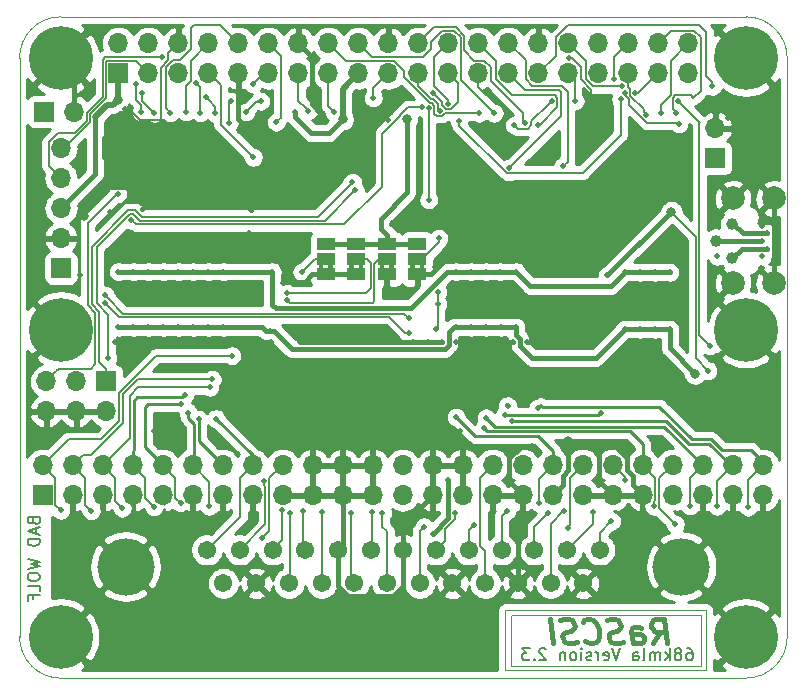
<source format=gbr>
%TF.GenerationSoftware,KiCad,Pcbnew,(5.1.4)-1*%
%TF.CreationDate,2020-09-12T17:46:14-05:00*%
%TF.ProjectId,rascsi_2p3,72617363-7369-45f3-9270-332e6b696361,rev?*%
%TF.SameCoordinates,PX59d60c0PY325aa00*%
%TF.FileFunction,Copper,L2,Bot*%
%TF.FilePolarity,Positive*%
%FSLAX46Y46*%
G04 Gerber Fmt 4.6, Leading zero omitted, Abs format (unit mm)*
G04 Created by KiCad (PCBNEW (5.1.4)-1) date 2020-09-12 17:46:14*
%MOMM*%
%LPD*%
G04 APERTURE LIST*
%TA.AperFunction,NonConductor*%
%ADD10C,0.150000*%
%TD*%
%TA.AperFunction,NonConductor*%
%ADD11C,0.400000*%
%TD*%
%ADD12C,0.120000*%
%TA.AperFunction,NonConductor*%
%ADD13C,0.050000*%
%TD*%
%TA.AperFunction,EtchedComponent*%
%ADD14C,0.150000*%
%TD*%
%TA.AperFunction,BGAPad,CuDef*%
%ADD15C,1.000000*%
%TD*%
%TA.AperFunction,ComponentPad*%
%ADD16C,2.000000*%
%TD*%
%TA.AperFunction,SMDPad,CuDef*%
%ADD17R,1.500000X1.000000*%
%TD*%
%TA.AperFunction,ComponentPad*%
%ADD18C,4.845000*%
%TD*%
%TA.AperFunction,ComponentPad*%
%ADD19C,1.545000*%
%TD*%
%TA.AperFunction,ComponentPad*%
%ADD20O,1.700000X1.700000*%
%TD*%
%TA.AperFunction,ComponentPad*%
%ADD21R,1.700000X1.700000*%
%TD*%
%TA.AperFunction,ComponentPad*%
%ADD22C,0.800000*%
%TD*%
%TA.AperFunction,ComponentPad*%
%ADD23C,5.400000*%
%TD*%
%TA.AperFunction,ViaPad*%
%ADD24C,0.500000*%
%TD*%
%TA.AperFunction,ViaPad*%
%ADD25C,0.800000*%
%TD*%
%TA.AperFunction,Conductor*%
%ADD26C,0.200000*%
%TD*%
%TA.AperFunction,Conductor*%
%ADD27C,0.400000*%
%TD*%
%TA.AperFunction,Conductor*%
%ADD28C,0.150000*%
%TD*%
%TA.AperFunction,Conductor*%
%ADD29C,0.500000*%
%TD*%
%TA.AperFunction,Conductor*%
%ADD30C,0.250000*%
%TD*%
%TA.AperFunction,Conductor*%
%ADD31C,0.254000*%
%TD*%
G04 APERTURE END LIST*
D10*
X136820095Y-43172380D02*
X137010571Y-43172380D01*
X137105809Y-43220000D01*
X137153428Y-43267619D01*
X137248666Y-43410476D01*
X137296285Y-43600952D01*
X137296285Y-43981904D01*
X137248666Y-44077142D01*
X137201047Y-44124761D01*
X137105809Y-44172380D01*
X136915333Y-44172380D01*
X136820095Y-44124761D01*
X136772476Y-44077142D01*
X136724857Y-43981904D01*
X136724857Y-43743809D01*
X136772476Y-43648571D01*
X136820095Y-43600952D01*
X136915333Y-43553333D01*
X137105809Y-43553333D01*
X137201047Y-43600952D01*
X137248666Y-43648571D01*
X137296285Y-43743809D01*
X136153428Y-43600952D02*
X136248666Y-43553333D01*
X136296285Y-43505714D01*
X136343904Y-43410476D01*
X136343904Y-43362857D01*
X136296285Y-43267619D01*
X136248666Y-43220000D01*
X136153428Y-43172380D01*
X135962952Y-43172380D01*
X135867714Y-43220000D01*
X135820095Y-43267619D01*
X135772476Y-43362857D01*
X135772476Y-43410476D01*
X135820095Y-43505714D01*
X135867714Y-43553333D01*
X135962952Y-43600952D01*
X136153428Y-43600952D01*
X136248666Y-43648571D01*
X136296285Y-43696190D01*
X136343904Y-43791428D01*
X136343904Y-43981904D01*
X136296285Y-44077142D01*
X136248666Y-44124761D01*
X136153428Y-44172380D01*
X135962952Y-44172380D01*
X135867714Y-44124761D01*
X135820095Y-44077142D01*
X135772476Y-43981904D01*
X135772476Y-43791428D01*
X135820095Y-43696190D01*
X135867714Y-43648571D01*
X135962952Y-43600952D01*
X135343904Y-44172380D02*
X135343904Y-43172380D01*
X135248666Y-43791428D02*
X134962952Y-44172380D01*
X134962952Y-43505714D02*
X135343904Y-43886666D01*
X134534380Y-44172380D02*
X134534380Y-43505714D01*
X134534380Y-43600952D02*
X134486761Y-43553333D01*
X134391523Y-43505714D01*
X134248666Y-43505714D01*
X134153428Y-43553333D01*
X134105809Y-43648571D01*
X134105809Y-44172380D01*
X134105809Y-43648571D02*
X134058190Y-43553333D01*
X133962952Y-43505714D01*
X133820095Y-43505714D01*
X133724857Y-43553333D01*
X133677238Y-43648571D01*
X133677238Y-44172380D01*
X133058190Y-44172380D02*
X133153428Y-44124761D01*
X133201047Y-44029523D01*
X133201047Y-43172380D01*
X132248666Y-44172380D02*
X132248666Y-43648571D01*
X132296285Y-43553333D01*
X132391523Y-43505714D01*
X132582000Y-43505714D01*
X132677238Y-43553333D01*
X132248666Y-44124761D02*
X132343904Y-44172380D01*
X132582000Y-44172380D01*
X132677238Y-44124761D01*
X132724857Y-44029523D01*
X132724857Y-43934285D01*
X132677238Y-43839047D01*
X132582000Y-43791428D01*
X132343904Y-43791428D01*
X132248666Y-43743809D01*
X131153428Y-43172380D02*
X130820095Y-44172380D01*
X130486761Y-43172380D01*
X129772476Y-44124761D02*
X129867714Y-44172380D01*
X130058190Y-44172380D01*
X130153428Y-44124761D01*
X130201047Y-44029523D01*
X130201047Y-43648571D01*
X130153428Y-43553333D01*
X130058190Y-43505714D01*
X129867714Y-43505714D01*
X129772476Y-43553333D01*
X129724857Y-43648571D01*
X129724857Y-43743809D01*
X130201047Y-43839047D01*
X129296285Y-44172380D02*
X129296285Y-43505714D01*
X129296285Y-43696190D02*
X129248666Y-43600952D01*
X129201047Y-43553333D01*
X129105809Y-43505714D01*
X129010571Y-43505714D01*
X128724857Y-44124761D02*
X128629619Y-44172380D01*
X128439142Y-44172380D01*
X128343904Y-44124761D01*
X128296285Y-44029523D01*
X128296285Y-43981904D01*
X128343904Y-43886666D01*
X128439142Y-43839047D01*
X128582000Y-43839047D01*
X128677238Y-43791428D01*
X128724857Y-43696190D01*
X128724857Y-43648571D01*
X128677238Y-43553333D01*
X128582000Y-43505714D01*
X128439142Y-43505714D01*
X128343904Y-43553333D01*
X127867714Y-44172380D02*
X127867714Y-43505714D01*
X127867714Y-43172380D02*
X127915333Y-43220000D01*
X127867714Y-43267619D01*
X127820095Y-43220000D01*
X127867714Y-43172380D01*
X127867714Y-43267619D01*
X127248666Y-44172380D02*
X127343904Y-44124761D01*
X127391523Y-44077142D01*
X127439142Y-43981904D01*
X127439142Y-43696190D01*
X127391523Y-43600952D01*
X127343904Y-43553333D01*
X127248666Y-43505714D01*
X127105809Y-43505714D01*
X127010571Y-43553333D01*
X126962952Y-43600952D01*
X126915333Y-43696190D01*
X126915333Y-43981904D01*
X126962952Y-44077142D01*
X127010571Y-44124761D01*
X127105809Y-44172380D01*
X127248666Y-44172380D01*
X126486761Y-43505714D02*
X126486761Y-44172380D01*
X126486761Y-43600952D02*
X126439142Y-43553333D01*
X126343904Y-43505714D01*
X126201047Y-43505714D01*
X126105809Y-43553333D01*
X126058190Y-43648571D01*
X126058190Y-44172380D01*
X124867714Y-43267619D02*
X124820095Y-43220000D01*
X124724857Y-43172380D01*
X124486761Y-43172380D01*
X124391523Y-43220000D01*
X124343904Y-43267619D01*
X124296285Y-43362857D01*
X124296285Y-43458095D01*
X124343904Y-43600952D01*
X124915333Y-44172380D01*
X124296285Y-44172380D01*
X123867714Y-44077142D02*
X123820095Y-44124761D01*
X123867714Y-44172380D01*
X123915333Y-44124761D01*
X123867714Y-44077142D01*
X123867714Y-44172380D01*
X123486761Y-43172380D02*
X122867714Y-43172380D01*
X123201047Y-43553333D01*
X123058190Y-43553333D01*
X122962952Y-43600952D01*
X122915333Y-43648571D01*
X122867714Y-43743809D01*
X122867714Y-43981904D01*
X122915333Y-44077142D01*
X122962952Y-44124761D01*
X123058190Y-44172380D01*
X123343904Y-44172380D01*
X123439142Y-44124761D01*
X123486761Y-44077142D01*
D11*
X133956761Y-42719761D02*
X134504380Y-41767380D01*
X135099619Y-42719761D02*
X134849619Y-40719761D01*
X134087714Y-40719761D01*
X133909142Y-40815000D01*
X133825809Y-40910238D01*
X133754380Y-41100714D01*
X133790095Y-41386428D01*
X133909142Y-41576904D01*
X134016285Y-41672142D01*
X134218666Y-41767380D01*
X134980571Y-41767380D01*
X132242476Y-42719761D02*
X132111523Y-41672142D01*
X132182952Y-41481666D01*
X132361523Y-41386428D01*
X132742476Y-41386428D01*
X132944857Y-41481666D01*
X132230571Y-42624523D02*
X132432952Y-42719761D01*
X132909142Y-42719761D01*
X133087714Y-42624523D01*
X133159142Y-42434047D01*
X133135333Y-42243571D01*
X133016285Y-42053095D01*
X132813904Y-41957857D01*
X132337714Y-41957857D01*
X132135333Y-41862619D01*
X131373428Y-42624523D02*
X131099619Y-42719761D01*
X130623428Y-42719761D01*
X130421047Y-42624523D01*
X130313904Y-42529285D01*
X130194857Y-42338809D01*
X130171047Y-42148333D01*
X130242476Y-41957857D01*
X130325809Y-41862619D01*
X130504380Y-41767380D01*
X130873428Y-41672142D01*
X131052000Y-41576904D01*
X131135333Y-41481666D01*
X131206761Y-41291190D01*
X131182952Y-41100714D01*
X131063904Y-40910238D01*
X130956761Y-40815000D01*
X130754380Y-40719761D01*
X130278190Y-40719761D01*
X130004380Y-40815000D01*
X128218666Y-42529285D02*
X128325809Y-42624523D01*
X128623428Y-42719761D01*
X128813904Y-42719761D01*
X129087714Y-42624523D01*
X129254380Y-42434047D01*
X129325809Y-42243571D01*
X129373428Y-41862619D01*
X129337714Y-41576904D01*
X129194857Y-41195952D01*
X129075809Y-41005476D01*
X128861523Y-40815000D01*
X128563904Y-40719761D01*
X128373428Y-40719761D01*
X128099619Y-40815000D01*
X128016285Y-40910238D01*
X127468666Y-42624523D02*
X127194857Y-42719761D01*
X126718666Y-42719761D01*
X126516285Y-42624523D01*
X126409142Y-42529285D01*
X126290095Y-42338809D01*
X126266285Y-42148333D01*
X126337714Y-41957857D01*
X126421047Y-41862619D01*
X126599619Y-41767380D01*
X126968666Y-41672142D01*
X127147238Y-41576904D01*
X127230571Y-41481666D01*
X127302000Y-41291190D01*
X127278190Y-41100714D01*
X127159142Y-40910238D01*
X127052000Y-40815000D01*
X126849619Y-40719761D01*
X126373428Y-40719761D01*
X126099619Y-40815000D01*
X125480571Y-42719761D02*
X125230571Y-40719761D01*
D12*
X121994000Y-40342000D02*
X137996000Y-40342000D01*
X121930500Y-44660000D02*
X121930500Y-40405500D01*
X137996000Y-40342000D02*
X137996000Y-44660000D01*
X137996000Y-44660000D02*
X121930500Y-44660000D01*
X121422500Y-39961000D02*
X121422500Y-45041000D01*
X138440500Y-45041000D02*
X121422500Y-45041000D01*
X138377000Y-39961000D02*
X121422500Y-39961000D01*
X138440500Y-45041000D02*
X138440500Y-39961000D01*
D10*
X81478571Y-32403333D02*
X81526190Y-32546190D01*
X81573809Y-32593809D01*
X81669047Y-32641428D01*
X81811904Y-32641428D01*
X81907142Y-32593809D01*
X81954761Y-32546190D01*
X82002380Y-32450952D01*
X82002380Y-32070000D01*
X81002380Y-32070000D01*
X81002380Y-32403333D01*
X81050000Y-32498571D01*
X81097619Y-32546190D01*
X81192857Y-32593809D01*
X81288095Y-32593809D01*
X81383333Y-32546190D01*
X81430952Y-32498571D01*
X81478571Y-32403333D01*
X81478571Y-32070000D01*
X81716666Y-33022380D02*
X81716666Y-33498571D01*
X82002380Y-32927142D02*
X81002380Y-33260476D01*
X82002380Y-33593809D01*
X82002380Y-33927142D02*
X81002380Y-33927142D01*
X81002380Y-34165238D01*
X81050000Y-34308095D01*
X81145238Y-34403333D01*
X81240476Y-34450952D01*
X81430952Y-34498571D01*
X81573809Y-34498571D01*
X81764285Y-34450952D01*
X81859523Y-34403333D01*
X81954761Y-34308095D01*
X82002380Y-34165238D01*
X82002380Y-33927142D01*
X81002380Y-35593809D02*
X82002380Y-35831904D01*
X81288095Y-36022380D01*
X82002380Y-36212857D01*
X81002380Y-36450952D01*
X81002380Y-37022380D02*
X81002380Y-37212857D01*
X81050000Y-37308095D01*
X81145238Y-37403333D01*
X81335714Y-37450952D01*
X81669047Y-37450952D01*
X81859523Y-37403333D01*
X81954761Y-37308095D01*
X82002380Y-37212857D01*
X82002380Y-37022380D01*
X81954761Y-36927142D01*
X81859523Y-36831904D01*
X81669047Y-36784285D01*
X81335714Y-36784285D01*
X81145238Y-36831904D01*
X81050000Y-36927142D01*
X81002380Y-37022380D01*
X82002380Y-38355714D02*
X82002380Y-37879523D01*
X81002380Y-37879523D01*
X81478571Y-39022380D02*
X81478571Y-38689047D01*
X82002380Y-38689047D02*
X81002380Y-38689047D01*
X81002380Y-39165238D01*
D13*
X83800000Y-45696000D02*
X141800000Y-45696000D01*
X83800000Y-45696000D02*
G75*
G02X80300000Y-42196000I0J3500000D01*
G01*
X145300000Y-42196000D02*
G75*
G02X141800000Y-45696000I-3500000J0D01*
G01*
X80300000Y6800000D02*
X80300000Y-42196000D01*
X145300000Y6800000D02*
X145300000Y-42196000D01*
X83800000Y10300000D02*
X141800000Y10300000D01*
X80300000Y6800000D02*
G75*
G02X83800000Y10300000I3500000J0D01*
G01*
X141800000Y10300000D02*
G75*
G02X145300000Y6800000I0J-3500000D01*
G01*
D14*
%TO.C,JP4*%
G36*
X113769999Y-11110000D02*
G01*
X113769999Y-10610000D01*
X113369999Y-10610000D01*
X113369999Y-11110000D01*
X113769999Y-11110000D01*
G37*
G36*
X114569999Y-11110000D02*
G01*
X114569999Y-10610000D01*
X114169999Y-10610000D01*
X114169999Y-11110000D01*
X114569999Y-11110000D01*
G37*
%TO.C,JP1*%
G36*
X106020000Y-11110000D02*
G01*
X106020000Y-10610000D01*
X105620000Y-10610000D01*
X105620000Y-11110000D01*
X106020000Y-11110000D01*
G37*
G36*
X106820000Y-11110000D02*
G01*
X106820000Y-10610000D01*
X106420000Y-10610000D01*
X106420000Y-11110000D01*
X106820000Y-11110000D01*
G37*
%TO.C,JP3*%
G36*
X111186666Y-11110000D02*
G01*
X111186666Y-10610000D01*
X110786666Y-10610000D01*
X110786666Y-11110000D01*
X111186666Y-11110000D01*
G37*
G36*
X111986666Y-11110000D02*
G01*
X111986666Y-10610000D01*
X111586666Y-10610000D01*
X111586666Y-11110000D01*
X111986666Y-11110000D01*
G37*
%TO.C,JP2*%
G36*
X108603333Y-11110000D02*
G01*
X108603333Y-10610000D01*
X108203333Y-10610000D01*
X108203333Y-11110000D01*
X108603333Y-11110000D01*
G37*
G36*
X109403333Y-11110000D02*
G01*
X109403333Y-10610000D01*
X109003333Y-10610000D01*
X109003333Y-11110000D01*
X109403333Y-11110000D01*
G37*
%TD*%
D15*
%TO.P,TP1,1*%
%TO.N,USB_Pin_4*%
X140650000Y-7250000D03*
%TD*%
%TO.P,TP2,1*%
%TO.N,USB_Pin_3*%
X139260000Y-8660000D03*
%TD*%
%TO.P,TP3,1*%
%TO.N,USB_Pin_2*%
X140650000Y-10110000D03*
%TD*%
D16*
%TO.P,J8,MH4*%
%TO.N,GND*%
X140705000Y-12235000D03*
%TO.P,J8,MH3*%
X140705000Y-5085000D03*
%TO.P,J8,MH2*%
X144155000Y-5085000D03*
%TO.P,J8,MH1*%
X144155000Y-12235000D03*
%TD*%
D17*
%TO.P,JP4,2*%
%TO.N,Net-(JP4-Pad2)*%
X113969999Y-10210000D03*
%TO.P,JP4,3*%
%TO.N,+3V3*%
X113969999Y-8910000D03*
%TO.P,JP4,1*%
%TO.N,GND*%
X113969999Y-11510000D03*
%TD*%
%TO.P,JP1,2*%
%TO.N,Net-(JP1-Pad2)*%
X106220000Y-10210000D03*
%TO.P,JP1,3*%
%TO.N,+3V3*%
X106220000Y-8910000D03*
%TO.P,JP1,1*%
%TO.N,GND*%
X106220000Y-11510000D03*
%TD*%
%TO.P,JP3,2*%
%TO.N,Net-(JP3-Pad2)*%
X111386666Y-10210000D03*
%TO.P,JP3,3*%
%TO.N,+3V3*%
X111386666Y-8910000D03*
%TO.P,JP3,1*%
%TO.N,GND*%
X111386666Y-11510000D03*
%TD*%
%TO.P,JP2,2*%
%TO.N,Net-(JP2-Pad2)*%
X108803333Y-10210000D03*
%TO.P,JP2,3*%
%TO.N,+3V3*%
X108803333Y-8910000D03*
%TO.P,JP2,1*%
%TO.N,GND*%
X108803333Y-11510000D03*
%TD*%
D18*
%TO.P,J6,MH2*%
%TO.N,GND*%
X89281600Y-36250000D03*
%TO.P,J6,MH1*%
X136321600Y-36250000D03*
D19*
%TO.P,J6,25*%
%TO.N,TERMPOW*%
X97566600Y-37670000D03*
%TO.P,J6,24*%
%TO.N,GND*%
X100336600Y-37670000D03*
%TO.P,J6,23*%
%TO.N,C-D4*%
X103106600Y-37670000D03*
%TO.P,J6,22*%
%TO.N,C-D2*%
X105876600Y-37670000D03*
%TO.P,J6,21*%
%TO.N,C-D1*%
X108646600Y-37670000D03*
%TO.P,J6,20*%
%TO.N,C-DP*%
X111416600Y-37670000D03*
%TO.P,J6,19*%
%TO.N,C-SEL*%
X114186600Y-37670000D03*
%TO.P,J6,18*%
%TO.N,GND*%
X116956600Y-37670000D03*
%TO.P,J6,17*%
%TO.N,C-ATN*%
X119726600Y-37670000D03*
%TO.P,J6,16*%
%TO.N,GND*%
X122496600Y-37670000D03*
%TO.P,J6,15*%
%TO.N,C-C_D*%
X125266600Y-37670000D03*
%TO.P,J6,14*%
%TO.N,GND*%
X128036600Y-37670000D03*
%TO.P,J6,13*%
%TO.N,C-D7*%
X96181600Y-34830000D03*
%TO.P,J6,12*%
%TO.N,C-D6*%
X98951600Y-34830000D03*
%TO.P,J6,11*%
%TO.N,C-D5*%
X101721600Y-34830000D03*
%TO.P,J6,10*%
%TO.N,C-D3*%
X104491600Y-34830000D03*
%TO.P,J6,9*%
%TO.N,GND*%
X107261600Y-34830000D03*
%TO.P,J6,8*%
%TO.N,C-D0*%
X110031600Y-34830000D03*
%TO.P,J6,7*%
%TO.N,GND*%
X112801600Y-34830000D03*
%TO.P,J6,6*%
%TO.N,C-BSY*%
X115571600Y-34830000D03*
%TO.P,J6,5*%
%TO.N,C-ACK*%
X118341600Y-34830000D03*
%TO.P,J6,4*%
%TO.N,C-RST*%
X121111600Y-34830000D03*
%TO.P,J6,3*%
%TO.N,C-I_O*%
X123881600Y-34830000D03*
%TO.P,J6,2*%
%TO.N,C-MSG*%
X126651600Y-34830000D03*
%TO.P,J6,1*%
%TO.N,C-REQ*%
X129421600Y-34830000D03*
%TD*%
D20*
%TO.P,J2,2*%
%TO.N,GND*%
X139226000Y857000D03*
D21*
%TO.P,J2,1*%
%TO.N,EXT-ACT-LED*%
X139226000Y-1683000D03*
%TD*%
D20*
%TO.P,J7,2*%
%TO.N,GND*%
X84920000Y2280000D03*
D21*
%TO.P,J7,1*%
%TO.N,+5V*%
X82380000Y2280000D03*
%TD*%
D20*
%TO.P,J5,6*%
%TO.N,GND*%
X82560000Y-23110000D03*
%TO.P,J5,5*%
%TO.N,PI_GPIO9*%
X82560000Y-20570000D03*
%TO.P,J5,4*%
%TO.N,GND*%
X85100000Y-23110000D03*
%TO.P,J5,3*%
%TO.N,PI_GPIO1*%
X85100000Y-20570000D03*
%TO.P,J5,2*%
%TO.N,GND*%
X87640000Y-23110000D03*
D21*
%TO.P,J5,1*%
%TO.N,PI_GPIO0*%
X87640000Y-20570000D03*
%TD*%
D20*
%TO.P,J3,50*%
%TO.N,C-I_O*%
X143226500Y-27654500D03*
%TO.P,J3,49*%
%TO.N,GND*%
X143226500Y-30194500D03*
%TO.P,J3,48*%
%TO.N,C-REQ*%
X140686500Y-27654500D03*
%TO.P,J3,47*%
%TO.N,GND*%
X140686500Y-30194500D03*
%TO.P,J3,46*%
%TO.N,C-C_D*%
X138146500Y-27654500D03*
%TO.P,J3,45*%
%TO.N,GND*%
X138146500Y-30194500D03*
%TO.P,J3,44*%
%TO.N,C-SEL*%
X135606500Y-27654500D03*
%TO.P,J3,43*%
%TO.N,GND*%
X135606500Y-30194500D03*
%TO.P,J3,42*%
%TO.N,C-MSG*%
X133066500Y-27654500D03*
%TO.P,J3,41*%
%TO.N,GND*%
X133066500Y-30194500D03*
%TO.P,J3,40*%
%TO.N,C-RST*%
X130526500Y-27654500D03*
%TO.P,J3,39*%
%TO.N,GND*%
X130526500Y-30194500D03*
%TO.P,J3,38*%
%TO.N,C-ACK*%
X127986500Y-27654500D03*
%TO.P,J3,37*%
%TO.N,GND*%
X127986500Y-30194500D03*
%TO.P,J3,36*%
%TO.N,C-BSY*%
X125446500Y-27654500D03*
%TO.P,J3,35*%
%TO.N,GND*%
X125446500Y-30194500D03*
%TO.P,J3,34*%
%TO.N,Net-(J3-Pad34)*%
X122906500Y-27654500D03*
%TO.P,J3,33*%
%TO.N,GND*%
X122906500Y-30194500D03*
%TO.P,J3,32*%
%TO.N,C-ATN*%
X120366500Y-27654500D03*
%TO.P,J3,31*%
%TO.N,GND*%
X120366500Y-30194500D03*
%TO.P,J3,30*%
X117826500Y-27654500D03*
%TO.P,J3,29*%
X117826500Y-30194500D03*
%TO.P,J3,28*%
X115286500Y-27654500D03*
%TO.P,J3,27*%
X115286500Y-30194500D03*
%TO.P,J3,26*%
%TO.N,TERMPOW*%
X112746500Y-27654500D03*
%TO.P,J3,25*%
%TO.N,Net-(J3-Pad25)*%
X112746500Y-30194500D03*
%TO.P,J3,24*%
%TO.N,GND*%
X110206500Y-27654500D03*
%TO.P,J3,23*%
X110206500Y-30194500D03*
%TO.P,J3,22*%
X107666500Y-27654500D03*
%TO.P,J3,21*%
X107666500Y-30194500D03*
%TO.P,J3,20*%
X105126500Y-27654500D03*
%TO.P,J3,19*%
X105126500Y-30194500D03*
%TO.P,J3,18*%
%TO.N,C-DP*%
X102586500Y-27654500D03*
%TO.P,J3,17*%
%TO.N,GND*%
X102586500Y-30194500D03*
%TO.P,J3,16*%
%TO.N,C-D7*%
X100046500Y-27654500D03*
%TO.P,J3,15*%
%TO.N,GND*%
X100046500Y-30194500D03*
%TO.P,J3,14*%
%TO.N,C-D6*%
X97506500Y-27654500D03*
%TO.P,J3,13*%
%TO.N,GND*%
X97506500Y-30194500D03*
%TO.P,J3,12*%
%TO.N,C-D5*%
X94966500Y-27654500D03*
%TO.P,J3,11*%
%TO.N,GND*%
X94966500Y-30194500D03*
%TO.P,J3,10*%
%TO.N,C-D4*%
X92426500Y-27654500D03*
%TO.P,J3,9*%
%TO.N,GND*%
X92426500Y-30194500D03*
%TO.P,J3,8*%
%TO.N,C-D3*%
X89886500Y-27654500D03*
%TO.P,J3,7*%
%TO.N,GND*%
X89886500Y-30194500D03*
%TO.P,J3,6*%
%TO.N,C-D2*%
X87346500Y-27654500D03*
%TO.P,J3,5*%
%TO.N,GND*%
X87346500Y-30194500D03*
%TO.P,J3,4*%
%TO.N,C-D1*%
X84806500Y-27654500D03*
%TO.P,J3,3*%
%TO.N,GND*%
X84806500Y-30194500D03*
%TO.P,J3,2*%
%TO.N,C-D0*%
X82266500Y-27654500D03*
D21*
%TO.P,J3,1*%
%TO.N,GND*%
X82266500Y-30194500D03*
%TD*%
D20*
%TO.P,J1,40*%
%TO.N,PI-ACK*%
X136930000Y8070000D03*
%TO.P,J1,39*%
%TO.N,GND*%
X136930000Y5530000D03*
%TO.P,J1,38*%
%TO.N,PI-RST*%
X134390000Y8070000D03*
%TO.P,J1,37*%
%TO.N,PI-BSY*%
X134390000Y5530000D03*
%TO.P,J1,36*%
%TO.N,PI-D6*%
X131850000Y8070000D03*
%TO.P,J1,35*%
%TO.N,PI-ATN*%
X131850000Y5530000D03*
%TO.P,J1,34*%
%TO.N,GND*%
X129310000Y8070000D03*
%TO.P,J1,33*%
%TO.N,PI-D3*%
X129310000Y5530000D03*
%TO.P,J1,32*%
%TO.N,PI-D2*%
X126770000Y8070000D03*
%TO.P,J1,31*%
%TO.N,PI-IND*%
X126770000Y5530000D03*
%TO.P,J1,30*%
%TO.N,GND*%
X124230000Y8070000D03*
%TO.P,J1,29*%
%TO.N,DBG_LED*%
X124230000Y5530000D03*
%TO.P,J1,28*%
%TO.N,PI_GPIO1*%
X121690000Y8070000D03*
%TO.P,J1,27*%
%TO.N,PI_GPIO0*%
X121690000Y5530000D03*
%TO.P,J1,26*%
%TO.N,PI-TAD*%
X119150000Y8070000D03*
%TO.P,J1,25*%
%TO.N,GND*%
X119150000Y5530000D03*
%TO.P,J1,24*%
%TO.N,PI-DTD*%
X116610000Y8070000D03*
%TO.P,J1,23*%
%TO.N,PI-D1*%
X116610000Y5530000D03*
%TO.P,J1,22*%
%TO.N,PI-I_O*%
X114070000Y8070000D03*
%TO.P,J1,21*%
%TO.N,PI_GPIO9*%
X114070000Y5530000D03*
%TO.P,J1,20*%
%TO.N,GND*%
X111530000Y8070000D03*
%TO.P,J1,19*%
%TO.N,PI-D0*%
X111530000Y5530000D03*
%TO.P,J1,18*%
%TO.N,PI-C_D*%
X108990000Y8070000D03*
%TO.P,J1,17*%
%TO.N,+3V3*%
X108990000Y5530000D03*
%TO.P,J1,16*%
%TO.N,PI-MSG*%
X106450000Y8070000D03*
%TO.P,J1,15*%
%TO.N,PI-REQ*%
X106450000Y5530000D03*
%TO.P,J1,14*%
%TO.N,GND*%
X103910000Y8070000D03*
%TO.P,J1,13*%
%TO.N,PI-SEL*%
X103910000Y5530000D03*
%TO.P,J1,12*%
%TO.N,PI-DP*%
X101370000Y8070000D03*
%TO.P,J1,11*%
%TO.N,PI-D7*%
X101370000Y5530000D03*
%TO.P,J1,10*%
%TO.N,PI-D5*%
X98830000Y8070000D03*
%TO.P,J1,9*%
%TO.N,GND*%
X98830000Y5530000D03*
%TO.P,J1,8*%
%TO.N,PI-D4*%
X96290000Y8070000D03*
%TO.P,J1,7*%
%TO.N,PI-ACT*%
X96290000Y5530000D03*
%TO.P,J1,6*%
%TO.N,GND*%
X93750000Y8070000D03*
%TO.P,J1,5*%
%TO.N,PI_SCL*%
X93750000Y5530000D03*
%TO.P,J1,4*%
%TO.N,+5V*%
X91210000Y8070000D03*
%TO.P,J1,3*%
%TO.N,PI_SDA*%
X91210000Y5530000D03*
%TO.P,J1,2*%
%TO.N,+5V*%
X88670000Y8070000D03*
D21*
%TO.P,J1,1*%
%TO.N,+3V3*%
X88670000Y5530000D03*
%TD*%
D22*
%TO.P,H2,1*%
%TO.N,GND*%
X143231891Y8231891D03*
X141800000Y8825000D03*
X140368109Y8231891D03*
X139775000Y6800000D03*
X140368109Y5368109D03*
X141800000Y4775000D03*
X143231891Y5368109D03*
X143825000Y6800000D03*
D23*
X141800000Y6800000D03*
%TD*%
D22*
%TO.P,H1,1*%
%TO.N,GND*%
X85231891Y8231891D03*
X83800000Y8825000D03*
X82368109Y8231891D03*
X81775000Y6800000D03*
X82368109Y5368109D03*
X83800000Y4775000D03*
X85231891Y5368109D03*
X85825000Y6800000D03*
D23*
X83800000Y6800000D03*
%TD*%
D20*
%TO.P,J4,5*%
%TO.N,PI_SDA*%
X83810000Y-820000D03*
%TO.P,J4,4*%
%TO.N,PI_SCL*%
X83810000Y-3360000D03*
%TO.P,J4,3*%
%TO.N,+3V3*%
X83810000Y-5900000D03*
%TO.P,J4,2*%
%TO.N,GND*%
X83810000Y-8440000D03*
D21*
%TO.P,J4,1*%
%TO.N,+5V*%
X83810000Y-10980000D03*
%TD*%
D22*
%TO.P,H6,1*%
%TO.N,GND*%
X143231891Y-40768109D03*
X141800000Y-40175000D03*
X140368109Y-40768109D03*
X139775000Y-42200000D03*
X140368109Y-43631891D03*
X141800000Y-44225000D03*
X143231891Y-43631891D03*
X143825000Y-42200000D03*
D23*
X141800000Y-42200000D03*
%TD*%
D22*
%TO.P,H5,1*%
%TO.N,GND*%
X85231891Y-40768109D03*
X83800000Y-40175000D03*
X82368109Y-40768109D03*
X81775000Y-42200000D03*
X82368109Y-43631891D03*
X83800000Y-44225000D03*
X85231891Y-43631891D03*
X85825000Y-42200000D03*
D23*
X83800000Y-42200000D03*
%TD*%
D22*
%TO.P,H4,1*%
%TO.N,GND*%
X143231891Y-14768109D03*
X141800000Y-14175000D03*
X140368109Y-14768109D03*
X139775000Y-16200000D03*
X140368109Y-17631891D03*
X141800000Y-18225000D03*
X143231891Y-17631891D03*
X143825000Y-16200000D03*
D23*
X141800000Y-16200000D03*
%TD*%
D22*
%TO.P,H3,1*%
%TO.N,GND*%
X85231891Y-14768109D03*
X83800000Y-14175000D03*
X82368109Y-14768109D03*
X81775000Y-16200000D03*
X82368109Y-17631891D03*
X83800000Y-18225000D03*
X85231891Y-17631891D03*
X85825000Y-16200000D03*
D23*
X83800000Y-16200000D03*
%TD*%
D24*
%TO.N,GND*%
X125694724Y-17240500D03*
X124493997Y-17240500D03*
X134470000Y-25740000D03*
X99870000Y-6080000D03*
X100990000Y380000D03*
X124684500Y-2064000D03*
X101940915Y-24797000D03*
X99390332Y-24797000D03*
X112111500Y-24797000D03*
X104459749Y-24797000D03*
X107010332Y-24797000D03*
X94257415Y-24797000D03*
X96808000Y-24797000D03*
D25*
X85759000Y-6572500D03*
D24*
X123732000Y-26003500D03*
X99475000Y-13811500D03*
X126895451Y-17240500D03*
X132812500Y-17240500D03*
X134082500Y-17240500D03*
X117255000Y-17240500D03*
X116054270Y-17240500D03*
X112452089Y-17240500D03*
X111251362Y-17240500D03*
X108849908Y-17240500D03*
X106448454Y-17240500D03*
X101634000Y-17240500D03*
X107649181Y-17240500D03*
X110050635Y-17240500D03*
X100364000Y-17240500D03*
X99030500Y-17240500D03*
X88426000Y-17240500D03*
X128096178Y-17240500D03*
X81504500Y-24797000D03*
X84055083Y-24797000D03*
X91706832Y-24797000D03*
X115413500Y-24797000D03*
X117636000Y-24797000D03*
X91089500Y-17240500D03*
X92423000Y-17240500D03*
X93756500Y-17240500D03*
X95090000Y-17240500D03*
X97757000Y-17240500D03*
X126814795Y6843816D03*
D25*
X126750000Y-25640000D03*
X125637000Y-7398000D03*
X121065000Y-7271000D03*
D24*
X114853543Y-17240500D03*
X113652816Y-17240500D03*
X104047000Y-17240500D03*
X105247727Y-17240500D03*
X127605500Y-2064000D03*
X103539000Y-1746500D03*
X106079000Y-1810000D03*
X136876500Y-5493000D03*
X144306000Y539500D03*
X140305500Y1746000D03*
X139377000Y-7383000D03*
D25*
X123414500Y-13748000D03*
D24*
X87791000Y-3842000D03*
X101710000Y-1930000D03*
X105760000Y-4340000D03*
X97620000Y-8440000D03*
X99700000Y-8010000D03*
X85450000Y-11600000D03*
X87990000Y-6260000D03*
X94550000Y-5640000D03*
X131510000Y-25960000D03*
X133910000Y-21030000D03*
X122990000Y-22480000D03*
X118870000Y-22420000D03*
X123280479Y-17240500D03*
X110000000Y1110000D03*
D25*
%TO.N,+3V3*%
X88616500Y3270000D03*
X107666500Y1619000D03*
D24*
X136051000Y3206500D03*
X138730002Y-17558000D03*
%TO.N,+5V*%
X130082000Y-11589000D03*
D25*
X135496000Y-6238500D03*
D24*
X138591000Y-19653500D03*
X139377000Y-9983000D03*
%TO.N,C-REQ*%
X122017500Y-23902000D03*
X121637010Y-22637490D03*
X139350000Y-31150000D03*
X130419308Y-32414713D03*
%TO.N,C-MSG*%
X119668000Y-24543000D03*
X133993502Y-31150000D03*
X128817950Y-31630159D03*
%TO.N,C-BSY*%
X117255000Y-23590500D03*
X124270000Y-30872990D03*
X117187010Y-31684832D03*
%TO.N,C-SEL*%
X114530000Y-32870000D03*
X135828947Y-32665648D03*
%TO.N,C-RST*%
X121540000Y-31560000D03*
X131560000Y-28920000D03*
%TO.N,C-ACK*%
X126730000Y-32950000D03*
X118812489Y-32689064D03*
%TO.N,C-ATN*%
X121382500Y-23400000D03*
X129494275Y-23222010D03*
%TO.N,C-DP*%
X111030000Y-31680000D03*
X100860000Y-33850000D03*
%TO.N,C-D0*%
X98268500Y-18383500D03*
X83780000Y-31480000D03*
X110120000Y-31630000D03*
%TO.N,C-D1*%
X86370000Y-31530000D03*
X108350000Y-31680000D03*
X96607010Y-20409500D03*
%TO.N,C-D2*%
X96427000Y-21067500D03*
X105950000Y-31630000D03*
X89002424Y-31302989D03*
%TO.N,C-D3*%
X94279018Y-21696518D03*
X104280000Y-31580000D03*
X91693529Y-31178968D03*
%TO.N,C-D4*%
X94014000Y-22447500D03*
X103220000Y-31750000D03*
X93930504Y-30851957D03*
%TO.N,C-D5*%
X94585500Y-23209500D03*
X96380000Y-31150000D03*
X102510000Y-31434946D03*
%TO.N,C-D6*%
X95474500Y-23781000D03*
X100973502Y-29027449D03*
%TO.N,C-D7*%
X96935000Y-23717500D03*
%TO.N,C-I_O*%
X124176500Y-22828500D03*
X142000000Y-31220000D03*
X125036247Y-31748511D03*
%TO.N,C-C_D*%
X119795000Y-23654000D03*
X137054940Y-31121502D03*
X126371042Y-31585360D03*
%TO.N,TERMPOW*%
X116610000Y-28880000D03*
X115320326Y-33454012D03*
%TO.N,PI-D7*%
X90204000Y4603500D03*
X90598618Y2254001D03*
X100071557Y4632242D03*
%TO.N,PI-D6*%
X91728000Y2127000D03*
X90656000Y3841500D03*
X130660000Y5020000D03*
%TO.N,PI-D5*%
X93061500Y2190500D03*
%TO.N,PI-D4*%
X94395000Y2254000D03*
%TO.N,PI-D3*%
X95601500Y2190500D03*
X95284000Y4667000D03*
%TO.N,PI-D2*%
X96871500Y2127000D03*
X131331350Y4416957D03*
X96053500Y3471968D03*
%TO.N,PI-D1*%
X98055000Y1304240D03*
X98197746Y3143937D03*
X115340001Y3820305D03*
%TO.N,PI-D0*%
X100719666Y3153304D03*
X99470000Y2237827D03*
X110260000Y3428469D03*
%TO.N,PI-DP*%
X102045175Y1372034D03*
%TO.N,PI-BSY*%
X132453345Y3810358D03*
X131192949Y3312010D03*
X117509000Y1492000D03*
%TO.N,PI-MSG*%
X119223500Y2139000D03*
%TO.N,PI-C_D*%
X120493500Y2127000D03*
%TO.N,PI-REQ*%
X125383000Y3194958D03*
X122208000Y1111000D03*
X106930000Y2270000D03*
%TO.N,PI-I_O*%
X123128750Y1269750D03*
%TO.N,PI-ATN*%
X133384000Y2000000D03*
%TO.N,PI-ACK*%
X134654000Y2127000D03*
%TO.N,PI-RST*%
X135924000Y2127000D03*
%TO.N,PI-SEL*%
X131548391Y3828707D03*
X136132909Y1221995D03*
X104764346Y2355176D03*
%TO.N,DBG_LED*%
X138972000Y4413000D03*
%TO.N,PI_SCL*%
X92374732Y6853972D03*
%TO.N,PI-ACT*%
X100098349Y-1609395D03*
%TO.N,/TERM_GND*%
X135352500Y-16161000D03*
X134082500Y-16161000D03*
X132812500Y-16161000D03*
X131542500Y-16161000D03*
X117255000Y-15970500D03*
X118525000Y-15970500D03*
X119795000Y-15970500D03*
X121065000Y-15970500D03*
X122335000Y-15970500D03*
X88680000Y-15970500D03*
X89950000Y-15970500D03*
X91220000Y-15970500D03*
X92490000Y-15970500D03*
X93760000Y-15970500D03*
X95030000Y-15970500D03*
X96300000Y-15970500D03*
X97570000Y-15970500D03*
D25*
X137511500Y-19907500D03*
D24*
%TO.N,/TERM_5v*%
X88680000Y-11271500D03*
X89950000Y-11271500D03*
X91220000Y-11271500D03*
X92490000Y-11271500D03*
X93760000Y-11271500D03*
X94966500Y-11271500D03*
X96300000Y-11271500D03*
X97570000Y-11271500D03*
X101697500Y-11271500D03*
X117255000Y-11271500D03*
X118525000Y-11271500D03*
X119795000Y-11271500D03*
X122335000Y-11271500D03*
X121001500Y-11271500D03*
X131542500Y-11335000D03*
X135352500Y-11335000D03*
X134082500Y-11335000D03*
X132812500Y-11335000D03*
%TO.N,PI-IND*%
X127340000Y3194958D03*
%TO.N,PI-TAD*%
X124240000Y1111000D03*
%TO.N,PI-DTD*%
X116620000Y2917959D03*
X114978290Y2564274D03*
%TO.N,PI_GPIO1*%
X126335500Y-2318000D03*
X108719011Y-4381788D03*
X87794021Y-18604650D03*
%TO.N,PI_GPIO0*%
X121763500Y-2508500D03*
X108492000Y-3715000D03*
%TO.N,PI_GPIO9*%
X88605386Y-4669009D03*
X89780252Y-6926805D03*
X115882301Y2362263D03*
X114355782Y2639274D03*
%TO.N,GND*%
X89243314Y2464011D03*
X89590000Y-2160000D03*
X85695500Y-1144500D03*
X105650000Y1520000D03*
X114174771Y875061D03*
X111486116Y1543884D03*
X120891816Y-17240500D03*
X122092543Y-17240500D03*
X123097000Y-3778500D03*
X127859500Y1682500D03*
X119691089Y-17240500D03*
X118490362Y-17240500D03*
X143201287Y-7380000D03*
X109940000Y-3150000D03*
X116250000Y-3200000D03*
X119430000Y-2150000D03*
X102570000Y-12210000D03*
X104430000Y-16000000D03*
%TO.N,+3V3*%
X103590000Y2210000D03*
D25*
X113097001Y1687001D03*
D24*
X111386666Y-8146666D03*
X115720000Y-12980000D03*
X115590000Y-16130000D03*
X115720000Y-14010000D03*
%TO.N,+5V*%
X143201287Y-9974419D03*
%TO.N,PI_SCL*%
X87559524Y-13280285D03*
X113280000Y-15210000D03*
%TO.N,PI_SDA*%
X87560000Y-13920000D03*
X113310000Y-16450000D03*
%TO.N,/TERM_GND*%
X101484808Y-16309021D03*
%TO.N,PI-DTD*%
X114940000Y-5180000D03*
%TO.N,Net-(JP1-Pad2)*%
X104200000Y-11290000D03*
%TO.N,Net-(JP2-Pad2)*%
X102921520Y-13077626D03*
%TO.N,Net-(JP3-Pad2)*%
X102921520Y-13704721D03*
%TO.N,Net-(JP4-Pad2)*%
X115800780Y-8455285D03*
%TO.N,USB_Pin_4*%
X143577990Y-8020000D03*
%TO.N,USB_Pin_3*%
X143201287Y-8646949D03*
%TO.N,USB_Pin_2*%
X143577990Y-9320000D03*
%TD*%
D26*
%TO.N,GND*%
X127050146Y6843816D02*
X126814795Y6843816D01*
X127730000Y2090000D02*
X128720000Y3080000D01*
X127847001Y6046961D02*
X127050146Y6843816D01*
X127847001Y5008929D02*
X127847001Y6046961D01*
X128720000Y4135930D02*
X127847001Y5008929D01*
X128720000Y3080000D02*
X128720000Y4135930D01*
X119150000Y4327919D02*
X119787919Y3690000D01*
X119150000Y5530000D02*
X119150000Y4327919D01*
X119787919Y3690000D02*
X120220000Y3690000D01*
X120220000Y3690000D02*
X120680000Y3230000D01*
D27*
X107666500Y-34425100D02*
X107261600Y-34830000D01*
X107666500Y-30194500D02*
X107666500Y-34425100D01*
X112801600Y-37912262D02*
X112801600Y-34830000D01*
X111944361Y-38769501D02*
X112801600Y-37912262D01*
X108118839Y-38769501D02*
X111944361Y-38769501D01*
X107261600Y-37912262D02*
X108118839Y-38769501D01*
X107261600Y-34830000D02*
X107261600Y-37912262D01*
X112801600Y-32679400D02*
X112801600Y-34830000D01*
X115286500Y-30194500D02*
X112801600Y-32679400D01*
X122496600Y-31806481D02*
X122496600Y-37670000D01*
X122906500Y-31396581D02*
X122496600Y-31806481D01*
X122906500Y-30194500D02*
X122906500Y-31396581D01*
X84920000Y5680000D02*
X83800000Y6800000D01*
X84920000Y2280000D02*
X84920000Y5680000D01*
X126750000Y-28092962D02*
X126750000Y-25640000D01*
X126296499Y-28546463D02*
X126750000Y-28092962D01*
X125446500Y-30194500D02*
X126296499Y-29344501D01*
X126296499Y-29344501D02*
X126296499Y-28546463D01*
X129340000Y-25640000D02*
X126750000Y-25640000D01*
X131703501Y-27089539D02*
X130253962Y-25640000D01*
X131703501Y-28033463D02*
X131703501Y-27089539D01*
X132216501Y-28546463D02*
X131703501Y-28033463D01*
X132216501Y-29344501D02*
X132216501Y-28546463D01*
X133066500Y-30194500D02*
X132216501Y-29344501D01*
X129349499Y-25649499D02*
X129340000Y-25640000D01*
X129349499Y-29017499D02*
X129349499Y-25649499D01*
X130526500Y-30194500D02*
X129349499Y-29017499D01*
X130253962Y-25640000D02*
X129340000Y-25640000D01*
X122815538Y-26003500D02*
X123732000Y-26003500D01*
X121729499Y-27089539D02*
X122815538Y-26003500D01*
X121729499Y-29017499D02*
X121729499Y-27089539D01*
X122906500Y-30194500D02*
X121729499Y-29017499D01*
X93136447Y-4510000D02*
X93490000Y-4510000D01*
X87791000Y-3842000D02*
X88040999Y-4091999D01*
X89627403Y-4091999D02*
X90045404Y-4510000D01*
X88040999Y-4091999D02*
X89627403Y-4091999D01*
X95345000Y-4510000D02*
X95995000Y-3860000D01*
D28*
X92262001Y5990715D02*
X92262001Y1532001D01*
X92900001Y6628715D02*
X92262001Y5990715D01*
X93750000Y8070000D02*
X92900001Y7220001D01*
X92900001Y7220001D02*
X92900001Y6628715D01*
X103289001Y-1496501D02*
X101866501Y-1496501D01*
X92262001Y1477999D02*
X92490000Y1250000D01*
D27*
X103539000Y-1746500D02*
X103289001Y-1496501D01*
X103285498Y-1492998D02*
X101932998Y-1492998D01*
X103289001Y-1496501D02*
X103285498Y-1492998D01*
X98830000Y1610000D02*
X98830000Y4327919D01*
X101932998Y-1492998D02*
X98830000Y1610000D01*
X103910000Y8070000D02*
X105264437Y6715563D01*
X93870000Y-4510000D02*
X95345000Y-4510000D01*
X105760000Y-4340000D02*
X92264831Y-4340000D01*
X94720000Y-5360000D02*
X93870000Y-4510000D01*
X95780000Y-5360000D02*
X94720000Y-5360000D01*
X97370001Y-8190001D02*
X97140001Y-8190001D01*
X97620000Y-8440000D02*
X97370001Y-8190001D01*
X97070000Y-3860000D02*
X95995000Y-3860000D01*
X99870000Y-5726447D02*
X98003553Y-3860000D01*
X99870000Y-6080000D02*
X99870000Y-5726447D01*
X94550000Y-5305000D02*
X94550000Y-5640000D01*
X95995000Y-3860000D02*
X94550000Y-5305000D01*
X124493997Y-17240500D02*
X123280479Y-17240500D01*
D29*
%TO.N,+3V3*%
X88670000Y3323500D02*
X88616500Y3270000D01*
X88670000Y5530000D02*
X88670000Y3323500D01*
X107666500Y4206500D02*
X108990000Y5530000D01*
X107666500Y1619000D02*
X107666500Y4206500D01*
D28*
X136051000Y3206500D02*
X137919999Y1337501D01*
X137841499Y-16669497D02*
X138730002Y-17558000D01*
X137919999Y1337501D02*
X137841499Y1259001D01*
X137841499Y1259001D02*
X137841499Y-16669497D01*
D29*
X88216501Y2870001D02*
X87732039Y2870001D01*
X87732039Y2870001D02*
X86701023Y1838985D01*
X88616500Y3270000D02*
X88216501Y2870001D01*
D27*
%TO.N,+5V*%
X135432500Y-6238500D02*
X135496000Y-6238500D01*
X130082000Y-11589000D02*
X135432500Y-6238500D01*
D28*
X135895999Y-6638499D02*
X135496000Y-6238500D01*
X137564488Y-18626988D02*
X137564488Y-8306988D01*
X138591000Y-19653500D02*
X137564488Y-18626988D01*
D30*
%TO.N,C-REQ*%
X121516520Y-22517000D02*
X121637010Y-22637490D01*
D26*
X139350000Y-28991000D02*
X140686500Y-27654500D01*
X139350000Y-31150000D02*
X139350000Y-28991000D01*
X129421600Y-34830000D02*
X129421600Y-33412421D01*
X129421600Y-33412421D02*
X130419308Y-32414713D01*
D30*
X138716827Y-25850001D02*
X140521326Y-27654500D01*
X137010000Y-25850000D02*
X137066827Y-25850001D01*
X140521326Y-27654500D02*
X140686500Y-27654500D01*
X137066827Y-25850001D02*
X138716827Y-25850001D01*
X135062000Y-23902000D02*
X137010000Y-25850000D01*
X122017500Y-23902000D02*
X135062000Y-23902000D01*
%TO.N,C-MSG*%
X119917999Y-24792999D02*
X131982999Y-24792999D01*
X119668000Y-24543000D02*
X119917999Y-24792999D01*
X133066500Y-25876500D02*
X133066500Y-27654500D01*
X131982999Y-24792999D02*
X133066500Y-25876500D01*
D26*
X133993502Y-30796447D02*
X133993502Y-31150000D01*
X133066500Y-27654500D02*
X134143501Y-28731501D01*
X134143501Y-30646448D02*
X133993502Y-30796447D01*
X134143501Y-28731501D02*
X134143501Y-30646448D01*
X126651600Y-34830000D02*
X128817950Y-32663650D01*
X128817950Y-32663650D02*
X128817950Y-31630159D01*
D30*
%TO.N,C-BSY*%
X125446500Y-26452419D02*
X124172081Y-25178000D01*
X125446500Y-27654500D02*
X125446500Y-26452419D01*
X124172081Y-25178000D02*
X118842500Y-25178000D01*
X118842500Y-25178000D02*
X117255000Y-23590500D01*
D26*
X124270000Y-28831000D02*
X124270000Y-30872990D01*
X125446500Y-27654500D02*
X124270000Y-28831000D01*
X117187010Y-32191212D02*
X117187010Y-31684832D01*
X116344099Y-34057501D02*
X116344099Y-33034123D01*
X116344099Y-33034123D02*
X117187010Y-32191212D01*
X115571600Y-34830000D02*
X116344099Y-34057501D01*
%TO.N,C-SEL*%
X114186600Y-33213400D02*
X114186600Y-37670000D01*
X114530000Y-32870000D02*
X114186600Y-33213400D01*
X134470512Y-31307213D02*
X135828947Y-32665648D01*
X135606500Y-27654500D02*
X134470512Y-28790488D01*
X134470512Y-28790488D02*
X134470512Y-31307213D01*
%TO.N,C-RST*%
X121111600Y-31988400D02*
X121540000Y-31560000D01*
X121111600Y-34830000D02*
X121111600Y-31988400D01*
D28*
X131560000Y-28688000D02*
X131560000Y-28920000D01*
X130526500Y-27654500D02*
X131560000Y-28688000D01*
D26*
%TO.N,C-ACK*%
X126909499Y-28731501D02*
X126909499Y-32770501D01*
X126909499Y-32770501D02*
X126730000Y-32950000D01*
X127986500Y-27654500D02*
X126909499Y-28731501D01*
X118341600Y-33159953D02*
X118812489Y-32689064D01*
X118341600Y-34830000D02*
X118341600Y-33159953D01*
%TO.N,C-ATN*%
X119726600Y-34924262D02*
X119726600Y-37670000D01*
X119289499Y-34487161D02*
X119726600Y-34924262D01*
X119289499Y-28731501D02*
X119289499Y-34487161D01*
X120366500Y-27654500D02*
X119289499Y-28731501D01*
D30*
X121382500Y-23400000D02*
X129316285Y-23400000D01*
X129316285Y-23400000D02*
X129494275Y-23222010D01*
D26*
%TO.N,C-DP*%
X111416600Y-37670000D02*
X111416600Y-33276600D01*
X111416600Y-33276600D02*
X111030000Y-32890000D01*
X111030000Y-32890000D02*
X111030000Y-31680000D01*
X101450512Y-28790488D02*
X102586500Y-27654500D01*
X101450512Y-33259488D02*
X101450512Y-28790488D01*
X100860000Y-33850000D02*
X101450512Y-33259488D01*
%TO.N,C-D0*%
X83343501Y-31043501D02*
X83780000Y-31480000D01*
X82266500Y-27654500D02*
X83343501Y-28731501D01*
X83343501Y-28731501D02*
X83343501Y-31043501D01*
X110120000Y-34741600D02*
X110031600Y-34830000D01*
X110120000Y-31630000D02*
X110120000Y-34741600D01*
X91864038Y-18383500D02*
X88717001Y-21530537D01*
X84451000Y-25470000D02*
X82266500Y-27654500D01*
X87170000Y-25470000D02*
X84451000Y-25470000D01*
X88717001Y-23922999D02*
X87170000Y-25470000D01*
X88717001Y-21530537D02*
X88717001Y-23922999D01*
X98268500Y-18383500D02*
X91864038Y-18383500D01*
%TO.N,C-D1*%
X85883501Y-31043501D02*
X86370000Y-31530000D01*
X84806500Y-27654500D02*
X85883501Y-28731501D01*
X85883501Y-28731501D02*
X85883501Y-31043501D01*
X108350000Y-37373400D02*
X108646600Y-37670000D01*
X108350000Y-31680000D02*
X108350000Y-37373400D01*
X89044012Y-21665988D02*
X90300500Y-20409500D01*
X90300500Y-20409500D02*
X96253457Y-20409500D01*
X86345499Y-26804501D02*
X89044012Y-24105988D01*
X85656499Y-26804501D02*
X86345499Y-26804501D01*
X84806500Y-27654500D02*
X85656499Y-26804501D01*
X89044012Y-24105988D02*
X89044012Y-21665988D01*
%TO.N,C-D2*%
X105950000Y-37596600D02*
X105876600Y-37670000D01*
X105950000Y-31630000D02*
X105950000Y-37596600D01*
X88423501Y-30724066D02*
X89002424Y-31302989D01*
X88423501Y-28731501D02*
X88423501Y-30724066D01*
X87346500Y-27654500D02*
X88423501Y-28731501D01*
X96073447Y-21067500D02*
X96070947Y-21070000D01*
X96427000Y-21067500D02*
X96073447Y-21067500D01*
X96070947Y-21070000D02*
X90350000Y-21070000D01*
X89633250Y-21786750D02*
X89633250Y-25367750D01*
X90350000Y-21070000D02*
X89633250Y-21786750D01*
X89633250Y-25367750D02*
X87346500Y-27654500D01*
%TO.N,C-D3*%
X104280000Y-34618400D02*
X104491600Y-34830000D01*
X104280000Y-31580000D02*
X104280000Y-34618400D01*
X90963501Y-28731501D02*
X90963501Y-30448940D01*
X89886500Y-27654500D02*
X90963501Y-28731501D01*
X90963501Y-30448940D02*
X91693529Y-31178968D01*
D30*
X89886500Y-26452419D02*
X89886500Y-27654500D01*
X89985261Y-26353658D02*
X89886500Y-26452419D01*
X89985261Y-22221739D02*
X89985261Y-26353658D01*
X90287000Y-21920000D02*
X89985261Y-22221739D01*
X94256037Y-21719500D02*
X94055537Y-21920000D01*
X94055537Y-21920000D02*
X90287000Y-21920000D01*
%TO.N,C-D4*%
X92426500Y-27654500D02*
X90902500Y-26130500D01*
X94014000Y-22447500D02*
X91220000Y-22447500D01*
X90902500Y-22765000D02*
X90902500Y-23527000D01*
X91220000Y-22447500D02*
X90902500Y-22765000D01*
X90902500Y-26130500D02*
X90902500Y-23527000D01*
X90902500Y-23527000D02*
X90902500Y-23336500D01*
D26*
X103220000Y-37556600D02*
X103106600Y-37670000D01*
X103220000Y-31750000D02*
X103220000Y-37556600D01*
X93503501Y-28731501D02*
X93503501Y-30424954D01*
X93503501Y-30424954D02*
X93930504Y-30851957D01*
X92426500Y-27654500D02*
X93503501Y-28731501D01*
D30*
%TO.N,C-D5*%
X94585500Y-27273500D02*
X94966500Y-27654500D01*
X94585500Y-23209500D02*
X94585500Y-23654000D01*
X95097490Y-27523510D02*
X94966500Y-27654500D01*
X95097490Y-24165990D02*
X95097490Y-27523510D01*
X94585500Y-23654000D02*
X95097490Y-24165990D01*
D26*
X94966500Y-27654500D02*
X96380000Y-29068000D01*
X96380000Y-29068000D02*
X96380000Y-31150000D01*
X102510000Y-34041600D02*
X102510000Y-31434946D01*
X101721600Y-34830000D02*
X102510000Y-34041600D01*
D30*
%TO.N,C-D6*%
X95474500Y-25622500D02*
X97506500Y-27654500D01*
X95474500Y-23781000D02*
X95474500Y-25622500D01*
D26*
X98951600Y-34830000D02*
X101123501Y-32658099D01*
X101123501Y-29531001D02*
X100973502Y-29381002D01*
X101123501Y-32658099D02*
X101123501Y-29531001D01*
X100973502Y-29381002D02*
X100973502Y-29027449D01*
D30*
%TO.N,C-D7*%
X100046500Y-26829000D02*
X100046500Y-27654500D01*
X96935000Y-23717500D02*
X100046500Y-26829000D01*
D26*
X98969499Y-32042101D02*
X96181600Y-34830000D01*
X98969499Y-28731501D02*
X98969499Y-32042101D01*
X100046500Y-27654500D02*
X98969499Y-28731501D01*
%TO.N,C-I_O*%
X142000000Y-28881000D02*
X143226500Y-27654500D01*
X142000000Y-31220000D02*
X142000000Y-28881000D01*
X123881600Y-34830000D02*
X123881600Y-32903158D01*
X123881600Y-32903158D02*
X125036247Y-31748511D01*
D30*
X134470000Y-22720000D02*
X124567998Y-22720000D01*
X137222990Y-25472990D02*
X134470000Y-22720000D01*
X143226500Y-27356500D02*
X142230000Y-26360000D01*
X124567998Y-22720000D02*
X124426499Y-22578501D01*
X142230000Y-26360000D02*
X139760000Y-26360000D01*
X124426499Y-22578501D02*
X124176500Y-22828500D01*
X143226500Y-27654500D02*
X143226500Y-27356500D01*
X139760000Y-26360000D02*
X138872990Y-25472990D01*
X138872990Y-25472990D02*
X137222990Y-25472990D01*
D26*
%TO.N,C-C_D*%
X137054940Y-28746060D02*
X137054940Y-31121502D01*
X138146500Y-27654500D02*
X137054940Y-28746060D01*
X125266600Y-32604208D02*
X126301830Y-31568978D01*
X126301830Y-31568978D02*
X126354660Y-31568978D01*
X125266600Y-37670000D02*
X125266600Y-32604208D01*
X126354660Y-31568978D02*
X126371042Y-31585360D01*
D30*
X134896001Y-24404001D02*
X138146500Y-27654500D01*
X119795000Y-23654000D02*
X120545001Y-24404001D01*
X120545001Y-24404001D02*
X134896001Y-24404001D01*
D27*
%TO.N,TERMPOW*%
X116610000Y-28880000D02*
X116610000Y-32164338D01*
X116610000Y-32164338D02*
X115320326Y-33454012D01*
D28*
%TO.N,PI-D7*%
X90204000Y3259249D02*
X90204000Y4603500D01*
X90598618Y2864631D02*
X90204000Y3259249D01*
X90598618Y2254001D02*
X90598618Y2864631D01*
X100321556Y4882241D02*
X100071557Y4632242D01*
X101102990Y5530000D02*
X100969315Y5530000D01*
%TO.N,PI-D6*%
X91728000Y2127000D02*
X90656000Y3199000D01*
X90656000Y3199000D02*
X90656000Y3841500D01*
X130660000Y6880000D02*
X131850000Y8070000D01*
X130660000Y5020000D02*
X130660000Y6880000D01*
%TO.N,PI-D5*%
X94802001Y9307999D02*
X95094002Y9600000D01*
X93290815Y6627777D02*
X93864741Y6627777D01*
X92697999Y2554001D02*
X92697999Y6034961D01*
X92697999Y6034961D02*
X93290815Y6627777D01*
X94802001Y7565039D02*
X94802001Y9307999D01*
X97300000Y9600000D02*
X97980001Y8919999D01*
X95094002Y9600000D02*
X97300000Y9600000D01*
X93061500Y2190500D02*
X92697999Y2554001D01*
X93864741Y6627777D02*
X94802001Y7565039D01*
%TO.N,PI-D4*%
X94395000Y2254000D02*
X94395000Y4446962D01*
X94802001Y6582001D02*
X96290000Y8070000D01*
X94802001Y4853963D02*
X94802001Y6582001D01*
X94395000Y4446962D02*
X94802001Y4853963D01*
%TO.N,PI-D3*%
X95601500Y4222500D02*
X95601500Y2190500D01*
X95601500Y2544053D02*
X95601500Y2190500D01*
X95601499Y4349501D02*
X95601500Y2544053D01*
X95284000Y4667000D02*
X95601499Y4349501D01*
%TO.N,PI-D2*%
X128257999Y5025039D02*
X128866081Y4416957D01*
X126770000Y8070000D02*
X128257999Y6582001D01*
X128866081Y4416957D02*
X131331350Y4416957D01*
X128257999Y6582001D02*
X128257999Y5025039D01*
X96871500Y2653968D02*
X96303499Y3221969D01*
X96871500Y2127000D02*
X96871500Y2653968D01*
%TO.N,PI-D1*%
X98197746Y3135746D02*
X98197746Y3143937D01*
X98141500Y3079500D02*
X98197746Y3135746D01*
X98055000Y1304240D02*
X98055000Y3001191D01*
X98055000Y3001191D02*
X98197746Y3143937D01*
X116421696Y2465958D02*
X116068781Y2818873D01*
X116836961Y2465958D02*
X116421696Y2465958D01*
X117459999Y3088996D02*
X116836961Y2465958D01*
X117459999Y4680001D02*
X117459999Y3088996D01*
X116610000Y5530000D02*
X117459999Y4680001D01*
X116068781Y2818873D02*
X116068781Y3091525D01*
X116068781Y3091525D02*
X115590000Y3570306D01*
%TO.N,PI-D0*%
X100750000Y3090000D02*
X100484480Y3090000D01*
X100385477Y3153304D02*
X100719666Y3153304D01*
X99530371Y2237827D02*
X99530371Y2298198D01*
X99530371Y2298198D02*
X100385477Y3153304D01*
X110260000Y4260000D02*
X110260000Y3782022D01*
X111530000Y5530000D02*
X110260000Y4260000D01*
%TO.N,PI-DP*%
X101370000Y8070000D02*
X102422001Y7017999D01*
X102422001Y7017999D02*
X102422001Y1748860D01*
X102422001Y1748860D02*
X102295174Y1622033D01*
%TO.N,PI-BSY*%
X132670358Y3810358D02*
X132453345Y3810358D01*
X134390000Y5530000D02*
X132670358Y3810358D01*
X122028454Y-2912510D02*
X127974242Y-2912510D01*
X117509000Y1492000D02*
X117509000Y1077036D01*
X131192949Y2958457D02*
X131192949Y3312010D01*
X127974242Y-2912510D02*
X131192949Y306197D01*
X121980462Y-2960502D02*
X122028454Y-2912510D01*
X121546538Y-2960502D02*
X121980462Y-2960502D01*
X117509000Y1077036D02*
X121546538Y-2960502D01*
%TO.N,PI-C_D*%
X117690294Y6006668D02*
X117690294Y4930206D01*
X117690294Y4930206D02*
X120493500Y2127000D01*
X108990000Y8070000D02*
X110145259Y6914741D01*
X117114961Y9122001D02*
X117662001Y8574961D01*
X117662001Y8574961D02*
X117662001Y6034961D01*
X117662001Y6034961D02*
X117690294Y6006668D01*
X116105039Y9122001D02*
X117114961Y9122001D01*
X115132989Y8149951D02*
X116105039Y9122001D01*
X115132989Y7576027D02*
X115132989Y8149951D01*
X114471703Y6914741D02*
X115132989Y7576027D01*
X110145259Y6914741D02*
X114471703Y6914741D01*
%TO.N,PI-REQ*%
X123644252Y1456210D02*
X125133001Y2944959D01*
X123345712Y817748D02*
X123644252Y1116288D01*
X122501252Y817748D02*
X123345712Y817748D01*
X122208000Y1111000D02*
X122501252Y817748D01*
X123644252Y1116288D02*
X123644252Y1456210D01*
X106450000Y5530000D02*
X106450000Y2799952D01*
X106450000Y2750000D02*
X106930000Y2270000D01*
%TO.N,PI-I_O*%
X118807309Y6582001D02*
X117939012Y7450298D01*
X115399012Y9399012D02*
X114070000Y8070000D01*
X119654961Y6582001D02*
X118807309Y6582001D01*
X120212001Y6024961D02*
X119654961Y6582001D01*
X117939012Y8689702D02*
X117229702Y9399012D01*
X122970000Y2127000D02*
X120212001Y4884999D01*
X117939012Y7450298D02*
X117939012Y8689702D01*
X117229702Y9399012D02*
X115399012Y9399012D01*
X120212001Y4884999D02*
X120212001Y6024961D01*
D26*
X122970000Y1428500D02*
X123128750Y1269750D01*
X122970000Y2127000D02*
X122970000Y1428500D01*
D28*
%TO.N,PI-ATN*%
X131850000Y5530000D02*
X131850000Y4327919D01*
X132001162Y3623302D02*
X133134001Y2490463D01*
X131850000Y4327919D02*
X132001162Y4176757D01*
X132001162Y4176757D02*
X132001162Y3623302D01*
X133134001Y2249999D02*
X133384000Y2000000D01*
X133134001Y2490463D02*
X133134001Y2249999D01*
%TO.N,PI-ACK*%
X136930000Y8070000D02*
X135442001Y6582001D01*
X134654000Y2870216D02*
X134654000Y2480553D01*
X135442001Y6582001D02*
X135442001Y3658217D01*
X135442001Y3658217D02*
X134654000Y2870216D01*
%TO.N,PI-RST*%
X137392000Y3468000D02*
X137358011Y3434011D01*
X135442001Y9122001D02*
X134390000Y8070000D01*
X137434961Y9122001D02*
X135442001Y9122001D01*
X137982001Y8574961D02*
X137434961Y9122001D01*
X137982001Y4058001D02*
X137982001Y8574961D01*
X137358011Y3434011D02*
X137982001Y4058001D01*
X135924000Y2127000D02*
X135598998Y2452002D01*
X135598998Y3423462D02*
X135834038Y3658502D01*
X137133520Y3658502D02*
X137358011Y3434011D01*
X135598998Y2452002D02*
X135598998Y3423462D01*
X135834038Y3658502D02*
X137133520Y3658502D01*
%TO.N,PI-SEL*%
X131878494Y3354218D02*
X131548391Y3684321D01*
X133413538Y1301500D02*
X131878494Y2836544D01*
X131878494Y2836544D02*
X131878494Y3354218D01*
X131548391Y3684321D02*
X131548391Y3828707D01*
X133413538Y1301500D02*
X136053404Y1301500D01*
X136053404Y1301500D02*
X136132909Y1221995D01*
X104514347Y2605175D02*
X104764346Y2355176D01*
X103910000Y5530000D02*
X103910000Y3209522D01*
%TO.N,DBG_LED*%
X125717999Y8574961D02*
X126763038Y9620000D01*
X124230000Y5530000D02*
X125717999Y7017999D01*
X125717999Y7017999D02*
X125717999Y8574961D01*
X126763038Y9620000D02*
X137850000Y9620000D01*
X137850000Y9620000D02*
X138464000Y9006000D01*
X138464000Y8004000D02*
X138464000Y8102962D01*
X138464000Y5274553D02*
X138464000Y8540500D01*
X138972000Y4766553D02*
X138464000Y5274553D01*
X138972000Y4413000D02*
X138972000Y4766553D01*
%TO.N,PI-ACT*%
X99848350Y-1359396D02*
X100098349Y-1609395D01*
X96290000Y5530000D02*
X97323501Y4496499D01*
X97323501Y4496499D02*
X97323501Y1165453D01*
D27*
%TO.N,/TERM_GND*%
X131542500Y-16161000D02*
X135352500Y-16161000D01*
X135352500Y-17748500D02*
X135352500Y-16161000D01*
X137511500Y-19907500D02*
X135352500Y-17748500D01*
X122369504Y-16663499D02*
X122669544Y-16963539D01*
X122335000Y-16663499D02*
X122369504Y-16663499D01*
X123692501Y-18602501D02*
X129100999Y-18602501D01*
X122669544Y-16963539D02*
X122669544Y-17517461D01*
X122335000Y-15970500D02*
X122335000Y-16663499D01*
X129100999Y-18602501D02*
X131542500Y-16161000D01*
X122669544Y-17517461D02*
X122638503Y-17548502D01*
X122638503Y-17548502D02*
X123692501Y-18602501D01*
%TO.N,/TERM_5v*%
X88680000Y-11271500D02*
X101697500Y-11271500D01*
X117255000Y-11271500D02*
X122335000Y-11271500D01*
X135289000Y-11271500D02*
X135352500Y-11335000D01*
X130399500Y-12478000D02*
X131542500Y-11335000D01*
X123541500Y-12478000D02*
X130399500Y-12478000D01*
X122335000Y-11271500D02*
X123541500Y-12478000D01*
X131542500Y-11335000D02*
X135352500Y-11335000D01*
D28*
%TO.N,PI-IND*%
X127340000Y4960000D02*
X126770000Y5530000D01*
X127340000Y3194958D02*
X127340000Y4960000D01*
%TO.N,PI-TAD*%
X120637999Y6582001D02*
X119150000Y8070000D01*
X125835001Y2642501D02*
X125835001Y3411930D01*
X124430500Y1238000D02*
X125835001Y2642501D01*
X125835001Y3411930D02*
X125599961Y3646970D01*
X125599961Y3646970D02*
X122016068Y3646970D01*
X122016068Y3646970D02*
X120637999Y5025039D01*
X120637999Y5025039D02*
X120637999Y6582001D01*
X124430500Y1238000D02*
X124367000Y1238000D01*
X124367000Y1238000D02*
X124240000Y1111000D01*
%TO.N,PI-DTD*%
X116620000Y2917959D02*
X116620000Y3271512D01*
X116620000Y3271512D02*
X115410000Y4481512D01*
X115410000Y6870000D02*
X116610000Y8070000D01*
X115410000Y4481512D02*
X115410000Y6870000D01*
D26*
%TO.N,PI_GPIO1*%
X123713039Y4452999D02*
X126197001Y4452999D01*
X123152999Y5013039D02*
X123713039Y4452999D01*
X121690000Y8070000D02*
X123152999Y6607001D01*
X123152999Y6607001D02*
X123152999Y5013039D01*
X126197001Y4452999D02*
X126700000Y3950000D01*
X126700000Y3950000D02*
X126700000Y1508500D01*
X126700000Y1508500D02*
X126700000Y1430000D01*
X126335500Y-2318000D02*
X126700000Y-1953500D01*
X126700000Y-1953500D02*
X126700000Y1508500D01*
%TO.N,PI_GPIO0*%
X126169282Y1897282D02*
X121763500Y-2508500D01*
X126169282Y3970718D02*
X126169282Y1897282D01*
X126014012Y4125988D02*
X126169282Y3970718D01*
X121690000Y5530000D02*
X123094012Y4125988D01*
X123094012Y4125988D02*
X126014012Y4125988D01*
%TO.N,PI_GPIO9*%
X114070000Y4407356D02*
X115159070Y3318286D01*
X114070000Y5530000D02*
X114070000Y4407356D01*
X115159070Y3318286D02*
X115320348Y3318286D01*
X115320348Y3318286D02*
X115732302Y2906332D01*
X115732302Y2906332D02*
X115732302Y2512262D01*
X115732302Y2512262D02*
X115882301Y2362263D01*
D28*
%TO.N,GND*%
X89596867Y2464011D02*
X89243314Y2464011D01*
X92262001Y1532001D02*
X90528877Y1532001D01*
X90528877Y1532001D02*
X89596867Y2464011D01*
D27*
X87488399Y-1597001D02*
X89027001Y-1597001D01*
X87488399Y57001D02*
X87422999Y-8399D01*
X89027001Y-1597001D02*
X89590000Y-2160000D01*
X88500000Y57001D02*
X87488399Y57001D01*
X87422999Y-8399D02*
X87422999Y-1531601D01*
X88500000Y530000D02*
X88500000Y57001D01*
X87422999Y-1531601D02*
X87488399Y-1597001D01*
X105087001Y6892999D02*
X105087001Y2886461D01*
X105950000Y2023462D02*
X105950000Y1680000D01*
X105087001Y2886461D02*
X105950000Y2023462D01*
D28*
X105790000Y1520000D02*
X105950000Y1680000D01*
X105650000Y1520000D02*
X105790000Y1520000D01*
D27*
X103910000Y8070000D02*
X105087001Y6892999D01*
X120499315Y-7271000D02*
X121065000Y-7271000D01*
X115119999Y-11510000D02*
X119358999Y-7271000D01*
X113969999Y-11510000D02*
X115119999Y-11510000D01*
X92264831Y-4340000D02*
X90650650Y-5954181D01*
X98003553Y-3860000D02*
X97070000Y-3860000D01*
X98830000Y4327919D02*
X98830000Y5530000D01*
D28*
X92262001Y1532001D02*
X92262001Y1477999D01*
D27*
X93490000Y-4510000D02*
X93870000Y-4510000D01*
X90045404Y-4510000D02*
X93136447Y-4510000D01*
X122092543Y-17240500D02*
X120891816Y-17240500D01*
X90900649Y-5704182D02*
X90650650Y-5954181D01*
X119358999Y-7271000D02*
X120499315Y-7271000D01*
X144155000Y-12235000D02*
X144155000Y-10820787D01*
X144155000Y-10820787D02*
X144155000Y-5085000D01*
X108803333Y-11510000D02*
X106220000Y-11510000D01*
X105070000Y-11510000D02*
X104430000Y-12150000D01*
X106220000Y-11510000D02*
X105070000Y-11510000D01*
X104430000Y-12150000D02*
X102630000Y-12150000D01*
X102630000Y-12150000D02*
X102570000Y-12210000D01*
X116054270Y-17240500D02*
X104047000Y-17240500D01*
X104047000Y-17240500D02*
X104047000Y-16383000D01*
X104047000Y-16383000D02*
X104430000Y-16000000D01*
%TO.N,+3V3*%
X86701023Y1031023D02*
X86701023Y1838985D01*
X83810000Y-5900000D02*
X86701023Y-3008977D01*
X103590000Y1856447D02*
X105016447Y430000D01*
X103590000Y2210000D02*
X103590000Y1856447D01*
X106477500Y430000D02*
X107666500Y1619000D01*
X105016447Y430000D02*
X106477500Y430000D01*
X106220000Y-8910000D02*
X113969999Y-8910000D01*
X111386666Y-8910000D02*
X111386666Y-8146666D01*
X111386666Y-8146666D02*
X110872999Y-7632999D01*
X113097001Y-4559037D02*
X113097001Y1121316D01*
X110872999Y-6783039D02*
X113097001Y-4559037D01*
X110872999Y-7632999D02*
X110872999Y-6783039D01*
X113097001Y1121316D02*
X113097001Y1687001D01*
X86701023Y-3008977D02*
X86701023Y1031023D01*
D28*
X115720000Y-12980000D02*
X115720000Y-16000000D01*
X115720000Y-16000000D02*
X115590000Y-16130000D01*
%TO.N,+5V*%
X137564488Y-8306988D02*
X135895999Y-6638499D01*
D26*
%TO.N,C-D1*%
X96253457Y-20409500D02*
X96607010Y-20409500D01*
D28*
%TO.N,PI-D7*%
X100969315Y5530000D02*
X100321556Y4882241D01*
%TO.N,PI-D5*%
X97980001Y8919999D02*
X98830000Y8070000D01*
%TO.N,PI-D2*%
X96303499Y3221969D02*
X96053500Y3471968D01*
%TO.N,PI-D1*%
X115590000Y3570306D02*
X115340001Y3820305D01*
%TO.N,PI-D0*%
X110260000Y3782022D02*
X110260000Y3428469D01*
%TO.N,PI-DP*%
X102295174Y1622033D02*
X102045175Y1372034D01*
%TO.N,PI-BSY*%
X131192949Y306197D02*
X131192949Y2958457D01*
%TO.N,PI-MSG*%
X112873500Y5176748D02*
X112873500Y5743462D01*
X115195251Y3016275D02*
X115033973Y3016275D01*
X112873500Y5743462D02*
X112034961Y6582001D01*
X115033973Y3016275D02*
X112873500Y5176748D01*
X116328000Y2139000D02*
X116099262Y1910262D01*
X115430291Y2093169D02*
X115430291Y2781235D01*
X112034961Y6582001D02*
X107937999Y6582001D01*
X119223500Y2139000D02*
X116328000Y2139000D01*
X107299999Y7220001D02*
X106450000Y8070000D01*
X115430291Y2781235D02*
X115195251Y3016275D01*
X116099262Y1910262D02*
X115613198Y1910262D01*
X115613198Y1910262D02*
X115430291Y2093169D01*
X107937999Y6582001D02*
X107299999Y7220001D01*
%TO.N,PI-REQ*%
X106450000Y2799952D02*
X106450000Y2750000D01*
X125133001Y2944959D02*
X125383000Y3194958D01*
%TO.N,PI-ACK*%
X134654000Y2480553D02*
X134654000Y2127000D01*
%TO.N,PI-SEL*%
X103910000Y3209522D02*
X104514347Y2605175D01*
%TO.N,DBG_LED*%
X138464000Y8540500D02*
X138464000Y8004000D01*
X138464000Y9006000D02*
X138464000Y8540500D01*
%TO.N,PI_SCL*%
X85972002Y2140956D02*
X87340988Y3509942D01*
X87340988Y3509942D02*
X87340989Y6656343D01*
X83810000Y-3360000D02*
X82757999Y-2307999D01*
X87340989Y6656343D02*
X87543658Y6859012D01*
X82757999Y-2307999D02*
X82757999Y-315039D01*
X87543658Y6859012D02*
X92016139Y6859012D01*
X92021179Y6853972D02*
X92374732Y6853972D01*
X92016139Y6859012D02*
X92021179Y6853972D01*
X85972001Y1463753D02*
X85972002Y2140956D01*
X84988248Y480000D02*
X85972001Y1463753D01*
X82757999Y-315039D02*
X83553038Y480000D01*
X83553038Y480000D02*
X84988248Y480000D01*
X109487742Y-14822989D02*
X89102228Y-14822989D01*
X89102228Y-14822989D02*
X87809523Y-13530284D01*
X87809523Y-13530284D02*
X87559524Y-13280285D01*
X112892989Y-14822989D02*
X109487742Y-14822989D01*
X113280000Y-15210000D02*
X112892989Y-14822989D01*
%TO.N,PI_SDA*%
X90143199Y6582001D02*
X91220000Y5505200D01*
X87617999Y6541601D02*
X87658399Y6582001D01*
X87617999Y3395201D02*
X87617999Y6541601D01*
X83810000Y-820000D02*
X84080000Y-820000D01*
X86249012Y1349012D02*
X86249012Y2026214D01*
X87658399Y6582001D02*
X90143199Y6582001D01*
X84080000Y-820000D02*
X86249012Y1349012D01*
X86249012Y2026214D02*
X87617999Y3395201D01*
X88780000Y-15100000D02*
X88740000Y-15100000D01*
X88740000Y-15100000D02*
X87560000Y-13920000D01*
X111606447Y-15100000D02*
X108920000Y-15100000D01*
X112956447Y-16450000D02*
X111606447Y-15100000D01*
X113310000Y-16450000D02*
X112956447Y-16450000D01*
X109073553Y-15100000D02*
X108920000Y-15100000D01*
X108920000Y-15100000D02*
X88780000Y-15100000D01*
%TO.N,PI-ACT*%
X97323501Y1165453D02*
X99848350Y-1359396D01*
D27*
%TO.N,/TERM_GND*%
X101131255Y-16309021D02*
X101484808Y-16309021D01*
X100802234Y-15980000D02*
X101131255Y-16309021D01*
X88680000Y-15970500D02*
X88689500Y-15980000D01*
X88689500Y-15980000D02*
X100802234Y-15980000D01*
X122335000Y-15970500D02*
X117049500Y-15970500D01*
X101838361Y-16309021D02*
X101484808Y-16309021D01*
X117049500Y-15970500D02*
X116650000Y-16370000D01*
X116650000Y-16370000D02*
X116650000Y-17498732D01*
X116331231Y-17817501D02*
X103346841Y-17817501D01*
X116650000Y-17498732D02*
X116331231Y-17817501D01*
X103346841Y-17817501D02*
X101838361Y-16309021D01*
%TO.N,/TERM_5v*%
X116901447Y-11271500D02*
X117255000Y-11271500D01*
X102005597Y-14385597D02*
X113422238Y-14385597D01*
X113422238Y-14385597D02*
X116536335Y-11271500D01*
X116536335Y-11271500D02*
X116901447Y-11271500D01*
X101697500Y-14077500D02*
X102005597Y-14385597D01*
X101697500Y-11271500D02*
X101697500Y-14077500D01*
D28*
%TO.N,PI-DTD*%
X114978290Y2564274D02*
X114978290Y-5141710D01*
X114978290Y-5141710D02*
X114940000Y-5180000D01*
D26*
%TO.N,PI_GPIO1*%
X86830461Y-13973574D02*
X87794021Y-14937134D01*
X89933388Y-6403977D02*
X89628485Y-6403977D01*
X87794021Y-14937134D02*
X87794021Y-18251097D01*
X86830461Y-9202001D02*
X86830461Y-13973574D01*
X108719011Y-4381788D02*
X106123867Y-6976932D01*
X90506343Y-6976932D02*
X89933388Y-6403977D01*
X89628485Y-6403977D02*
X86830461Y-9202001D01*
X106123867Y-6976932D02*
X90506343Y-6976932D01*
X87794021Y-18251097D02*
X87794021Y-18604650D01*
%TO.N,PI_GPIO0*%
X105557079Y-6649921D02*
X108242001Y-3964999D01*
X87640000Y-20570000D02*
X87640000Y-19520000D01*
X87640000Y-19520000D02*
X87054012Y-18934012D01*
X108242001Y-3964999D02*
X108492000Y-3715000D01*
X87054012Y-14659587D02*
X86415987Y-14021562D01*
X86415987Y-14021562D02*
X86415987Y-9154012D01*
X87054012Y-18934012D02*
X87054012Y-14659587D01*
X90671795Y-6649921D02*
X105557079Y-6649921D01*
X86415987Y-9154012D02*
X89493033Y-6076966D01*
X90098840Y-6076966D02*
X90671795Y-6649921D01*
X89493033Y-6076966D02*
X90098840Y-6076966D01*
D28*
%TO.N,PI_GPIO9*%
X110984655Y403184D02*
X112494999Y1913527D01*
X89780252Y-6926805D02*
X90132390Y-7278943D01*
X112494999Y1913527D02*
X112494999Y1975963D01*
X107782095Y-7278943D02*
X110984655Y-4076383D01*
X113158310Y2639274D02*
X114002229Y2639274D01*
X90132390Y-7278943D02*
X107782095Y-7278943D01*
X112494999Y1975963D02*
X113158310Y2639274D01*
X110984655Y-4076383D02*
X110984655Y403184D01*
X114002229Y2639274D02*
X114355782Y2639274D01*
D26*
X88713871Y-4545591D02*
X86058976Y-7200486D01*
X86058976Y-14127014D02*
X86727001Y-14795039D01*
X83409999Y-19720001D02*
X82560000Y-20570000D01*
X86727001Y-14795039D02*
X86727001Y-19132999D01*
X86727001Y-19132999D02*
X86367001Y-19492999D01*
X83637001Y-19492999D02*
X83409999Y-19720001D01*
X86367001Y-19492999D02*
X83637001Y-19492999D01*
X86058976Y-7200486D02*
X86058976Y-14127014D01*
D28*
%TO.N,Net-(JP1-Pad2)*%
X106220000Y-10210000D02*
X105280000Y-10210000D01*
X105280000Y-10210000D02*
X104200000Y-11290000D01*
%TO.N,Net-(JP2-Pad2)*%
X103275073Y-13077626D02*
X102921520Y-13077626D01*
X110069999Y-10539999D02*
X110069999Y-12630217D01*
X110069999Y-12630217D02*
X109622590Y-13077626D01*
X109622590Y-13077626D02*
X103275073Y-13077626D01*
X109740000Y-10210000D02*
X110069999Y-10539999D01*
X108590000Y-10210000D02*
X109740000Y-10210000D01*
%TO.N,Net-(JP3-Pad2)*%
X110347010Y-10632990D02*
X110347010Y-13794742D01*
X103171519Y-13954720D02*
X102921520Y-13704721D01*
X111180000Y-10210000D02*
X110770000Y-10210000D01*
X110187032Y-13954720D02*
X103171519Y-13954720D01*
X110770000Y-10210000D02*
X110347010Y-10632990D01*
X110347010Y-13794742D02*
X110187032Y-13954720D01*
%TO.N,Net-(JP4-Pad2)*%
X113970000Y-10220000D02*
X114389618Y-10220000D01*
X114389618Y-10220000D02*
X115800780Y-8808838D01*
X115800780Y-8808838D02*
X115800780Y-8455285D01*
D27*
%TO.N,USB_Pin_4*%
X143224437Y-8020000D02*
X143577990Y-8020000D01*
X141520000Y-8020000D02*
X143224437Y-8020000D01*
X140750000Y-7250000D02*
X141520000Y-8020000D01*
%TO.N,USB_Pin_3*%
X139260000Y-8660000D02*
X142948099Y-8660000D01*
X142948099Y-8660000D02*
X142961150Y-8646949D01*
%TO.N,USB_Pin_2*%
X140650000Y-10110000D02*
X141440000Y-9320000D01*
X141440000Y-9320000D02*
X143224437Y-9320000D01*
X143224437Y-9320000D02*
X143577990Y-9320000D01*
%TD*%
D31*
%TO.N,GND*%
G36*
X84933500Y-30067500D02*
G01*
X84953500Y-30067500D01*
X84953500Y-30321500D01*
X84933500Y-30321500D01*
X84933500Y-31514655D01*
X85163390Y-31635976D01*
X85310599Y-31591325D01*
X85362385Y-31566659D01*
X85389309Y-31588755D01*
X85501706Y-31701152D01*
X85519010Y-31788145D01*
X85585723Y-31949205D01*
X85682576Y-32094155D01*
X85805845Y-32217424D01*
X85950795Y-32314277D01*
X86111855Y-32380990D01*
X86282835Y-32415000D01*
X86457165Y-32415000D01*
X86628145Y-32380990D01*
X86789205Y-32314277D01*
X86934155Y-32217424D01*
X87057424Y-32094155D01*
X87154277Y-31949205D01*
X87220990Y-31788145D01*
X87255000Y-31617165D01*
X87255000Y-31442835D01*
X87220990Y-31271855D01*
X87219500Y-31268258D01*
X87219500Y-30321500D01*
X87199500Y-30321500D01*
X87199500Y-30067500D01*
X87219500Y-30067500D01*
X87219500Y-30047500D01*
X87473500Y-30047500D01*
X87473500Y-30067500D01*
X87493500Y-30067500D01*
X87493500Y-30321500D01*
X87473500Y-30321500D01*
X87473500Y-31514655D01*
X87703390Y-31635976D01*
X87850599Y-31591325D01*
X88113420Y-31466141D01*
X88120700Y-31460711D01*
X88134130Y-31474142D01*
X88151434Y-31561134D01*
X88218147Y-31722194D01*
X88315000Y-31867144D01*
X88438269Y-31990413D01*
X88583219Y-32087266D01*
X88744279Y-32153979D01*
X88915259Y-32187989D01*
X89089589Y-32187989D01*
X89260569Y-32153979D01*
X89421629Y-32087266D01*
X89566579Y-31990413D01*
X89689848Y-31867144D01*
X89786701Y-31722194D01*
X89853414Y-31561134D01*
X89887424Y-31390154D01*
X89887424Y-31215824D01*
X89853414Y-31044844D01*
X89786701Y-30883784D01*
X89759500Y-30843075D01*
X89759500Y-30321500D01*
X89739500Y-30321500D01*
X89739500Y-30067500D01*
X89759500Y-30067500D01*
X89759500Y-30047500D01*
X90013500Y-30047500D01*
X90013500Y-30067500D01*
X90033500Y-30067500D01*
X90033500Y-30321500D01*
X90013500Y-30321500D01*
X90013500Y-31514655D01*
X90243390Y-31635976D01*
X90390599Y-31591325D01*
X90653420Y-31466141D01*
X90818284Y-31343170D01*
X90825235Y-31350121D01*
X90842539Y-31437113D01*
X90909252Y-31598173D01*
X91006105Y-31743123D01*
X91129374Y-31866392D01*
X91274324Y-31963245D01*
X91435384Y-32029958D01*
X91606364Y-32063968D01*
X91780694Y-32063968D01*
X91951674Y-32029958D01*
X92112734Y-31963245D01*
X92257684Y-31866392D01*
X92380953Y-31743123D01*
X92477806Y-31598173D01*
X92544519Y-31437113D01*
X92553500Y-31391962D01*
X92553500Y-31514655D01*
X92783390Y-31635976D01*
X92930599Y-31591325D01*
X93193420Y-31466141D01*
X93250519Y-31423551D01*
X93366349Y-31539381D01*
X93511299Y-31636234D01*
X93672359Y-31702947D01*
X93843339Y-31736957D01*
X94017669Y-31736957D01*
X94188649Y-31702947D01*
X94349709Y-31636234D01*
X94435848Y-31578678D01*
X94462401Y-31591325D01*
X94609610Y-31635976D01*
X94839500Y-31514655D01*
X94839500Y-30321500D01*
X94819500Y-30321500D01*
X94819500Y-30067500D01*
X94839500Y-30067500D01*
X94839500Y-30047500D01*
X95093500Y-30047500D01*
X95093500Y-30067500D01*
X95113500Y-30067500D01*
X95113500Y-30321500D01*
X95093500Y-30321500D01*
X95093500Y-31514655D01*
X95323390Y-31635976D01*
X95470599Y-31591325D01*
X95582757Y-31537903D01*
X95595723Y-31569205D01*
X95692576Y-31714155D01*
X95815845Y-31837424D01*
X95960795Y-31934277D01*
X96121855Y-32000990D01*
X96292835Y-32035000D01*
X96467165Y-32035000D01*
X96638145Y-32000990D01*
X96799205Y-31934277D01*
X96944155Y-31837424D01*
X97067424Y-31714155D01*
X97124709Y-31628423D01*
X97149610Y-31635976D01*
X97379500Y-31514655D01*
X97379500Y-30321500D01*
X97359500Y-30321500D01*
X97359500Y-30067500D01*
X97379500Y-30067500D01*
X97379500Y-30047500D01*
X97633500Y-30047500D01*
X97633500Y-30067500D01*
X97653500Y-30067500D01*
X97653500Y-30321500D01*
X97633500Y-30321500D01*
X97633500Y-31514655D01*
X97863390Y-31635976D01*
X98010599Y-31591325D01*
X98234500Y-31484679D01*
X98234500Y-31737653D01*
X96511589Y-33460565D01*
X96320227Y-33422500D01*
X96042973Y-33422500D01*
X95771047Y-33476590D01*
X95514899Y-33582690D01*
X95284371Y-33736724D01*
X95088324Y-33932771D01*
X94934290Y-34163299D01*
X94828190Y-34419447D01*
X94774100Y-34691373D01*
X94774100Y-34968627D01*
X94828190Y-35240553D01*
X94934290Y-35496701D01*
X95088324Y-35727229D01*
X95284371Y-35923276D01*
X95514899Y-36077310D01*
X95771047Y-36183410D01*
X96042973Y-36237500D01*
X96320227Y-36237500D01*
X96592153Y-36183410D01*
X96848301Y-36077310D01*
X97078829Y-35923276D01*
X97274876Y-35727229D01*
X97428910Y-35496701D01*
X97535010Y-35240553D01*
X97566600Y-35081741D01*
X97598190Y-35240553D01*
X97704290Y-35496701D01*
X97858324Y-35727229D01*
X98054371Y-35923276D01*
X98284899Y-36077310D01*
X98541047Y-36183410D01*
X98812973Y-36237500D01*
X99090227Y-36237500D01*
X99362153Y-36183410D01*
X99618301Y-36077310D01*
X99848829Y-35923276D01*
X100044876Y-35727229D01*
X100198910Y-35496701D01*
X100305010Y-35240553D01*
X100336600Y-35081741D01*
X100368190Y-35240553D01*
X100474290Y-35496701D01*
X100628324Y-35727229D01*
X100824371Y-35923276D01*
X101054899Y-36077310D01*
X101311047Y-36183410D01*
X101582973Y-36237500D01*
X101860227Y-36237500D01*
X102132153Y-36183410D01*
X102388301Y-36077310D01*
X102485001Y-36012697D01*
X102485001Y-36404008D01*
X102439899Y-36422690D01*
X102209371Y-36576724D01*
X102013324Y-36772771D01*
X101859290Y-37003299D01*
X101753190Y-37259447D01*
X101721878Y-37416862D01*
X101707987Y-37324212D01*
X101614176Y-37063312D01*
X101550827Y-36944793D01*
X101309664Y-36876541D01*
X100516205Y-37670000D01*
X101309664Y-38463459D01*
X101550827Y-38395207D01*
X101668977Y-38144389D01*
X101722834Y-37927946D01*
X101753190Y-38080553D01*
X101859290Y-38336701D01*
X102013324Y-38567229D01*
X102209371Y-38763276D01*
X102439899Y-38917310D01*
X102696047Y-39023410D01*
X102967973Y-39077500D01*
X103245227Y-39077500D01*
X103517153Y-39023410D01*
X103773301Y-38917310D01*
X104003829Y-38763276D01*
X104199876Y-38567229D01*
X104353910Y-38336701D01*
X104460010Y-38080553D01*
X104491600Y-37921741D01*
X104523190Y-38080553D01*
X104629290Y-38336701D01*
X104783324Y-38567229D01*
X104979371Y-38763276D01*
X105209899Y-38917310D01*
X105466047Y-39023410D01*
X105737973Y-39077500D01*
X106015227Y-39077500D01*
X106287153Y-39023410D01*
X106543301Y-38917310D01*
X106773829Y-38763276D01*
X106969876Y-38567229D01*
X107123910Y-38336701D01*
X107230010Y-38080553D01*
X107261600Y-37921741D01*
X107293190Y-38080553D01*
X107399290Y-38336701D01*
X107553324Y-38567229D01*
X107749371Y-38763276D01*
X107979899Y-38917310D01*
X108236047Y-39023410D01*
X108507973Y-39077500D01*
X108785227Y-39077500D01*
X109057153Y-39023410D01*
X109313301Y-38917310D01*
X109543829Y-38763276D01*
X109739876Y-38567229D01*
X109893910Y-38336701D01*
X110000010Y-38080553D01*
X110031600Y-37921741D01*
X110063190Y-38080553D01*
X110169290Y-38336701D01*
X110323324Y-38567229D01*
X110519371Y-38763276D01*
X110749899Y-38917310D01*
X111006047Y-39023410D01*
X111277973Y-39077500D01*
X111555227Y-39077500D01*
X111827153Y-39023410D01*
X112083301Y-38917310D01*
X112313829Y-38763276D01*
X112509876Y-38567229D01*
X112663910Y-38336701D01*
X112770010Y-38080553D01*
X112801600Y-37921741D01*
X112833190Y-38080553D01*
X112939290Y-38336701D01*
X113093324Y-38567229D01*
X113289371Y-38763276D01*
X113519899Y-38917310D01*
X113776047Y-39023410D01*
X114047973Y-39077500D01*
X114325227Y-39077500D01*
X114597153Y-39023410D01*
X114853301Y-38917310D01*
X115083829Y-38763276D01*
X115204041Y-38643064D01*
X116163141Y-38643064D01*
X116231393Y-38884227D01*
X116482211Y-39002377D01*
X116751260Y-39069324D01*
X117028200Y-39082496D01*
X117302388Y-39041387D01*
X117563288Y-38947576D01*
X117681807Y-38884227D01*
X117750059Y-38643064D01*
X116956600Y-37849605D01*
X116163141Y-38643064D01*
X115204041Y-38643064D01*
X115279876Y-38567229D01*
X115433910Y-38336701D01*
X115540010Y-38080553D01*
X115571322Y-37923138D01*
X115585213Y-38015788D01*
X115679024Y-38276688D01*
X115742373Y-38395207D01*
X115983536Y-38463459D01*
X116776995Y-37670000D01*
X115983536Y-36876541D01*
X115742373Y-36944793D01*
X115624223Y-37195611D01*
X115570366Y-37412054D01*
X115540010Y-37259447D01*
X115433910Y-37003299D01*
X115279876Y-36772771D01*
X115204041Y-36696936D01*
X116163141Y-36696936D01*
X116956600Y-37490395D01*
X117750059Y-36696936D01*
X117681807Y-36455773D01*
X117430989Y-36337623D01*
X117161940Y-36270676D01*
X116885000Y-36257504D01*
X116610812Y-36298613D01*
X116349912Y-36392424D01*
X116231393Y-36455773D01*
X116163141Y-36696936D01*
X115204041Y-36696936D01*
X115083829Y-36576724D01*
X114921600Y-36468326D01*
X114921600Y-36084228D01*
X115161047Y-36183410D01*
X115432973Y-36237500D01*
X115710227Y-36237500D01*
X115982153Y-36183410D01*
X116238301Y-36077310D01*
X116468829Y-35923276D01*
X116664876Y-35727229D01*
X116818910Y-35496701D01*
X116925010Y-35240553D01*
X116956600Y-35081741D01*
X116988190Y-35240553D01*
X117094290Y-35496701D01*
X117248324Y-35727229D01*
X117444371Y-35923276D01*
X117674899Y-36077310D01*
X117931047Y-36183410D01*
X118202973Y-36237500D01*
X118480227Y-36237500D01*
X118752153Y-36183410D01*
X118991600Y-36084228D01*
X118991601Y-36468326D01*
X118829371Y-36576724D01*
X118633324Y-36772771D01*
X118479290Y-37003299D01*
X118373190Y-37259447D01*
X118341878Y-37416862D01*
X118327987Y-37324212D01*
X118234176Y-37063312D01*
X118170827Y-36944793D01*
X117929664Y-36876541D01*
X117136205Y-37670000D01*
X117929664Y-38463459D01*
X118170827Y-38395207D01*
X118288977Y-38144389D01*
X118342834Y-37927946D01*
X118373190Y-38080553D01*
X118479290Y-38336701D01*
X118633324Y-38567229D01*
X118829371Y-38763276D01*
X119059899Y-38917310D01*
X119316047Y-39023410D01*
X119587973Y-39077500D01*
X119865227Y-39077500D01*
X120137153Y-39023410D01*
X120393301Y-38917310D01*
X120623829Y-38763276D01*
X120744041Y-38643064D01*
X121703141Y-38643064D01*
X121771393Y-38884227D01*
X122022211Y-39002377D01*
X122291260Y-39069324D01*
X122568200Y-39082496D01*
X122842388Y-39041387D01*
X123103288Y-38947576D01*
X123221807Y-38884227D01*
X123290059Y-38643064D01*
X122496600Y-37849605D01*
X121703141Y-38643064D01*
X120744041Y-38643064D01*
X120819876Y-38567229D01*
X120973910Y-38336701D01*
X121080010Y-38080553D01*
X121111322Y-37923138D01*
X121125213Y-38015788D01*
X121219024Y-38276688D01*
X121282373Y-38395207D01*
X121523536Y-38463459D01*
X122316995Y-37670000D01*
X121523536Y-36876541D01*
X121282373Y-36944793D01*
X121164223Y-37195611D01*
X121110366Y-37412054D01*
X121080010Y-37259447D01*
X120973910Y-37003299D01*
X120819876Y-36772771D01*
X120744041Y-36696936D01*
X121703141Y-36696936D01*
X122496600Y-37490395D01*
X123290059Y-36696936D01*
X123221807Y-36455773D01*
X122970989Y-36337623D01*
X122701940Y-36270676D01*
X122425000Y-36257504D01*
X122150812Y-36298613D01*
X121889912Y-36392424D01*
X121771393Y-36455773D01*
X121703141Y-36696936D01*
X120744041Y-36696936D01*
X120623829Y-36576724D01*
X120461600Y-36468326D01*
X120461600Y-36084228D01*
X120701047Y-36183410D01*
X120972973Y-36237500D01*
X121250227Y-36237500D01*
X121522153Y-36183410D01*
X121778301Y-36077310D01*
X122008829Y-35923276D01*
X122204876Y-35727229D01*
X122358910Y-35496701D01*
X122465010Y-35240553D01*
X122496600Y-35081741D01*
X122528190Y-35240553D01*
X122634290Y-35496701D01*
X122788324Y-35727229D01*
X122984371Y-35923276D01*
X123214899Y-36077310D01*
X123471047Y-36183410D01*
X123742973Y-36237500D01*
X124020227Y-36237500D01*
X124292153Y-36183410D01*
X124531600Y-36084228D01*
X124531600Y-36468326D01*
X124369371Y-36576724D01*
X124173324Y-36772771D01*
X124019290Y-37003299D01*
X123913190Y-37259447D01*
X123881878Y-37416862D01*
X123867987Y-37324212D01*
X123774176Y-37063312D01*
X123710827Y-36944793D01*
X123469664Y-36876541D01*
X122676205Y-37670000D01*
X123469664Y-38463459D01*
X123710827Y-38395207D01*
X123828977Y-38144389D01*
X123882834Y-37927946D01*
X123913190Y-38080553D01*
X124019290Y-38336701D01*
X124173324Y-38567229D01*
X124369371Y-38763276D01*
X124599899Y-38917310D01*
X124856047Y-39023410D01*
X125127973Y-39077500D01*
X125405227Y-39077500D01*
X125677153Y-39023410D01*
X125933301Y-38917310D01*
X126163829Y-38763276D01*
X126284041Y-38643064D01*
X127243141Y-38643064D01*
X127311393Y-38884227D01*
X127562211Y-39002377D01*
X127831260Y-39069324D01*
X128108200Y-39082496D01*
X128382388Y-39041387D01*
X128643288Y-38947576D01*
X128761807Y-38884227D01*
X128830059Y-38643064D01*
X128036600Y-37849605D01*
X127243141Y-38643064D01*
X126284041Y-38643064D01*
X126359876Y-38567229D01*
X126513910Y-38336701D01*
X126620010Y-38080553D01*
X126651322Y-37923138D01*
X126665213Y-38015788D01*
X126759024Y-38276688D01*
X126822373Y-38395207D01*
X127063536Y-38463459D01*
X127856995Y-37670000D01*
X128216205Y-37670000D01*
X129009664Y-38463459D01*
X129250827Y-38395207D01*
X129368977Y-38144389D01*
X129435924Y-37875340D01*
X129449096Y-37598400D01*
X129407987Y-37324212D01*
X129314176Y-37063312D01*
X129250827Y-36944793D01*
X129009664Y-36876541D01*
X128216205Y-37670000D01*
X127856995Y-37670000D01*
X127063536Y-36876541D01*
X126822373Y-36944793D01*
X126704223Y-37195611D01*
X126650366Y-37412054D01*
X126620010Y-37259447D01*
X126513910Y-37003299D01*
X126359876Y-36772771D01*
X126284041Y-36696936D01*
X127243141Y-36696936D01*
X128036600Y-37490395D01*
X128830059Y-36696936D01*
X128761807Y-36455773D01*
X128510989Y-36337623D01*
X128241940Y-36270676D01*
X127965000Y-36257504D01*
X127690812Y-36298613D01*
X127429912Y-36392424D01*
X127311393Y-36455773D01*
X127243141Y-36696936D01*
X126284041Y-36696936D01*
X126163829Y-36576724D01*
X126001600Y-36468326D01*
X126001600Y-36256387D01*
X133249313Y-36256387D01*
X133309592Y-36855638D01*
X133485620Y-37431614D01*
X133763538Y-37951561D01*
X134173569Y-38218426D01*
X136141995Y-36250000D01*
X136501205Y-36250000D01*
X138469631Y-38218426D01*
X138879662Y-37951561D01*
X139162467Y-37419813D01*
X139336100Y-36843109D01*
X139393887Y-36243613D01*
X139333608Y-35644362D01*
X139157580Y-35068386D01*
X138879662Y-34548439D01*
X138469631Y-34281574D01*
X136501205Y-36250000D01*
X136141995Y-36250000D01*
X134173569Y-34281574D01*
X133763538Y-34548439D01*
X133480733Y-35080187D01*
X133307100Y-35656891D01*
X133249313Y-36256387D01*
X126001600Y-36256387D01*
X126001600Y-36084228D01*
X126241047Y-36183410D01*
X126512973Y-36237500D01*
X126790227Y-36237500D01*
X127062153Y-36183410D01*
X127318301Y-36077310D01*
X127548829Y-35923276D01*
X127744876Y-35727229D01*
X127898910Y-35496701D01*
X128005010Y-35240553D01*
X128036600Y-35081741D01*
X128068190Y-35240553D01*
X128174290Y-35496701D01*
X128328324Y-35727229D01*
X128524371Y-35923276D01*
X128754899Y-36077310D01*
X129011047Y-36183410D01*
X129282973Y-36237500D01*
X129560227Y-36237500D01*
X129832153Y-36183410D01*
X130088301Y-36077310D01*
X130318829Y-35923276D01*
X130514876Y-35727229D01*
X130668910Y-35496701D01*
X130775010Y-35240553D01*
X130829100Y-34968627D01*
X130829100Y-34691373D01*
X130775010Y-34419447D01*
X130668910Y-34163299D01*
X130514876Y-33932771D01*
X130318829Y-33736724D01*
X130209677Y-33663791D01*
X130590461Y-33283007D01*
X130677453Y-33265703D01*
X130838513Y-33198990D01*
X130983463Y-33102137D01*
X131106732Y-32978868D01*
X131203585Y-32833918D01*
X131270298Y-32672858D01*
X131304308Y-32501878D01*
X131304308Y-32327548D01*
X131270298Y-32156568D01*
X131203585Y-31995508D01*
X131106732Y-31850558D01*
X130983463Y-31727289D01*
X130838513Y-31630436D01*
X130677453Y-31563723D01*
X130653502Y-31558959D01*
X130653502Y-31514656D01*
X130883390Y-31635976D01*
X131030599Y-31591325D01*
X131293420Y-31466141D01*
X131526769Y-31292088D01*
X131721678Y-31075855D01*
X131796500Y-30950245D01*
X131871322Y-31075855D01*
X132066231Y-31292088D01*
X132299580Y-31466141D01*
X132562401Y-31591325D01*
X132709610Y-31635976D01*
X132939500Y-31514655D01*
X132939500Y-30321500D01*
X130653500Y-30321500D01*
X130653500Y-30341500D01*
X130399500Y-30341500D01*
X130399500Y-30321500D01*
X128113500Y-30321500D01*
X128113500Y-30341500D01*
X127859500Y-30341500D01*
X127859500Y-30321500D01*
X127839500Y-30321500D01*
X127839500Y-30067500D01*
X127859500Y-30067500D01*
X127859500Y-30047500D01*
X128113500Y-30047500D01*
X128113500Y-30067500D01*
X130399500Y-30067500D01*
X130399500Y-30047500D01*
X130653500Y-30047500D01*
X130653500Y-30067500D01*
X132939500Y-30067500D01*
X132939500Y-30047500D01*
X133193500Y-30047500D01*
X133193500Y-30067500D01*
X133213500Y-30067500D01*
X133213500Y-30321500D01*
X133193500Y-30321500D01*
X133193500Y-30768759D01*
X133142512Y-30891855D01*
X133108502Y-31062835D01*
X133108502Y-31237165D01*
X133142512Y-31408145D01*
X133209225Y-31569205D01*
X133306078Y-31714155D01*
X133429347Y-31837424D01*
X133574297Y-31934277D01*
X133735357Y-32000990D01*
X133906337Y-32035000D01*
X134080667Y-32035000D01*
X134145881Y-32022028D01*
X134960653Y-32836801D01*
X134977957Y-32923793D01*
X135044670Y-33084853D01*
X135141523Y-33229803D01*
X135264792Y-33353072D01*
X135288211Y-33368720D01*
X135139986Y-33414020D01*
X134620039Y-33691938D01*
X134353174Y-34101969D01*
X136321600Y-36070395D01*
X138290026Y-34101969D01*
X138023161Y-33691938D01*
X137491413Y-33409133D01*
X136914709Y-33235500D01*
X136536898Y-33199082D01*
X136613224Y-33084853D01*
X136679937Y-32923793D01*
X136713947Y-32752813D01*
X136713947Y-32578483D01*
X136679937Y-32407503D01*
X136613224Y-32246443D01*
X136516371Y-32101493D01*
X136393102Y-31978224D01*
X136248152Y-31881371D01*
X136087092Y-31814658D01*
X136000100Y-31797354D01*
X135733502Y-31530757D01*
X135733502Y-31514656D01*
X135963390Y-31635976D01*
X136110599Y-31591325D01*
X136261799Y-31519307D01*
X136270663Y-31540707D01*
X136367516Y-31685657D01*
X136490785Y-31808926D01*
X136635735Y-31905779D01*
X136796795Y-31972492D01*
X136967775Y-32006502D01*
X137142105Y-32006502D01*
X137313085Y-31972492D01*
X137474145Y-31905779D01*
X137619095Y-31808926D01*
X137742364Y-31685657D01*
X137777928Y-31632433D01*
X137789610Y-31635976D01*
X138019500Y-31514655D01*
X138019500Y-30321500D01*
X137999500Y-30321500D01*
X137999500Y-30067500D01*
X138019500Y-30067500D01*
X138019500Y-30047500D01*
X138273500Y-30047500D01*
X138273500Y-30067500D01*
X138293500Y-30067500D01*
X138293500Y-30321500D01*
X138273500Y-30321500D01*
X138273500Y-31514655D01*
X138503390Y-31635976D01*
X138592316Y-31609003D01*
X138662576Y-31714155D01*
X138785845Y-31837424D01*
X138930795Y-31934277D01*
X139091855Y-32000990D01*
X139262835Y-32035000D01*
X139437165Y-32035000D01*
X139608145Y-32000990D01*
X139769205Y-31934277D01*
X139914155Y-31837424D01*
X140037424Y-31714155D01*
X140134277Y-31569205D01*
X140134554Y-31568535D01*
X140182401Y-31591325D01*
X140329610Y-31635976D01*
X140559500Y-31514655D01*
X140559500Y-30321500D01*
X140539500Y-30321500D01*
X140539500Y-30067500D01*
X140559500Y-30067500D01*
X140559500Y-30047500D01*
X140813500Y-30047500D01*
X140813500Y-30067500D01*
X140833500Y-30067500D01*
X140833500Y-30321500D01*
X140813500Y-30321500D01*
X140813500Y-31514655D01*
X141043390Y-31635976D01*
X141190599Y-31591325D01*
X141195019Y-31589220D01*
X141215723Y-31639205D01*
X141312576Y-31784155D01*
X141435845Y-31907424D01*
X141580795Y-32004277D01*
X141741855Y-32070990D01*
X141912835Y-32105000D01*
X142087165Y-32105000D01*
X142258145Y-32070990D01*
X142419205Y-32004277D01*
X142564155Y-31907424D01*
X142687424Y-31784155D01*
X142784277Y-31639205D01*
X142794990Y-31613342D01*
X142869610Y-31635976D01*
X143099500Y-31514655D01*
X143099500Y-30321500D01*
X143079500Y-30321500D01*
X143079500Y-30067500D01*
X143099500Y-30067500D01*
X143099500Y-30047500D01*
X143353500Y-30047500D01*
X143353500Y-30067500D01*
X143373500Y-30067500D01*
X143373500Y-30321500D01*
X143353500Y-30321500D01*
X143353500Y-31514655D01*
X143583390Y-31635976D01*
X143730599Y-31591325D01*
X143993420Y-31466141D01*
X144226769Y-31292088D01*
X144421678Y-31075855D01*
X144570657Y-30825752D01*
X144640001Y-30630269D01*
X144640001Y-40437918D01*
X144588904Y-40342008D01*
X144583828Y-40334411D01*
X144145374Y-40034231D01*
X141979605Y-42200000D01*
X141993748Y-42214143D01*
X141814143Y-42393748D01*
X141800000Y-42379605D01*
X139634231Y-44545374D01*
X139934411Y-44983828D01*
X140031699Y-45036000D01*
X139138370Y-45036000D01*
X139135500Y-45006865D01*
X139135500Y-44147285D01*
X139454626Y-44365769D01*
X141620395Y-42200000D01*
X139454626Y-40034231D01*
X139135500Y-40252715D01*
X139135500Y-39926865D01*
X139128385Y-39854626D01*
X139634231Y-39854626D01*
X141800000Y-42020395D01*
X143965769Y-39854626D01*
X143665589Y-39416172D01*
X143086644Y-39105704D01*
X142458254Y-38914148D01*
X141804569Y-38848866D01*
X141150707Y-38912366D01*
X140521797Y-39102208D01*
X139942008Y-39411096D01*
X139934411Y-39416172D01*
X139634231Y-39854626D01*
X139128385Y-39854626D01*
X139125443Y-39824756D01*
X139085702Y-39693748D01*
X139021167Y-39573011D01*
X138934317Y-39467183D01*
X138828489Y-39380333D01*
X138707752Y-39315798D01*
X138576744Y-39276057D01*
X138440500Y-39262638D01*
X138406366Y-39266000D01*
X136887552Y-39266000D01*
X136927238Y-39262008D01*
X137503214Y-39085980D01*
X138023161Y-38808062D01*
X138290026Y-38398031D01*
X136321600Y-36429605D01*
X134353174Y-38398031D01*
X134620039Y-38808062D01*
X135151787Y-39090867D01*
X135728491Y-39264500D01*
X135744052Y-39266000D01*
X121456634Y-39266000D01*
X121422500Y-39262638D01*
X121388365Y-39266000D01*
X121286256Y-39276057D01*
X121155248Y-39315798D01*
X121034511Y-39380333D01*
X120928683Y-39467183D01*
X120841833Y-39573011D01*
X120777298Y-39693748D01*
X120737557Y-39824756D01*
X120724138Y-39961000D01*
X120727500Y-39995135D01*
X120727501Y-45006855D01*
X120724630Y-45036000D01*
X85569592Y-45036000D01*
X85657992Y-44988904D01*
X85665589Y-44983828D01*
X85965769Y-44545374D01*
X83800000Y-42379605D01*
X83785858Y-42393748D01*
X83606253Y-42214143D01*
X83620395Y-42200000D01*
X83979605Y-42200000D01*
X86145374Y-44365769D01*
X86583828Y-44065589D01*
X86894296Y-43486644D01*
X87085852Y-42858254D01*
X87151134Y-42204569D01*
X87087634Y-41550707D01*
X86897792Y-40921797D01*
X86588904Y-40342008D01*
X86583828Y-40334411D01*
X86145374Y-40034231D01*
X83979605Y-42200000D01*
X83620395Y-42200000D01*
X83606253Y-42185858D01*
X83785858Y-42006253D01*
X83800000Y-42020395D01*
X85965769Y-39854626D01*
X85665589Y-39416172D01*
X85086644Y-39105704D01*
X84458254Y-38914148D01*
X83804569Y-38848866D01*
X83150707Y-38912366D01*
X83077500Y-38934464D01*
X83077500Y-38398031D01*
X87313174Y-38398031D01*
X87580039Y-38808062D01*
X88111787Y-39090867D01*
X88688491Y-39264500D01*
X89287987Y-39322287D01*
X89887238Y-39262008D01*
X90463214Y-39085980D01*
X90983161Y-38808062D01*
X91250026Y-38398031D01*
X89281600Y-36429605D01*
X87313174Y-38398031D01*
X83077500Y-38398031D01*
X83077500Y-36256387D01*
X86209313Y-36256387D01*
X86269592Y-36855638D01*
X86445620Y-37431614D01*
X86723538Y-37951561D01*
X87133569Y-38218426D01*
X89101995Y-36250000D01*
X89461205Y-36250000D01*
X91429631Y-38218426D01*
X91839662Y-37951561D01*
X92063134Y-37531373D01*
X96159100Y-37531373D01*
X96159100Y-37808627D01*
X96213190Y-38080553D01*
X96319290Y-38336701D01*
X96473324Y-38567229D01*
X96669371Y-38763276D01*
X96899899Y-38917310D01*
X97156047Y-39023410D01*
X97427973Y-39077500D01*
X97705227Y-39077500D01*
X97977153Y-39023410D01*
X98233301Y-38917310D01*
X98463829Y-38763276D01*
X98584041Y-38643064D01*
X99543141Y-38643064D01*
X99611393Y-38884227D01*
X99862211Y-39002377D01*
X100131260Y-39069324D01*
X100408200Y-39082496D01*
X100682388Y-39041387D01*
X100943288Y-38947576D01*
X101061807Y-38884227D01*
X101130059Y-38643064D01*
X100336600Y-37849605D01*
X99543141Y-38643064D01*
X98584041Y-38643064D01*
X98659876Y-38567229D01*
X98813910Y-38336701D01*
X98920010Y-38080553D01*
X98951322Y-37923138D01*
X98965213Y-38015788D01*
X99059024Y-38276688D01*
X99122373Y-38395207D01*
X99363536Y-38463459D01*
X100156995Y-37670000D01*
X99363536Y-36876541D01*
X99122373Y-36944793D01*
X99004223Y-37195611D01*
X98950366Y-37412054D01*
X98920010Y-37259447D01*
X98813910Y-37003299D01*
X98659876Y-36772771D01*
X98584041Y-36696936D01*
X99543141Y-36696936D01*
X100336600Y-37490395D01*
X101130059Y-36696936D01*
X101061807Y-36455773D01*
X100810989Y-36337623D01*
X100541940Y-36270676D01*
X100265000Y-36257504D01*
X99990812Y-36298613D01*
X99729912Y-36392424D01*
X99611393Y-36455773D01*
X99543141Y-36696936D01*
X98584041Y-36696936D01*
X98463829Y-36576724D01*
X98233301Y-36422690D01*
X97977153Y-36316590D01*
X97705227Y-36262500D01*
X97427973Y-36262500D01*
X97156047Y-36316590D01*
X96899899Y-36422690D01*
X96669371Y-36576724D01*
X96473324Y-36772771D01*
X96319290Y-37003299D01*
X96213190Y-37259447D01*
X96159100Y-37531373D01*
X92063134Y-37531373D01*
X92122467Y-37419813D01*
X92296100Y-36843109D01*
X92353887Y-36243613D01*
X92293608Y-35644362D01*
X92117580Y-35068386D01*
X91839662Y-34548439D01*
X91429631Y-34281574D01*
X89461205Y-36250000D01*
X89101995Y-36250000D01*
X87133569Y-34281574D01*
X86723538Y-34548439D01*
X86440733Y-35080187D01*
X86267100Y-35656891D01*
X86209313Y-36256387D01*
X83077500Y-36256387D01*
X83077500Y-34101969D01*
X87313174Y-34101969D01*
X89281600Y-36070395D01*
X91250026Y-34101969D01*
X90983161Y-33691938D01*
X90451413Y-33409133D01*
X89874709Y-33235500D01*
X89275213Y-33177713D01*
X88675962Y-33237992D01*
X88099986Y-33414020D01*
X87580039Y-33691938D01*
X87313174Y-34101969D01*
X83077500Y-34101969D01*
X83077500Y-32021592D01*
X83092576Y-32044155D01*
X83215845Y-32167424D01*
X83360795Y-32264277D01*
X83521855Y-32330990D01*
X83692835Y-32365000D01*
X83867165Y-32365000D01*
X84038145Y-32330990D01*
X84199205Y-32264277D01*
X84344155Y-32167424D01*
X84467424Y-32044155D01*
X84564277Y-31899205D01*
X84630990Y-31738145D01*
X84665000Y-31567165D01*
X84665000Y-31522307D01*
X84679500Y-31514655D01*
X84679500Y-30321500D01*
X84659500Y-30321500D01*
X84659500Y-30067500D01*
X84679500Y-30067500D01*
X84679500Y-30047500D01*
X84933500Y-30047500D01*
X84933500Y-30067500D01*
X84933500Y-30067500D01*
G37*
X84933500Y-30067500D02*
X84953500Y-30067500D01*
X84953500Y-30321500D01*
X84933500Y-30321500D01*
X84933500Y-31514655D01*
X85163390Y-31635976D01*
X85310599Y-31591325D01*
X85362385Y-31566659D01*
X85389309Y-31588755D01*
X85501706Y-31701152D01*
X85519010Y-31788145D01*
X85585723Y-31949205D01*
X85682576Y-32094155D01*
X85805845Y-32217424D01*
X85950795Y-32314277D01*
X86111855Y-32380990D01*
X86282835Y-32415000D01*
X86457165Y-32415000D01*
X86628145Y-32380990D01*
X86789205Y-32314277D01*
X86934155Y-32217424D01*
X87057424Y-32094155D01*
X87154277Y-31949205D01*
X87220990Y-31788145D01*
X87255000Y-31617165D01*
X87255000Y-31442835D01*
X87220990Y-31271855D01*
X87219500Y-31268258D01*
X87219500Y-30321500D01*
X87199500Y-30321500D01*
X87199500Y-30067500D01*
X87219500Y-30067500D01*
X87219500Y-30047500D01*
X87473500Y-30047500D01*
X87473500Y-30067500D01*
X87493500Y-30067500D01*
X87493500Y-30321500D01*
X87473500Y-30321500D01*
X87473500Y-31514655D01*
X87703390Y-31635976D01*
X87850599Y-31591325D01*
X88113420Y-31466141D01*
X88120700Y-31460711D01*
X88134130Y-31474142D01*
X88151434Y-31561134D01*
X88218147Y-31722194D01*
X88315000Y-31867144D01*
X88438269Y-31990413D01*
X88583219Y-32087266D01*
X88744279Y-32153979D01*
X88915259Y-32187989D01*
X89089589Y-32187989D01*
X89260569Y-32153979D01*
X89421629Y-32087266D01*
X89566579Y-31990413D01*
X89689848Y-31867144D01*
X89786701Y-31722194D01*
X89853414Y-31561134D01*
X89887424Y-31390154D01*
X89887424Y-31215824D01*
X89853414Y-31044844D01*
X89786701Y-30883784D01*
X89759500Y-30843075D01*
X89759500Y-30321500D01*
X89739500Y-30321500D01*
X89739500Y-30067500D01*
X89759500Y-30067500D01*
X89759500Y-30047500D01*
X90013500Y-30047500D01*
X90013500Y-30067500D01*
X90033500Y-30067500D01*
X90033500Y-30321500D01*
X90013500Y-30321500D01*
X90013500Y-31514655D01*
X90243390Y-31635976D01*
X90390599Y-31591325D01*
X90653420Y-31466141D01*
X90818284Y-31343170D01*
X90825235Y-31350121D01*
X90842539Y-31437113D01*
X90909252Y-31598173D01*
X91006105Y-31743123D01*
X91129374Y-31866392D01*
X91274324Y-31963245D01*
X91435384Y-32029958D01*
X91606364Y-32063968D01*
X91780694Y-32063968D01*
X91951674Y-32029958D01*
X92112734Y-31963245D01*
X92257684Y-31866392D01*
X92380953Y-31743123D01*
X92477806Y-31598173D01*
X92544519Y-31437113D01*
X92553500Y-31391962D01*
X92553500Y-31514655D01*
X92783390Y-31635976D01*
X92930599Y-31591325D01*
X93193420Y-31466141D01*
X93250519Y-31423551D01*
X93366349Y-31539381D01*
X93511299Y-31636234D01*
X93672359Y-31702947D01*
X93843339Y-31736957D01*
X94017669Y-31736957D01*
X94188649Y-31702947D01*
X94349709Y-31636234D01*
X94435848Y-31578678D01*
X94462401Y-31591325D01*
X94609610Y-31635976D01*
X94839500Y-31514655D01*
X94839500Y-30321500D01*
X94819500Y-30321500D01*
X94819500Y-30067500D01*
X94839500Y-30067500D01*
X94839500Y-30047500D01*
X95093500Y-30047500D01*
X95093500Y-30067500D01*
X95113500Y-30067500D01*
X95113500Y-30321500D01*
X95093500Y-30321500D01*
X95093500Y-31514655D01*
X95323390Y-31635976D01*
X95470599Y-31591325D01*
X95582757Y-31537903D01*
X95595723Y-31569205D01*
X95692576Y-31714155D01*
X95815845Y-31837424D01*
X95960795Y-31934277D01*
X96121855Y-32000990D01*
X96292835Y-32035000D01*
X96467165Y-32035000D01*
X96638145Y-32000990D01*
X96799205Y-31934277D01*
X96944155Y-31837424D01*
X97067424Y-31714155D01*
X97124709Y-31628423D01*
X97149610Y-31635976D01*
X97379500Y-31514655D01*
X97379500Y-30321500D01*
X97359500Y-30321500D01*
X97359500Y-30067500D01*
X97379500Y-30067500D01*
X97379500Y-30047500D01*
X97633500Y-30047500D01*
X97633500Y-30067500D01*
X97653500Y-30067500D01*
X97653500Y-30321500D01*
X97633500Y-30321500D01*
X97633500Y-31514655D01*
X97863390Y-31635976D01*
X98010599Y-31591325D01*
X98234500Y-31484679D01*
X98234500Y-31737653D01*
X96511589Y-33460565D01*
X96320227Y-33422500D01*
X96042973Y-33422500D01*
X95771047Y-33476590D01*
X95514899Y-33582690D01*
X95284371Y-33736724D01*
X95088324Y-33932771D01*
X94934290Y-34163299D01*
X94828190Y-34419447D01*
X94774100Y-34691373D01*
X94774100Y-34968627D01*
X94828190Y-35240553D01*
X94934290Y-35496701D01*
X95088324Y-35727229D01*
X95284371Y-35923276D01*
X95514899Y-36077310D01*
X95771047Y-36183410D01*
X96042973Y-36237500D01*
X96320227Y-36237500D01*
X96592153Y-36183410D01*
X96848301Y-36077310D01*
X97078829Y-35923276D01*
X97274876Y-35727229D01*
X97428910Y-35496701D01*
X97535010Y-35240553D01*
X97566600Y-35081741D01*
X97598190Y-35240553D01*
X97704290Y-35496701D01*
X97858324Y-35727229D01*
X98054371Y-35923276D01*
X98284899Y-36077310D01*
X98541047Y-36183410D01*
X98812973Y-36237500D01*
X99090227Y-36237500D01*
X99362153Y-36183410D01*
X99618301Y-36077310D01*
X99848829Y-35923276D01*
X100044876Y-35727229D01*
X100198910Y-35496701D01*
X100305010Y-35240553D01*
X100336600Y-35081741D01*
X100368190Y-35240553D01*
X100474290Y-35496701D01*
X100628324Y-35727229D01*
X100824371Y-35923276D01*
X101054899Y-36077310D01*
X101311047Y-36183410D01*
X101582973Y-36237500D01*
X101860227Y-36237500D01*
X102132153Y-36183410D01*
X102388301Y-36077310D01*
X102485001Y-36012697D01*
X102485001Y-36404008D01*
X102439899Y-36422690D01*
X102209371Y-36576724D01*
X102013324Y-36772771D01*
X101859290Y-37003299D01*
X101753190Y-37259447D01*
X101721878Y-37416862D01*
X101707987Y-37324212D01*
X101614176Y-37063312D01*
X101550827Y-36944793D01*
X101309664Y-36876541D01*
X100516205Y-37670000D01*
X101309664Y-38463459D01*
X101550827Y-38395207D01*
X101668977Y-38144389D01*
X101722834Y-37927946D01*
X101753190Y-38080553D01*
X101859290Y-38336701D01*
X102013324Y-38567229D01*
X102209371Y-38763276D01*
X102439899Y-38917310D01*
X102696047Y-39023410D01*
X102967973Y-39077500D01*
X103245227Y-39077500D01*
X103517153Y-39023410D01*
X103773301Y-38917310D01*
X104003829Y-38763276D01*
X104199876Y-38567229D01*
X104353910Y-38336701D01*
X104460010Y-38080553D01*
X104491600Y-37921741D01*
X104523190Y-38080553D01*
X104629290Y-38336701D01*
X104783324Y-38567229D01*
X104979371Y-38763276D01*
X105209899Y-38917310D01*
X105466047Y-39023410D01*
X105737973Y-39077500D01*
X106015227Y-39077500D01*
X106287153Y-39023410D01*
X106543301Y-38917310D01*
X106773829Y-38763276D01*
X106969876Y-38567229D01*
X107123910Y-38336701D01*
X107230010Y-38080553D01*
X107261600Y-37921741D01*
X107293190Y-38080553D01*
X107399290Y-38336701D01*
X107553324Y-38567229D01*
X107749371Y-38763276D01*
X107979899Y-38917310D01*
X108236047Y-39023410D01*
X108507973Y-39077500D01*
X108785227Y-39077500D01*
X109057153Y-39023410D01*
X109313301Y-38917310D01*
X109543829Y-38763276D01*
X109739876Y-38567229D01*
X109893910Y-38336701D01*
X110000010Y-38080553D01*
X110031600Y-37921741D01*
X110063190Y-38080553D01*
X110169290Y-38336701D01*
X110323324Y-38567229D01*
X110519371Y-38763276D01*
X110749899Y-38917310D01*
X111006047Y-39023410D01*
X111277973Y-39077500D01*
X111555227Y-39077500D01*
X111827153Y-39023410D01*
X112083301Y-38917310D01*
X112313829Y-38763276D01*
X112509876Y-38567229D01*
X112663910Y-38336701D01*
X112770010Y-38080553D01*
X112801600Y-37921741D01*
X112833190Y-38080553D01*
X112939290Y-38336701D01*
X113093324Y-38567229D01*
X113289371Y-38763276D01*
X113519899Y-38917310D01*
X113776047Y-39023410D01*
X114047973Y-39077500D01*
X114325227Y-39077500D01*
X114597153Y-39023410D01*
X114853301Y-38917310D01*
X115083829Y-38763276D01*
X115204041Y-38643064D01*
X116163141Y-38643064D01*
X116231393Y-38884227D01*
X116482211Y-39002377D01*
X116751260Y-39069324D01*
X117028200Y-39082496D01*
X117302388Y-39041387D01*
X117563288Y-38947576D01*
X117681807Y-38884227D01*
X117750059Y-38643064D01*
X116956600Y-37849605D01*
X116163141Y-38643064D01*
X115204041Y-38643064D01*
X115279876Y-38567229D01*
X115433910Y-38336701D01*
X115540010Y-38080553D01*
X115571322Y-37923138D01*
X115585213Y-38015788D01*
X115679024Y-38276688D01*
X115742373Y-38395207D01*
X115983536Y-38463459D01*
X116776995Y-37670000D01*
X115983536Y-36876541D01*
X115742373Y-36944793D01*
X115624223Y-37195611D01*
X115570366Y-37412054D01*
X115540010Y-37259447D01*
X115433910Y-37003299D01*
X115279876Y-36772771D01*
X115204041Y-36696936D01*
X116163141Y-36696936D01*
X116956600Y-37490395D01*
X117750059Y-36696936D01*
X117681807Y-36455773D01*
X117430989Y-36337623D01*
X117161940Y-36270676D01*
X116885000Y-36257504D01*
X116610812Y-36298613D01*
X116349912Y-36392424D01*
X116231393Y-36455773D01*
X116163141Y-36696936D01*
X115204041Y-36696936D01*
X115083829Y-36576724D01*
X114921600Y-36468326D01*
X114921600Y-36084228D01*
X115161047Y-36183410D01*
X115432973Y-36237500D01*
X115710227Y-36237500D01*
X115982153Y-36183410D01*
X116238301Y-36077310D01*
X116468829Y-35923276D01*
X116664876Y-35727229D01*
X116818910Y-35496701D01*
X116925010Y-35240553D01*
X116956600Y-35081741D01*
X116988190Y-35240553D01*
X117094290Y-35496701D01*
X117248324Y-35727229D01*
X117444371Y-35923276D01*
X117674899Y-36077310D01*
X117931047Y-36183410D01*
X118202973Y-36237500D01*
X118480227Y-36237500D01*
X118752153Y-36183410D01*
X118991600Y-36084228D01*
X118991601Y-36468326D01*
X118829371Y-36576724D01*
X118633324Y-36772771D01*
X118479290Y-37003299D01*
X118373190Y-37259447D01*
X118341878Y-37416862D01*
X118327987Y-37324212D01*
X118234176Y-37063312D01*
X118170827Y-36944793D01*
X117929664Y-36876541D01*
X117136205Y-37670000D01*
X117929664Y-38463459D01*
X118170827Y-38395207D01*
X118288977Y-38144389D01*
X118342834Y-37927946D01*
X118373190Y-38080553D01*
X118479290Y-38336701D01*
X118633324Y-38567229D01*
X118829371Y-38763276D01*
X119059899Y-38917310D01*
X119316047Y-39023410D01*
X119587973Y-39077500D01*
X119865227Y-39077500D01*
X120137153Y-39023410D01*
X120393301Y-38917310D01*
X120623829Y-38763276D01*
X120744041Y-38643064D01*
X121703141Y-38643064D01*
X121771393Y-38884227D01*
X122022211Y-39002377D01*
X122291260Y-39069324D01*
X122568200Y-39082496D01*
X122842388Y-39041387D01*
X123103288Y-38947576D01*
X123221807Y-38884227D01*
X123290059Y-38643064D01*
X122496600Y-37849605D01*
X121703141Y-38643064D01*
X120744041Y-38643064D01*
X120819876Y-38567229D01*
X120973910Y-38336701D01*
X121080010Y-38080553D01*
X121111322Y-37923138D01*
X121125213Y-38015788D01*
X121219024Y-38276688D01*
X121282373Y-38395207D01*
X121523536Y-38463459D01*
X122316995Y-37670000D01*
X121523536Y-36876541D01*
X121282373Y-36944793D01*
X121164223Y-37195611D01*
X121110366Y-37412054D01*
X121080010Y-37259447D01*
X120973910Y-37003299D01*
X120819876Y-36772771D01*
X120744041Y-36696936D01*
X121703141Y-36696936D01*
X122496600Y-37490395D01*
X123290059Y-36696936D01*
X123221807Y-36455773D01*
X122970989Y-36337623D01*
X122701940Y-36270676D01*
X122425000Y-36257504D01*
X122150812Y-36298613D01*
X121889912Y-36392424D01*
X121771393Y-36455773D01*
X121703141Y-36696936D01*
X120744041Y-36696936D01*
X120623829Y-36576724D01*
X120461600Y-36468326D01*
X120461600Y-36084228D01*
X120701047Y-36183410D01*
X120972973Y-36237500D01*
X121250227Y-36237500D01*
X121522153Y-36183410D01*
X121778301Y-36077310D01*
X122008829Y-35923276D01*
X122204876Y-35727229D01*
X122358910Y-35496701D01*
X122465010Y-35240553D01*
X122496600Y-35081741D01*
X122528190Y-35240553D01*
X122634290Y-35496701D01*
X122788324Y-35727229D01*
X122984371Y-35923276D01*
X123214899Y-36077310D01*
X123471047Y-36183410D01*
X123742973Y-36237500D01*
X124020227Y-36237500D01*
X124292153Y-36183410D01*
X124531600Y-36084228D01*
X124531600Y-36468326D01*
X124369371Y-36576724D01*
X124173324Y-36772771D01*
X124019290Y-37003299D01*
X123913190Y-37259447D01*
X123881878Y-37416862D01*
X123867987Y-37324212D01*
X123774176Y-37063312D01*
X123710827Y-36944793D01*
X123469664Y-36876541D01*
X122676205Y-37670000D01*
X123469664Y-38463459D01*
X123710827Y-38395207D01*
X123828977Y-38144389D01*
X123882834Y-37927946D01*
X123913190Y-38080553D01*
X124019290Y-38336701D01*
X124173324Y-38567229D01*
X124369371Y-38763276D01*
X124599899Y-38917310D01*
X124856047Y-39023410D01*
X125127973Y-39077500D01*
X125405227Y-39077500D01*
X125677153Y-39023410D01*
X125933301Y-38917310D01*
X126163829Y-38763276D01*
X126284041Y-38643064D01*
X127243141Y-38643064D01*
X127311393Y-38884227D01*
X127562211Y-39002377D01*
X127831260Y-39069324D01*
X128108200Y-39082496D01*
X128382388Y-39041387D01*
X128643288Y-38947576D01*
X128761807Y-38884227D01*
X128830059Y-38643064D01*
X128036600Y-37849605D01*
X127243141Y-38643064D01*
X126284041Y-38643064D01*
X126359876Y-38567229D01*
X126513910Y-38336701D01*
X126620010Y-38080553D01*
X126651322Y-37923138D01*
X126665213Y-38015788D01*
X126759024Y-38276688D01*
X126822373Y-38395207D01*
X127063536Y-38463459D01*
X127856995Y-37670000D01*
X128216205Y-37670000D01*
X129009664Y-38463459D01*
X129250827Y-38395207D01*
X129368977Y-38144389D01*
X129435924Y-37875340D01*
X129449096Y-37598400D01*
X129407987Y-37324212D01*
X129314176Y-37063312D01*
X129250827Y-36944793D01*
X129009664Y-36876541D01*
X128216205Y-37670000D01*
X127856995Y-37670000D01*
X127063536Y-36876541D01*
X126822373Y-36944793D01*
X126704223Y-37195611D01*
X126650366Y-37412054D01*
X126620010Y-37259447D01*
X126513910Y-37003299D01*
X126359876Y-36772771D01*
X126284041Y-36696936D01*
X127243141Y-36696936D01*
X128036600Y-37490395D01*
X128830059Y-36696936D01*
X128761807Y-36455773D01*
X128510989Y-36337623D01*
X128241940Y-36270676D01*
X127965000Y-36257504D01*
X127690812Y-36298613D01*
X127429912Y-36392424D01*
X127311393Y-36455773D01*
X127243141Y-36696936D01*
X126284041Y-36696936D01*
X126163829Y-36576724D01*
X126001600Y-36468326D01*
X126001600Y-36256387D01*
X133249313Y-36256387D01*
X133309592Y-36855638D01*
X133485620Y-37431614D01*
X133763538Y-37951561D01*
X134173569Y-38218426D01*
X136141995Y-36250000D01*
X136501205Y-36250000D01*
X138469631Y-38218426D01*
X138879662Y-37951561D01*
X139162467Y-37419813D01*
X139336100Y-36843109D01*
X139393887Y-36243613D01*
X139333608Y-35644362D01*
X139157580Y-35068386D01*
X138879662Y-34548439D01*
X138469631Y-34281574D01*
X136501205Y-36250000D01*
X136141995Y-36250000D01*
X134173569Y-34281574D01*
X133763538Y-34548439D01*
X133480733Y-35080187D01*
X133307100Y-35656891D01*
X133249313Y-36256387D01*
X126001600Y-36256387D01*
X126001600Y-36084228D01*
X126241047Y-36183410D01*
X126512973Y-36237500D01*
X126790227Y-36237500D01*
X127062153Y-36183410D01*
X127318301Y-36077310D01*
X127548829Y-35923276D01*
X127744876Y-35727229D01*
X127898910Y-35496701D01*
X128005010Y-35240553D01*
X128036600Y-35081741D01*
X128068190Y-35240553D01*
X128174290Y-35496701D01*
X128328324Y-35727229D01*
X128524371Y-35923276D01*
X128754899Y-36077310D01*
X129011047Y-36183410D01*
X129282973Y-36237500D01*
X129560227Y-36237500D01*
X129832153Y-36183410D01*
X130088301Y-36077310D01*
X130318829Y-35923276D01*
X130514876Y-35727229D01*
X130668910Y-35496701D01*
X130775010Y-35240553D01*
X130829100Y-34968627D01*
X130829100Y-34691373D01*
X130775010Y-34419447D01*
X130668910Y-34163299D01*
X130514876Y-33932771D01*
X130318829Y-33736724D01*
X130209677Y-33663791D01*
X130590461Y-33283007D01*
X130677453Y-33265703D01*
X130838513Y-33198990D01*
X130983463Y-33102137D01*
X131106732Y-32978868D01*
X131203585Y-32833918D01*
X131270298Y-32672858D01*
X131304308Y-32501878D01*
X131304308Y-32327548D01*
X131270298Y-32156568D01*
X131203585Y-31995508D01*
X131106732Y-31850558D01*
X130983463Y-31727289D01*
X130838513Y-31630436D01*
X130677453Y-31563723D01*
X130653502Y-31558959D01*
X130653502Y-31514656D01*
X130883390Y-31635976D01*
X131030599Y-31591325D01*
X131293420Y-31466141D01*
X131526769Y-31292088D01*
X131721678Y-31075855D01*
X131796500Y-30950245D01*
X131871322Y-31075855D01*
X132066231Y-31292088D01*
X132299580Y-31466141D01*
X132562401Y-31591325D01*
X132709610Y-31635976D01*
X132939500Y-31514655D01*
X132939500Y-30321500D01*
X130653500Y-30321500D01*
X130653500Y-30341500D01*
X130399500Y-30341500D01*
X130399500Y-30321500D01*
X128113500Y-30321500D01*
X128113500Y-30341500D01*
X127859500Y-30341500D01*
X127859500Y-30321500D01*
X127839500Y-30321500D01*
X127839500Y-30067500D01*
X127859500Y-30067500D01*
X127859500Y-30047500D01*
X128113500Y-30047500D01*
X128113500Y-30067500D01*
X130399500Y-30067500D01*
X130399500Y-30047500D01*
X130653500Y-30047500D01*
X130653500Y-30067500D01*
X132939500Y-30067500D01*
X132939500Y-30047500D01*
X133193500Y-30047500D01*
X133193500Y-30067500D01*
X133213500Y-30067500D01*
X133213500Y-30321500D01*
X133193500Y-30321500D01*
X133193500Y-30768759D01*
X133142512Y-30891855D01*
X133108502Y-31062835D01*
X133108502Y-31237165D01*
X133142512Y-31408145D01*
X133209225Y-31569205D01*
X133306078Y-31714155D01*
X133429347Y-31837424D01*
X133574297Y-31934277D01*
X133735357Y-32000990D01*
X133906337Y-32035000D01*
X134080667Y-32035000D01*
X134145881Y-32022028D01*
X134960653Y-32836801D01*
X134977957Y-32923793D01*
X135044670Y-33084853D01*
X135141523Y-33229803D01*
X135264792Y-33353072D01*
X135288211Y-33368720D01*
X135139986Y-33414020D01*
X134620039Y-33691938D01*
X134353174Y-34101969D01*
X136321600Y-36070395D01*
X138290026Y-34101969D01*
X138023161Y-33691938D01*
X137491413Y-33409133D01*
X136914709Y-33235500D01*
X136536898Y-33199082D01*
X136613224Y-33084853D01*
X136679937Y-32923793D01*
X136713947Y-32752813D01*
X136713947Y-32578483D01*
X136679937Y-32407503D01*
X136613224Y-32246443D01*
X136516371Y-32101493D01*
X136393102Y-31978224D01*
X136248152Y-31881371D01*
X136087092Y-31814658D01*
X136000100Y-31797354D01*
X135733502Y-31530757D01*
X135733502Y-31514656D01*
X135963390Y-31635976D01*
X136110599Y-31591325D01*
X136261799Y-31519307D01*
X136270663Y-31540707D01*
X136367516Y-31685657D01*
X136490785Y-31808926D01*
X136635735Y-31905779D01*
X136796795Y-31972492D01*
X136967775Y-32006502D01*
X137142105Y-32006502D01*
X137313085Y-31972492D01*
X137474145Y-31905779D01*
X137619095Y-31808926D01*
X137742364Y-31685657D01*
X137777928Y-31632433D01*
X137789610Y-31635976D01*
X138019500Y-31514655D01*
X138019500Y-30321500D01*
X137999500Y-30321500D01*
X137999500Y-30067500D01*
X138019500Y-30067500D01*
X138019500Y-30047500D01*
X138273500Y-30047500D01*
X138273500Y-30067500D01*
X138293500Y-30067500D01*
X138293500Y-30321500D01*
X138273500Y-30321500D01*
X138273500Y-31514655D01*
X138503390Y-31635976D01*
X138592316Y-31609003D01*
X138662576Y-31714155D01*
X138785845Y-31837424D01*
X138930795Y-31934277D01*
X139091855Y-32000990D01*
X139262835Y-32035000D01*
X139437165Y-32035000D01*
X139608145Y-32000990D01*
X139769205Y-31934277D01*
X139914155Y-31837424D01*
X140037424Y-31714155D01*
X140134277Y-31569205D01*
X140134554Y-31568535D01*
X140182401Y-31591325D01*
X140329610Y-31635976D01*
X140559500Y-31514655D01*
X140559500Y-30321500D01*
X140539500Y-30321500D01*
X140539500Y-30067500D01*
X140559500Y-30067500D01*
X140559500Y-30047500D01*
X140813500Y-30047500D01*
X140813500Y-30067500D01*
X140833500Y-30067500D01*
X140833500Y-30321500D01*
X140813500Y-30321500D01*
X140813500Y-31514655D01*
X141043390Y-31635976D01*
X141190599Y-31591325D01*
X141195019Y-31589220D01*
X141215723Y-31639205D01*
X141312576Y-31784155D01*
X141435845Y-31907424D01*
X141580795Y-32004277D01*
X141741855Y-32070990D01*
X141912835Y-32105000D01*
X142087165Y-32105000D01*
X142258145Y-32070990D01*
X142419205Y-32004277D01*
X142564155Y-31907424D01*
X142687424Y-31784155D01*
X142784277Y-31639205D01*
X142794990Y-31613342D01*
X142869610Y-31635976D01*
X143099500Y-31514655D01*
X143099500Y-30321500D01*
X143079500Y-30321500D01*
X143079500Y-30067500D01*
X143099500Y-30067500D01*
X143099500Y-30047500D01*
X143353500Y-30047500D01*
X143353500Y-30067500D01*
X143373500Y-30067500D01*
X143373500Y-30321500D01*
X143353500Y-30321500D01*
X143353500Y-31514655D01*
X143583390Y-31635976D01*
X143730599Y-31591325D01*
X143993420Y-31466141D01*
X144226769Y-31292088D01*
X144421678Y-31075855D01*
X144570657Y-30825752D01*
X144640001Y-30630269D01*
X144640001Y-40437918D01*
X144588904Y-40342008D01*
X144583828Y-40334411D01*
X144145374Y-40034231D01*
X141979605Y-42200000D01*
X141993748Y-42214143D01*
X141814143Y-42393748D01*
X141800000Y-42379605D01*
X139634231Y-44545374D01*
X139934411Y-44983828D01*
X140031699Y-45036000D01*
X139138370Y-45036000D01*
X139135500Y-45006865D01*
X139135500Y-44147285D01*
X139454626Y-44365769D01*
X141620395Y-42200000D01*
X139454626Y-40034231D01*
X139135500Y-40252715D01*
X139135500Y-39926865D01*
X139128385Y-39854626D01*
X139634231Y-39854626D01*
X141800000Y-42020395D01*
X143965769Y-39854626D01*
X143665589Y-39416172D01*
X143086644Y-39105704D01*
X142458254Y-38914148D01*
X141804569Y-38848866D01*
X141150707Y-38912366D01*
X140521797Y-39102208D01*
X139942008Y-39411096D01*
X139934411Y-39416172D01*
X139634231Y-39854626D01*
X139128385Y-39854626D01*
X139125443Y-39824756D01*
X139085702Y-39693748D01*
X139021167Y-39573011D01*
X138934317Y-39467183D01*
X138828489Y-39380333D01*
X138707752Y-39315798D01*
X138576744Y-39276057D01*
X138440500Y-39262638D01*
X138406366Y-39266000D01*
X136887552Y-39266000D01*
X136927238Y-39262008D01*
X137503214Y-39085980D01*
X138023161Y-38808062D01*
X138290026Y-38398031D01*
X136321600Y-36429605D01*
X134353174Y-38398031D01*
X134620039Y-38808062D01*
X135151787Y-39090867D01*
X135728491Y-39264500D01*
X135744052Y-39266000D01*
X121456634Y-39266000D01*
X121422500Y-39262638D01*
X121388365Y-39266000D01*
X121286256Y-39276057D01*
X121155248Y-39315798D01*
X121034511Y-39380333D01*
X120928683Y-39467183D01*
X120841833Y-39573011D01*
X120777298Y-39693748D01*
X120737557Y-39824756D01*
X120724138Y-39961000D01*
X120727500Y-39995135D01*
X120727501Y-45006855D01*
X120724630Y-45036000D01*
X85569592Y-45036000D01*
X85657992Y-44988904D01*
X85665589Y-44983828D01*
X85965769Y-44545374D01*
X83800000Y-42379605D01*
X83785858Y-42393748D01*
X83606253Y-42214143D01*
X83620395Y-42200000D01*
X83979605Y-42200000D01*
X86145374Y-44365769D01*
X86583828Y-44065589D01*
X86894296Y-43486644D01*
X87085852Y-42858254D01*
X87151134Y-42204569D01*
X87087634Y-41550707D01*
X86897792Y-40921797D01*
X86588904Y-40342008D01*
X86583828Y-40334411D01*
X86145374Y-40034231D01*
X83979605Y-42200000D01*
X83620395Y-42200000D01*
X83606253Y-42185858D01*
X83785858Y-42006253D01*
X83800000Y-42020395D01*
X85965769Y-39854626D01*
X85665589Y-39416172D01*
X85086644Y-39105704D01*
X84458254Y-38914148D01*
X83804569Y-38848866D01*
X83150707Y-38912366D01*
X83077500Y-38934464D01*
X83077500Y-38398031D01*
X87313174Y-38398031D01*
X87580039Y-38808062D01*
X88111787Y-39090867D01*
X88688491Y-39264500D01*
X89287987Y-39322287D01*
X89887238Y-39262008D01*
X90463214Y-39085980D01*
X90983161Y-38808062D01*
X91250026Y-38398031D01*
X89281600Y-36429605D01*
X87313174Y-38398031D01*
X83077500Y-38398031D01*
X83077500Y-36256387D01*
X86209313Y-36256387D01*
X86269592Y-36855638D01*
X86445620Y-37431614D01*
X86723538Y-37951561D01*
X87133569Y-38218426D01*
X89101995Y-36250000D01*
X89461205Y-36250000D01*
X91429631Y-38218426D01*
X91839662Y-37951561D01*
X92063134Y-37531373D01*
X96159100Y-37531373D01*
X96159100Y-37808627D01*
X96213190Y-38080553D01*
X96319290Y-38336701D01*
X96473324Y-38567229D01*
X96669371Y-38763276D01*
X96899899Y-38917310D01*
X97156047Y-39023410D01*
X97427973Y-39077500D01*
X97705227Y-39077500D01*
X97977153Y-39023410D01*
X98233301Y-38917310D01*
X98463829Y-38763276D01*
X98584041Y-38643064D01*
X99543141Y-38643064D01*
X99611393Y-38884227D01*
X99862211Y-39002377D01*
X100131260Y-39069324D01*
X100408200Y-39082496D01*
X100682388Y-39041387D01*
X100943288Y-38947576D01*
X101061807Y-38884227D01*
X101130059Y-38643064D01*
X100336600Y-37849605D01*
X99543141Y-38643064D01*
X98584041Y-38643064D01*
X98659876Y-38567229D01*
X98813910Y-38336701D01*
X98920010Y-38080553D01*
X98951322Y-37923138D01*
X98965213Y-38015788D01*
X99059024Y-38276688D01*
X99122373Y-38395207D01*
X99363536Y-38463459D01*
X100156995Y-37670000D01*
X99363536Y-36876541D01*
X99122373Y-36944793D01*
X99004223Y-37195611D01*
X98950366Y-37412054D01*
X98920010Y-37259447D01*
X98813910Y-37003299D01*
X98659876Y-36772771D01*
X98584041Y-36696936D01*
X99543141Y-36696936D01*
X100336600Y-37490395D01*
X101130059Y-36696936D01*
X101061807Y-36455773D01*
X100810989Y-36337623D01*
X100541940Y-36270676D01*
X100265000Y-36257504D01*
X99990812Y-36298613D01*
X99729912Y-36392424D01*
X99611393Y-36455773D01*
X99543141Y-36696936D01*
X98584041Y-36696936D01*
X98463829Y-36576724D01*
X98233301Y-36422690D01*
X97977153Y-36316590D01*
X97705227Y-36262500D01*
X97427973Y-36262500D01*
X97156047Y-36316590D01*
X96899899Y-36422690D01*
X96669371Y-36576724D01*
X96473324Y-36772771D01*
X96319290Y-37003299D01*
X96213190Y-37259447D01*
X96159100Y-37531373D01*
X92063134Y-37531373D01*
X92122467Y-37419813D01*
X92296100Y-36843109D01*
X92353887Y-36243613D01*
X92293608Y-35644362D01*
X92117580Y-35068386D01*
X91839662Y-34548439D01*
X91429631Y-34281574D01*
X89461205Y-36250000D01*
X89101995Y-36250000D01*
X87133569Y-34281574D01*
X86723538Y-34548439D01*
X86440733Y-35080187D01*
X86267100Y-35656891D01*
X86209313Y-36256387D01*
X83077500Y-36256387D01*
X83077500Y-34101969D01*
X87313174Y-34101969D01*
X89281600Y-36070395D01*
X91250026Y-34101969D01*
X90983161Y-33691938D01*
X90451413Y-33409133D01*
X89874709Y-33235500D01*
X89275213Y-33177713D01*
X88675962Y-33237992D01*
X88099986Y-33414020D01*
X87580039Y-33691938D01*
X87313174Y-34101969D01*
X83077500Y-34101969D01*
X83077500Y-32021592D01*
X83092576Y-32044155D01*
X83215845Y-32167424D01*
X83360795Y-32264277D01*
X83521855Y-32330990D01*
X83692835Y-32365000D01*
X83867165Y-32365000D01*
X84038145Y-32330990D01*
X84199205Y-32264277D01*
X84344155Y-32167424D01*
X84467424Y-32044155D01*
X84564277Y-31899205D01*
X84630990Y-31738145D01*
X84665000Y-31567165D01*
X84665000Y-31522307D01*
X84679500Y-31514655D01*
X84679500Y-30321500D01*
X84659500Y-30321500D01*
X84659500Y-30067500D01*
X84679500Y-30067500D01*
X84679500Y-30047500D01*
X84933500Y-30047500D01*
X84933500Y-30067500D01*
G36*
X107455348Y-34815858D02*
G01*
X107441205Y-34830000D01*
X107455348Y-34844143D01*
X107275743Y-35023748D01*
X107261600Y-35009605D01*
X107247458Y-35023748D01*
X107067853Y-34844143D01*
X107081995Y-34830000D01*
X107067853Y-34815858D01*
X107247458Y-34636253D01*
X107261600Y-34650395D01*
X107275743Y-34636253D01*
X107455348Y-34815858D01*
X107455348Y-34815858D01*
G37*
X107455348Y-34815858D02*
X107441205Y-34830000D01*
X107455348Y-34844143D01*
X107275743Y-35023748D01*
X107261600Y-35009605D01*
X107247458Y-35023748D01*
X107067853Y-34844143D01*
X107081995Y-34830000D01*
X107067853Y-34815858D01*
X107247458Y-34636253D01*
X107261600Y-34650395D01*
X107275743Y-34636253D01*
X107455348Y-34815858D01*
G36*
X112995348Y-34815858D02*
G01*
X112981205Y-34830000D01*
X112995348Y-34844143D01*
X112815743Y-35023748D01*
X112801600Y-35009605D01*
X112787458Y-35023748D01*
X112607853Y-34844143D01*
X112621995Y-34830000D01*
X112607853Y-34815858D01*
X112787458Y-34636253D01*
X112801600Y-34650395D01*
X112815743Y-34636253D01*
X112995348Y-34815858D01*
X112995348Y-34815858D01*
G37*
X112995348Y-34815858D02*
X112981205Y-34830000D01*
X112995348Y-34844143D01*
X112815743Y-35023748D01*
X112801600Y-35009605D01*
X112787458Y-35023748D01*
X112607853Y-34844143D01*
X112621995Y-34830000D01*
X112607853Y-34815858D01*
X112787458Y-34636253D01*
X112801600Y-34650395D01*
X112815743Y-34636253D01*
X112995348Y-34815858D01*
G36*
X120493500Y-30067500D02*
G01*
X122779500Y-30067500D01*
X122779500Y-30047500D01*
X123033500Y-30047500D01*
X123033500Y-30067500D01*
X123053500Y-30067500D01*
X123053500Y-30321500D01*
X123033500Y-30321500D01*
X123033500Y-31514655D01*
X123263390Y-31635976D01*
X123410599Y-31591325D01*
X123631526Y-31486095D01*
X123705845Y-31560414D01*
X123850795Y-31657267D01*
X124011855Y-31723980D01*
X124019759Y-31725552D01*
X123387408Y-32357904D01*
X123359363Y-32380920D01*
X123267514Y-32492838D01*
X123209416Y-32601532D01*
X123199264Y-32620525D01*
X123157235Y-32759073D01*
X123143044Y-32903158D01*
X123146601Y-32939273D01*
X123146601Y-33628326D01*
X122984371Y-33736724D01*
X122788324Y-33932771D01*
X122634290Y-34163299D01*
X122528190Y-34419447D01*
X122496600Y-34578259D01*
X122465010Y-34419447D01*
X122358910Y-34163299D01*
X122204876Y-33932771D01*
X122008829Y-33736724D01*
X121846600Y-33628326D01*
X121846600Y-32390919D01*
X121959205Y-32344277D01*
X122104155Y-32247424D01*
X122227424Y-32124155D01*
X122324277Y-31979205D01*
X122390990Y-31818145D01*
X122425000Y-31647165D01*
X122425000Y-31598180D01*
X122549610Y-31635976D01*
X122779500Y-31514655D01*
X122779500Y-30321500D01*
X120493500Y-30321500D01*
X120493500Y-31514655D01*
X120532622Y-31535301D01*
X120497514Y-31578080D01*
X120433312Y-31698194D01*
X120429264Y-31705767D01*
X120387235Y-31844315D01*
X120373044Y-31988400D01*
X120376601Y-32024515D01*
X120376600Y-33628326D01*
X120214371Y-33736724D01*
X120024499Y-33926596D01*
X120024499Y-31628119D01*
X120239500Y-31514655D01*
X120239500Y-30321500D01*
X120219500Y-30321500D01*
X120219500Y-30067500D01*
X120239500Y-30067500D01*
X120239500Y-30047500D01*
X120493500Y-30047500D01*
X120493500Y-30067500D01*
X120493500Y-30067500D01*
G37*
X120493500Y-30067500D02*
X122779500Y-30067500D01*
X122779500Y-30047500D01*
X123033500Y-30047500D01*
X123033500Y-30067500D01*
X123053500Y-30067500D01*
X123053500Y-30321500D01*
X123033500Y-30321500D01*
X123033500Y-31514655D01*
X123263390Y-31635976D01*
X123410599Y-31591325D01*
X123631526Y-31486095D01*
X123705845Y-31560414D01*
X123850795Y-31657267D01*
X124011855Y-31723980D01*
X124019759Y-31725552D01*
X123387408Y-32357904D01*
X123359363Y-32380920D01*
X123267514Y-32492838D01*
X123209416Y-32601532D01*
X123199264Y-32620525D01*
X123157235Y-32759073D01*
X123143044Y-32903158D01*
X123146601Y-32939273D01*
X123146601Y-33628326D01*
X122984371Y-33736724D01*
X122788324Y-33932771D01*
X122634290Y-34163299D01*
X122528190Y-34419447D01*
X122496600Y-34578259D01*
X122465010Y-34419447D01*
X122358910Y-34163299D01*
X122204876Y-33932771D01*
X122008829Y-33736724D01*
X121846600Y-33628326D01*
X121846600Y-32390919D01*
X121959205Y-32344277D01*
X122104155Y-32247424D01*
X122227424Y-32124155D01*
X122324277Y-31979205D01*
X122390990Y-31818145D01*
X122425000Y-31647165D01*
X122425000Y-31598180D01*
X122549610Y-31635976D01*
X122779500Y-31514655D01*
X122779500Y-30321500D01*
X120493500Y-30321500D01*
X120493500Y-31514655D01*
X120532622Y-31535301D01*
X120497514Y-31578080D01*
X120433312Y-31698194D01*
X120429264Y-31705767D01*
X120387235Y-31844315D01*
X120373044Y-31988400D01*
X120376601Y-32024515D01*
X120376600Y-33628326D01*
X120214371Y-33736724D01*
X120024499Y-33926596D01*
X120024499Y-31628119D01*
X120239500Y-31514655D01*
X120239500Y-30321500D01*
X120219500Y-30321500D01*
X120219500Y-30067500D01*
X120239500Y-30067500D01*
X120239500Y-30047500D01*
X120493500Y-30047500D01*
X120493500Y-30067500D01*
G36*
X138592723Y-10402205D02*
G01*
X138689576Y-10547155D01*
X138812845Y-10670424D01*
X138957795Y-10767277D01*
X139118855Y-10833990D01*
X139289835Y-10868000D01*
X139464165Y-10868000D01*
X139635145Y-10833990D01*
X139739751Y-10790661D01*
X139768388Y-10833520D01*
X139825040Y-10890172D01*
X139749192Y-11099587D01*
X140705000Y-12055395D01*
X140719143Y-12041253D01*
X140898748Y-12220858D01*
X140884605Y-12235000D01*
X140898748Y-12249143D01*
X140719143Y-12428748D01*
X140705000Y-12414605D01*
X139749192Y-13370413D01*
X139824115Y-13577274D01*
X139634231Y-13854626D01*
X141800000Y-16020395D01*
X141814143Y-16006253D01*
X141993748Y-16185858D01*
X141979605Y-16200000D01*
X144145374Y-18365769D01*
X144583828Y-18065589D01*
X144640001Y-17960841D01*
X144640001Y-27198521D01*
X144605099Y-27083466D01*
X144467206Y-26825486D01*
X144281634Y-26599366D01*
X144055514Y-26413794D01*
X143797534Y-26275901D01*
X143517611Y-26190987D01*
X143299450Y-26169500D01*
X143153550Y-26169500D01*
X143117820Y-26173019D01*
X142793804Y-25849002D01*
X142770001Y-25819999D01*
X142654276Y-25725026D01*
X142522247Y-25654454D01*
X142378986Y-25610997D01*
X142267333Y-25600000D01*
X142267322Y-25600000D01*
X142230000Y-25596324D01*
X142192678Y-25600000D01*
X140074802Y-25600000D01*
X139436793Y-24961992D01*
X139412991Y-24932989D01*
X139297266Y-24838016D01*
X139165237Y-24767444D01*
X139021976Y-24723987D01*
X138910323Y-24712990D01*
X138910312Y-24712990D01*
X138872990Y-24709314D01*
X138835668Y-24712990D01*
X137537792Y-24712990D01*
X135033804Y-22209003D01*
X135010001Y-22179999D01*
X134894276Y-22085026D01*
X134762247Y-22014454D01*
X134618986Y-21970997D01*
X134507333Y-21960000D01*
X134507322Y-21960000D01*
X134470000Y-21956324D01*
X134432678Y-21960000D01*
X124870847Y-21960000D01*
X124850775Y-21943527D01*
X124718745Y-21872955D01*
X124575485Y-21829499D01*
X124426499Y-21814825D01*
X124277513Y-21829499D01*
X124248305Y-21838359D01*
X124134253Y-21872955D01*
X124002223Y-21943527D01*
X123974398Y-21966362D01*
X123918355Y-21977510D01*
X123757295Y-22044223D01*
X123612345Y-22141076D01*
X123489076Y-22264345D01*
X123392223Y-22409295D01*
X123325510Y-22570355D01*
X123311657Y-22640000D01*
X122522010Y-22640000D01*
X122522010Y-22550325D01*
X122488000Y-22379345D01*
X122421287Y-22218285D01*
X122324434Y-22073335D01*
X122201165Y-21950066D01*
X122056215Y-21853213D01*
X121895155Y-21786500D01*
X121724175Y-21752490D01*
X121549845Y-21752490D01*
X121536004Y-21755243D01*
X121516520Y-21753324D01*
X121367535Y-21767998D01*
X121224274Y-21811454D01*
X121092244Y-21882026D01*
X120976519Y-21976999D01*
X120881546Y-22092724D01*
X120810974Y-22224754D01*
X120767518Y-22368015D01*
X120752844Y-22517000D01*
X120754763Y-22536484D01*
X120752010Y-22550325D01*
X120752010Y-22724655D01*
X120761012Y-22769909D01*
X120695076Y-22835845D01*
X120598223Y-22980795D01*
X120531510Y-23141855D01*
X120528222Y-23158386D01*
X120482424Y-23089845D01*
X120359155Y-22966576D01*
X120214205Y-22869723D01*
X120053145Y-22803010D01*
X119882165Y-22769000D01*
X119707835Y-22769000D01*
X119536855Y-22803010D01*
X119375795Y-22869723D01*
X119230845Y-22966576D01*
X119107576Y-23089845D01*
X119010723Y-23234795D01*
X118944010Y-23395855D01*
X118910000Y-23566835D01*
X118910000Y-23741165D01*
X118944010Y-23912145D01*
X118975058Y-23987103D01*
X118883723Y-24123795D01*
X118877682Y-24138380D01*
X118114515Y-23375214D01*
X118105990Y-23332355D01*
X118039277Y-23171295D01*
X117942424Y-23026345D01*
X117819155Y-22903076D01*
X117674205Y-22806223D01*
X117513145Y-22739510D01*
X117342165Y-22705500D01*
X117167835Y-22705500D01*
X116996855Y-22739510D01*
X116835795Y-22806223D01*
X116690845Y-22903076D01*
X116567576Y-23026345D01*
X116470723Y-23171295D01*
X116404010Y-23332355D01*
X116370000Y-23503335D01*
X116370000Y-23677665D01*
X116404010Y-23848645D01*
X116470723Y-24009705D01*
X116567576Y-24154655D01*
X116690845Y-24277924D01*
X116835795Y-24374777D01*
X116996855Y-24441490D01*
X117039714Y-24450015D01*
X118278700Y-25689002D01*
X118302499Y-25718001D01*
X118331497Y-25741799D01*
X118418223Y-25812974D01*
X118509839Y-25861944D01*
X118550253Y-25883546D01*
X118693514Y-25927003D01*
X118805167Y-25938000D01*
X118805176Y-25938000D01*
X118842499Y-25941676D01*
X118879822Y-25938000D01*
X123857280Y-25938000D01*
X124461274Y-26541994D01*
X124391366Y-26599366D01*
X124205794Y-26825486D01*
X124176500Y-26880291D01*
X124147206Y-26825486D01*
X123961634Y-26599366D01*
X123735514Y-26413794D01*
X123477534Y-26275901D01*
X123197611Y-26190987D01*
X122979450Y-26169500D01*
X122833550Y-26169500D01*
X122615389Y-26190987D01*
X122335466Y-26275901D01*
X122077486Y-26413794D01*
X121851366Y-26599366D01*
X121665794Y-26825486D01*
X121636500Y-26880291D01*
X121607206Y-26825486D01*
X121421634Y-26599366D01*
X121195514Y-26413794D01*
X120937534Y-26275901D01*
X120657611Y-26190987D01*
X120439450Y-26169500D01*
X120293550Y-26169500D01*
X120075389Y-26190987D01*
X119795466Y-26275901D01*
X119537486Y-26413794D01*
X119311366Y-26599366D01*
X119125794Y-26825486D01*
X119091299Y-26890023D01*
X119021678Y-26773145D01*
X118826769Y-26556912D01*
X118593420Y-26382859D01*
X118330599Y-26257675D01*
X118183390Y-26213024D01*
X117953500Y-26334345D01*
X117953500Y-27527500D01*
X117973500Y-27527500D01*
X117973500Y-27781500D01*
X117953500Y-27781500D01*
X117953500Y-30067500D01*
X117973500Y-30067500D01*
X117973500Y-30321500D01*
X117953500Y-30321500D01*
X117953500Y-30341500D01*
X117699500Y-30341500D01*
X117699500Y-30321500D01*
X117679500Y-30321500D01*
X117679500Y-30067500D01*
X117699500Y-30067500D01*
X117699500Y-27781500D01*
X115413500Y-27781500D01*
X115413500Y-30067500D01*
X115433500Y-30067500D01*
X115433500Y-30321500D01*
X115413500Y-30321500D01*
X115413500Y-31514655D01*
X115643390Y-31635976D01*
X115775001Y-31596056D01*
X115775001Y-31818469D01*
X115245543Y-32347928D01*
X115217424Y-32305845D01*
X115094155Y-32182576D01*
X114949205Y-32085723D01*
X114788145Y-32019010D01*
X114617165Y-31985000D01*
X114442835Y-31985000D01*
X114271855Y-32019010D01*
X114110795Y-32085723D01*
X113965845Y-32182576D01*
X113842576Y-32305845D01*
X113745723Y-32450795D01*
X113679010Y-32611855D01*
X113662874Y-32692976D01*
X113572513Y-32803081D01*
X113504263Y-32930768D01*
X113482624Y-33002102D01*
X113462235Y-33069315D01*
X113448044Y-33213400D01*
X113451600Y-33249505D01*
X113451600Y-33580346D01*
X113275989Y-33497623D01*
X113006940Y-33430676D01*
X112730000Y-33417504D01*
X112455812Y-33458613D01*
X112194912Y-33552424D01*
X112151600Y-33575574D01*
X112151600Y-33312705D01*
X112155156Y-33276600D01*
X112140965Y-33132514D01*
X112123811Y-33075967D01*
X112098937Y-32993967D01*
X112030687Y-32866280D01*
X111938838Y-32754362D01*
X111910787Y-32731341D01*
X111765000Y-32585554D01*
X111765000Y-32172953D01*
X111814277Y-32099205D01*
X111880990Y-31938145D01*
X111915000Y-31767165D01*
X111915000Y-31592835D01*
X111880990Y-31421855D01*
X111870573Y-31396705D01*
X111917486Y-31435206D01*
X112175466Y-31573099D01*
X112455389Y-31658013D01*
X112673550Y-31679500D01*
X112819450Y-31679500D01*
X113037611Y-31658013D01*
X113317534Y-31573099D01*
X113575514Y-31435206D01*
X113801634Y-31249634D01*
X113987206Y-31023514D01*
X114021701Y-30958977D01*
X114091322Y-31075855D01*
X114286231Y-31292088D01*
X114519580Y-31466141D01*
X114782401Y-31591325D01*
X114929610Y-31635976D01*
X115159500Y-31514655D01*
X115159500Y-30321500D01*
X115139500Y-30321500D01*
X115139500Y-30067500D01*
X115159500Y-30067500D01*
X115159500Y-27781500D01*
X115139500Y-27781500D01*
X115139500Y-27527500D01*
X115159500Y-27527500D01*
X115159500Y-26334345D01*
X115413500Y-26334345D01*
X115413500Y-27527500D01*
X117699500Y-27527500D01*
X117699500Y-26334345D01*
X117469610Y-26213024D01*
X117322401Y-26257675D01*
X117059580Y-26382859D01*
X116826231Y-26556912D01*
X116631322Y-26773145D01*
X116556500Y-26898755D01*
X116481678Y-26773145D01*
X116286769Y-26556912D01*
X116053420Y-26382859D01*
X115790599Y-26257675D01*
X115643390Y-26213024D01*
X115413500Y-26334345D01*
X115159500Y-26334345D01*
X114929610Y-26213024D01*
X114782401Y-26257675D01*
X114519580Y-26382859D01*
X114286231Y-26556912D01*
X114091322Y-26773145D01*
X114021701Y-26890023D01*
X113987206Y-26825486D01*
X113801634Y-26599366D01*
X113575514Y-26413794D01*
X113317534Y-26275901D01*
X113037611Y-26190987D01*
X112819450Y-26169500D01*
X112673550Y-26169500D01*
X112455389Y-26190987D01*
X112175466Y-26275901D01*
X111917486Y-26413794D01*
X111691366Y-26599366D01*
X111505794Y-26825486D01*
X111471299Y-26890023D01*
X111401678Y-26773145D01*
X111206769Y-26556912D01*
X110973420Y-26382859D01*
X110710599Y-26257675D01*
X110563390Y-26213024D01*
X110333500Y-26334345D01*
X110333500Y-27527500D01*
X110353500Y-27527500D01*
X110353500Y-27781500D01*
X110333500Y-27781500D01*
X110333500Y-30067500D01*
X110353500Y-30067500D01*
X110353500Y-30321500D01*
X110333500Y-30321500D01*
X110333500Y-30341500D01*
X110079500Y-30341500D01*
X110079500Y-30321500D01*
X107793500Y-30321500D01*
X107793500Y-30341500D01*
X107539500Y-30341500D01*
X107539500Y-30321500D01*
X105253500Y-30321500D01*
X105253500Y-30341500D01*
X104999500Y-30341500D01*
X104999500Y-30321500D01*
X102713500Y-30321500D01*
X102713500Y-30341500D01*
X102459500Y-30341500D01*
X102459500Y-30321500D01*
X102439500Y-30321500D01*
X102439500Y-30067500D01*
X102459500Y-30067500D01*
X102459500Y-30047500D01*
X102713500Y-30047500D01*
X102713500Y-30067500D01*
X104999500Y-30067500D01*
X104999500Y-27781500D01*
X105253500Y-27781500D01*
X105253500Y-30067500D01*
X107539500Y-30067500D01*
X107539500Y-27781500D01*
X107793500Y-27781500D01*
X107793500Y-30067500D01*
X110079500Y-30067500D01*
X110079500Y-27781500D01*
X107793500Y-27781500D01*
X107539500Y-27781500D01*
X105253500Y-27781500D01*
X104999500Y-27781500D01*
X104979500Y-27781500D01*
X104979500Y-27527500D01*
X104999500Y-27527500D01*
X104999500Y-26334345D01*
X105253500Y-26334345D01*
X105253500Y-27527500D01*
X107539500Y-27527500D01*
X107539500Y-26334345D01*
X107793500Y-26334345D01*
X107793500Y-27527500D01*
X110079500Y-27527500D01*
X110079500Y-26334345D01*
X109849610Y-26213024D01*
X109702401Y-26257675D01*
X109439580Y-26382859D01*
X109206231Y-26556912D01*
X109011322Y-26773145D01*
X108936500Y-26898755D01*
X108861678Y-26773145D01*
X108666769Y-26556912D01*
X108433420Y-26382859D01*
X108170599Y-26257675D01*
X108023390Y-26213024D01*
X107793500Y-26334345D01*
X107539500Y-26334345D01*
X107309610Y-26213024D01*
X107162401Y-26257675D01*
X106899580Y-26382859D01*
X106666231Y-26556912D01*
X106471322Y-26773145D01*
X106396500Y-26898755D01*
X106321678Y-26773145D01*
X106126769Y-26556912D01*
X105893420Y-26382859D01*
X105630599Y-26257675D01*
X105483390Y-26213024D01*
X105253500Y-26334345D01*
X104999500Y-26334345D01*
X104769610Y-26213024D01*
X104622401Y-26257675D01*
X104359580Y-26382859D01*
X104126231Y-26556912D01*
X103931322Y-26773145D01*
X103861701Y-26890023D01*
X103827206Y-26825486D01*
X103641634Y-26599366D01*
X103415514Y-26413794D01*
X103157534Y-26275901D01*
X102877611Y-26190987D01*
X102659450Y-26169500D01*
X102513550Y-26169500D01*
X102295389Y-26190987D01*
X102015466Y-26275901D01*
X101757486Y-26413794D01*
X101531366Y-26599366D01*
X101345794Y-26825486D01*
X101316500Y-26880291D01*
X101287206Y-26825486D01*
X101101634Y-26599366D01*
X100875514Y-26413794D01*
X100617534Y-26275901D01*
X100546724Y-26254421D01*
X97794515Y-23502214D01*
X97785990Y-23459355D01*
X97719277Y-23298295D01*
X97622424Y-23153345D01*
X97499155Y-23030076D01*
X97354205Y-22933223D01*
X97193145Y-22866510D01*
X97022165Y-22832500D01*
X96847835Y-22832500D01*
X96676855Y-22866510D01*
X96515795Y-22933223D01*
X96370845Y-23030076D01*
X96247576Y-23153345D01*
X96183535Y-23249188D01*
X96161924Y-23216845D01*
X96038655Y-23093576D01*
X95893705Y-22996723D01*
X95732645Y-22930010D01*
X95561665Y-22896000D01*
X95413561Y-22896000D01*
X95369777Y-22790295D01*
X95272924Y-22645345D01*
X95149655Y-22522076D01*
X95004705Y-22425223D01*
X94899000Y-22381439D01*
X94899000Y-22360335D01*
X94893654Y-22333461D01*
X94966442Y-22260673D01*
X95063295Y-22115723D01*
X95130008Y-21954663D01*
X95159778Y-21805000D01*
X95937789Y-21805000D01*
X96007795Y-21851777D01*
X96168855Y-21918490D01*
X96339835Y-21952500D01*
X96514165Y-21952500D01*
X96685145Y-21918490D01*
X96846205Y-21851777D01*
X96991155Y-21754924D01*
X97114424Y-21631655D01*
X97211277Y-21486705D01*
X97277990Y-21325645D01*
X97312000Y-21154665D01*
X97312000Y-20980335D01*
X97306946Y-20954929D01*
X97391287Y-20828705D01*
X97458000Y-20667645D01*
X97492010Y-20496665D01*
X97492010Y-20322335D01*
X97458000Y-20151355D01*
X97391287Y-19990295D01*
X97294434Y-19845345D01*
X97171165Y-19722076D01*
X97026215Y-19625223D01*
X96865155Y-19558510D01*
X96694175Y-19524500D01*
X96519845Y-19524500D01*
X96348865Y-19558510D01*
X96187805Y-19625223D01*
X96114057Y-19674500D01*
X91612485Y-19674500D01*
X92168485Y-19118500D01*
X97775547Y-19118500D01*
X97849295Y-19167777D01*
X98010355Y-19234490D01*
X98181335Y-19268500D01*
X98355665Y-19268500D01*
X98526645Y-19234490D01*
X98687705Y-19167777D01*
X98832655Y-19070924D01*
X98955924Y-18947655D01*
X99052777Y-18802705D01*
X99119490Y-18641645D01*
X99153500Y-18470665D01*
X99153500Y-18296335D01*
X99119490Y-18125355D01*
X99052777Y-17964295D01*
X98955924Y-17819345D01*
X98832655Y-17696076D01*
X98687705Y-17599223D01*
X98526645Y-17532510D01*
X98355665Y-17498500D01*
X98181335Y-17498500D01*
X98010355Y-17532510D01*
X97849295Y-17599223D01*
X97775547Y-17648500D01*
X91900132Y-17648500D01*
X91864037Y-17644945D01*
X91827942Y-17648500D01*
X91827933Y-17648500D01*
X91719953Y-17659135D01*
X91581405Y-17701163D01*
X91453718Y-17769413D01*
X91341800Y-17861262D01*
X91318784Y-17889307D01*
X89128072Y-20080020D01*
X89128072Y-19720000D01*
X89115812Y-19595518D01*
X89079502Y-19475820D01*
X89020537Y-19365506D01*
X88941185Y-19268815D01*
X88844494Y-19189463D01*
X88734180Y-19130498D01*
X88614482Y-19094188D01*
X88536439Y-19086502D01*
X88578298Y-19023855D01*
X88645011Y-18862795D01*
X88679021Y-18691815D01*
X88679021Y-18517485D01*
X88645011Y-18346505D01*
X88578298Y-18185445D01*
X88529021Y-18111697D01*
X88529021Y-16842807D01*
X88592835Y-16855500D01*
X88767165Y-16855500D01*
X88938145Y-16821490D01*
X88953813Y-16815000D01*
X89676187Y-16815000D01*
X89691855Y-16821490D01*
X89862835Y-16855500D01*
X90037165Y-16855500D01*
X90208145Y-16821490D01*
X90223813Y-16815000D01*
X90946187Y-16815000D01*
X90961855Y-16821490D01*
X91132835Y-16855500D01*
X91307165Y-16855500D01*
X91478145Y-16821490D01*
X91493813Y-16815000D01*
X92216187Y-16815000D01*
X92231855Y-16821490D01*
X92402835Y-16855500D01*
X92577165Y-16855500D01*
X92748145Y-16821490D01*
X92763813Y-16815000D01*
X93486187Y-16815000D01*
X93501855Y-16821490D01*
X93672835Y-16855500D01*
X93847165Y-16855500D01*
X94018145Y-16821490D01*
X94033813Y-16815000D01*
X94756187Y-16815000D01*
X94771855Y-16821490D01*
X94942835Y-16855500D01*
X95117165Y-16855500D01*
X95288145Y-16821490D01*
X95303813Y-16815000D01*
X96026187Y-16815000D01*
X96041855Y-16821490D01*
X96212835Y-16855500D01*
X96387165Y-16855500D01*
X96558145Y-16821490D01*
X96573813Y-16815000D01*
X97296187Y-16815000D01*
X97311855Y-16821490D01*
X97482835Y-16855500D01*
X97657165Y-16855500D01*
X97828145Y-16821490D01*
X97843813Y-16815000D01*
X100456366Y-16815000D01*
X100511813Y-16870447D01*
X100537964Y-16902312D01*
X100665109Y-17006657D01*
X100748660Y-17051316D01*
X100810168Y-17084193D01*
X100967566Y-17131939D01*
X101131255Y-17148061D01*
X101172273Y-17144021D01*
X101188060Y-17144021D01*
X101226663Y-17160011D01*
X101397643Y-17194021D01*
X101542494Y-17194021D01*
X102727404Y-18378933D01*
X102753550Y-18410792D01*
X102785409Y-18436938D01*
X102785411Y-18436940D01*
X102880695Y-18515137D01*
X103025754Y-18592673D01*
X103183152Y-18640419D01*
X103346841Y-18656541D01*
X103387859Y-18652501D01*
X116290213Y-18652501D01*
X116331231Y-18656541D01*
X116372249Y-18652501D01*
X116372250Y-18652501D01*
X116494920Y-18640419D01*
X116652318Y-18592673D01*
X116797377Y-18515137D01*
X116924522Y-18410792D01*
X116950677Y-18378922D01*
X117211421Y-18118178D01*
X117243291Y-18092023D01*
X117347636Y-17964878D01*
X117425172Y-17819819D01*
X117472918Y-17662421D01*
X117485000Y-17539751D01*
X117485000Y-17539741D01*
X117489039Y-17498733D01*
X117485000Y-17457725D01*
X117485000Y-16827088D01*
X117513145Y-16821490D01*
X117551748Y-16805500D01*
X118228252Y-16805500D01*
X118266855Y-16821490D01*
X118437835Y-16855500D01*
X118612165Y-16855500D01*
X118783145Y-16821490D01*
X118821748Y-16805500D01*
X119498252Y-16805500D01*
X119536855Y-16821490D01*
X119707835Y-16855500D01*
X119882165Y-16855500D01*
X120053145Y-16821490D01*
X120091748Y-16805500D01*
X120768252Y-16805500D01*
X120806855Y-16821490D01*
X120977835Y-16855500D01*
X121152165Y-16855500D01*
X121323145Y-16821490D01*
X121361748Y-16805500D01*
X121509946Y-16805500D01*
X121512082Y-16827188D01*
X121559828Y-16984586D01*
X121637364Y-17129645D01*
X121741709Y-17256790D01*
X121831954Y-17330852D01*
X121815585Y-17384814D01*
X121799463Y-17548502D01*
X121815585Y-17712190D01*
X121863331Y-17869588D01*
X121940867Y-18014647D01*
X121973369Y-18054251D01*
X122019064Y-18109931D01*
X122019070Y-18109937D01*
X122045213Y-18141792D01*
X122077067Y-18167934D01*
X123073059Y-19163927D01*
X123099210Y-19195792D01*
X123162492Y-19247726D01*
X123226355Y-19300137D01*
X123371414Y-19377673D01*
X123528812Y-19425419D01*
X123692500Y-19441541D01*
X123733518Y-19437501D01*
X129059981Y-19437501D01*
X129100999Y-19441541D01*
X129142017Y-19437501D01*
X129142018Y-19437501D01*
X129264688Y-19425419D01*
X129422086Y-19377673D01*
X129567145Y-19300137D01*
X129694290Y-19195792D01*
X129720445Y-19163922D01*
X131888369Y-16996000D01*
X132515752Y-16996000D01*
X132554355Y-17011990D01*
X132725335Y-17046000D01*
X132899665Y-17046000D01*
X133070645Y-17011990D01*
X133109248Y-16996000D01*
X133785752Y-16996000D01*
X133824355Y-17011990D01*
X133995335Y-17046000D01*
X134169665Y-17046000D01*
X134340645Y-17011990D01*
X134379248Y-16996000D01*
X134517500Y-16996000D01*
X134517500Y-17707481D01*
X134513460Y-17748500D01*
X134522299Y-17838247D01*
X134529582Y-17912188D01*
X134577328Y-18069586D01*
X134654864Y-18214645D01*
X134759209Y-18341791D01*
X134791079Y-18367946D01*
X136487408Y-20064275D01*
X136516274Y-20209398D01*
X136594295Y-20397756D01*
X136707563Y-20567274D01*
X136851726Y-20711437D01*
X137021244Y-20824705D01*
X137209602Y-20902726D01*
X137409561Y-20942500D01*
X137613439Y-20942500D01*
X137813398Y-20902726D01*
X138001756Y-20824705D01*
X138171274Y-20711437D01*
X138315437Y-20567274D01*
X138354510Y-20508797D01*
X138503835Y-20538500D01*
X138678165Y-20538500D01*
X138849145Y-20504490D01*
X139010205Y-20437777D01*
X139155155Y-20340924D01*
X139278424Y-20217655D01*
X139375277Y-20072705D01*
X139441990Y-19911645D01*
X139476000Y-19740665D01*
X139476000Y-19566335D01*
X139441990Y-19395355D01*
X139375277Y-19234295D01*
X139278424Y-19089345D01*
X139155155Y-18966076D01*
X139010205Y-18869223D01*
X138849145Y-18802510D01*
X138718019Y-18776427D01*
X138486966Y-18545374D01*
X139634231Y-18545374D01*
X139934411Y-18983828D01*
X140513356Y-19294296D01*
X141141746Y-19485852D01*
X141795431Y-19551134D01*
X142449293Y-19487634D01*
X143078203Y-19297792D01*
X143657992Y-18988904D01*
X143665589Y-18983828D01*
X143965769Y-18545374D01*
X141800000Y-16379605D01*
X139634231Y-18545374D01*
X138486966Y-18545374D01*
X138274488Y-18332897D01*
X138274488Y-18318016D01*
X138310797Y-18342277D01*
X138471857Y-18408990D01*
X138642837Y-18443000D01*
X138817167Y-18443000D01*
X138988147Y-18408990D01*
X139149207Y-18342277D01*
X139286408Y-18250602D01*
X139454626Y-18365769D01*
X141620395Y-16200000D01*
X139454626Y-14034231D01*
X139016172Y-14334411D01*
X138705704Y-14913356D01*
X138551499Y-15419218D01*
X138551499Y-12297595D01*
X139063282Y-12297595D01*
X139107039Y-12616675D01*
X139212205Y-12921088D01*
X139305186Y-13095044D01*
X139569587Y-13190808D01*
X140525395Y-12235000D01*
X139569587Y-11279192D01*
X139305186Y-11374956D01*
X139164296Y-11664571D01*
X139082616Y-11976108D01*
X139063282Y-12297595D01*
X138551499Y-12297595D01*
X138551499Y-10302681D01*
X138592723Y-10402205D01*
X138592723Y-10402205D01*
G37*
X138592723Y-10402205D02*
X138689576Y-10547155D01*
X138812845Y-10670424D01*
X138957795Y-10767277D01*
X139118855Y-10833990D01*
X139289835Y-10868000D01*
X139464165Y-10868000D01*
X139635145Y-10833990D01*
X139739751Y-10790661D01*
X139768388Y-10833520D01*
X139825040Y-10890172D01*
X139749192Y-11099587D01*
X140705000Y-12055395D01*
X140719143Y-12041253D01*
X140898748Y-12220858D01*
X140884605Y-12235000D01*
X140898748Y-12249143D01*
X140719143Y-12428748D01*
X140705000Y-12414605D01*
X139749192Y-13370413D01*
X139824115Y-13577274D01*
X139634231Y-13854626D01*
X141800000Y-16020395D01*
X141814143Y-16006253D01*
X141993748Y-16185858D01*
X141979605Y-16200000D01*
X144145374Y-18365769D01*
X144583828Y-18065589D01*
X144640001Y-17960841D01*
X144640001Y-27198521D01*
X144605099Y-27083466D01*
X144467206Y-26825486D01*
X144281634Y-26599366D01*
X144055514Y-26413794D01*
X143797534Y-26275901D01*
X143517611Y-26190987D01*
X143299450Y-26169500D01*
X143153550Y-26169500D01*
X143117820Y-26173019D01*
X142793804Y-25849002D01*
X142770001Y-25819999D01*
X142654276Y-25725026D01*
X142522247Y-25654454D01*
X142378986Y-25610997D01*
X142267333Y-25600000D01*
X142267322Y-25600000D01*
X142230000Y-25596324D01*
X142192678Y-25600000D01*
X140074802Y-25600000D01*
X139436793Y-24961992D01*
X139412991Y-24932989D01*
X139297266Y-24838016D01*
X139165237Y-24767444D01*
X139021976Y-24723987D01*
X138910323Y-24712990D01*
X138910312Y-24712990D01*
X138872990Y-24709314D01*
X138835668Y-24712990D01*
X137537792Y-24712990D01*
X135033804Y-22209003D01*
X135010001Y-22179999D01*
X134894276Y-22085026D01*
X134762247Y-22014454D01*
X134618986Y-21970997D01*
X134507333Y-21960000D01*
X134507322Y-21960000D01*
X134470000Y-21956324D01*
X134432678Y-21960000D01*
X124870847Y-21960000D01*
X124850775Y-21943527D01*
X124718745Y-21872955D01*
X124575485Y-21829499D01*
X124426499Y-21814825D01*
X124277513Y-21829499D01*
X124248305Y-21838359D01*
X124134253Y-21872955D01*
X124002223Y-21943527D01*
X123974398Y-21966362D01*
X123918355Y-21977510D01*
X123757295Y-22044223D01*
X123612345Y-22141076D01*
X123489076Y-22264345D01*
X123392223Y-22409295D01*
X123325510Y-22570355D01*
X123311657Y-22640000D01*
X122522010Y-22640000D01*
X122522010Y-22550325D01*
X122488000Y-22379345D01*
X122421287Y-22218285D01*
X122324434Y-22073335D01*
X122201165Y-21950066D01*
X122056215Y-21853213D01*
X121895155Y-21786500D01*
X121724175Y-21752490D01*
X121549845Y-21752490D01*
X121536004Y-21755243D01*
X121516520Y-21753324D01*
X121367535Y-21767998D01*
X121224274Y-21811454D01*
X121092244Y-21882026D01*
X120976519Y-21976999D01*
X120881546Y-22092724D01*
X120810974Y-22224754D01*
X120767518Y-22368015D01*
X120752844Y-22517000D01*
X120754763Y-22536484D01*
X120752010Y-22550325D01*
X120752010Y-22724655D01*
X120761012Y-22769909D01*
X120695076Y-22835845D01*
X120598223Y-22980795D01*
X120531510Y-23141855D01*
X120528222Y-23158386D01*
X120482424Y-23089845D01*
X120359155Y-22966576D01*
X120214205Y-22869723D01*
X120053145Y-22803010D01*
X119882165Y-22769000D01*
X119707835Y-22769000D01*
X119536855Y-22803010D01*
X119375795Y-22869723D01*
X119230845Y-22966576D01*
X119107576Y-23089845D01*
X119010723Y-23234795D01*
X118944010Y-23395855D01*
X118910000Y-23566835D01*
X118910000Y-23741165D01*
X118944010Y-23912145D01*
X118975058Y-23987103D01*
X118883723Y-24123795D01*
X118877682Y-24138380D01*
X118114515Y-23375214D01*
X118105990Y-23332355D01*
X118039277Y-23171295D01*
X117942424Y-23026345D01*
X117819155Y-22903076D01*
X117674205Y-22806223D01*
X117513145Y-22739510D01*
X117342165Y-22705500D01*
X117167835Y-22705500D01*
X116996855Y-22739510D01*
X116835795Y-22806223D01*
X116690845Y-22903076D01*
X116567576Y-23026345D01*
X116470723Y-23171295D01*
X116404010Y-23332355D01*
X116370000Y-23503335D01*
X116370000Y-23677665D01*
X116404010Y-23848645D01*
X116470723Y-24009705D01*
X116567576Y-24154655D01*
X116690845Y-24277924D01*
X116835795Y-24374777D01*
X116996855Y-24441490D01*
X117039714Y-24450015D01*
X118278700Y-25689002D01*
X118302499Y-25718001D01*
X118331497Y-25741799D01*
X118418223Y-25812974D01*
X118509839Y-25861944D01*
X118550253Y-25883546D01*
X118693514Y-25927003D01*
X118805167Y-25938000D01*
X118805176Y-25938000D01*
X118842499Y-25941676D01*
X118879822Y-25938000D01*
X123857280Y-25938000D01*
X124461274Y-26541994D01*
X124391366Y-26599366D01*
X124205794Y-26825486D01*
X124176500Y-26880291D01*
X124147206Y-26825486D01*
X123961634Y-26599366D01*
X123735514Y-26413794D01*
X123477534Y-26275901D01*
X123197611Y-26190987D01*
X122979450Y-26169500D01*
X122833550Y-26169500D01*
X122615389Y-26190987D01*
X122335466Y-26275901D01*
X122077486Y-26413794D01*
X121851366Y-26599366D01*
X121665794Y-26825486D01*
X121636500Y-26880291D01*
X121607206Y-26825486D01*
X121421634Y-26599366D01*
X121195514Y-26413794D01*
X120937534Y-26275901D01*
X120657611Y-26190987D01*
X120439450Y-26169500D01*
X120293550Y-26169500D01*
X120075389Y-26190987D01*
X119795466Y-26275901D01*
X119537486Y-26413794D01*
X119311366Y-26599366D01*
X119125794Y-26825486D01*
X119091299Y-26890023D01*
X119021678Y-26773145D01*
X118826769Y-26556912D01*
X118593420Y-26382859D01*
X118330599Y-26257675D01*
X118183390Y-26213024D01*
X117953500Y-26334345D01*
X117953500Y-27527500D01*
X117973500Y-27527500D01*
X117973500Y-27781500D01*
X117953500Y-27781500D01*
X117953500Y-30067500D01*
X117973500Y-30067500D01*
X117973500Y-30321500D01*
X117953500Y-30321500D01*
X117953500Y-30341500D01*
X117699500Y-30341500D01*
X117699500Y-30321500D01*
X117679500Y-30321500D01*
X117679500Y-30067500D01*
X117699500Y-30067500D01*
X117699500Y-27781500D01*
X115413500Y-27781500D01*
X115413500Y-30067500D01*
X115433500Y-30067500D01*
X115433500Y-30321500D01*
X115413500Y-30321500D01*
X115413500Y-31514655D01*
X115643390Y-31635976D01*
X115775001Y-31596056D01*
X115775001Y-31818469D01*
X115245543Y-32347928D01*
X115217424Y-32305845D01*
X115094155Y-32182576D01*
X114949205Y-32085723D01*
X114788145Y-32019010D01*
X114617165Y-31985000D01*
X114442835Y-31985000D01*
X114271855Y-32019010D01*
X114110795Y-32085723D01*
X113965845Y-32182576D01*
X113842576Y-32305845D01*
X113745723Y-32450795D01*
X113679010Y-32611855D01*
X113662874Y-32692976D01*
X113572513Y-32803081D01*
X113504263Y-32930768D01*
X113482624Y-33002102D01*
X113462235Y-33069315D01*
X113448044Y-33213400D01*
X113451600Y-33249505D01*
X113451600Y-33580346D01*
X113275989Y-33497623D01*
X113006940Y-33430676D01*
X112730000Y-33417504D01*
X112455812Y-33458613D01*
X112194912Y-33552424D01*
X112151600Y-33575574D01*
X112151600Y-33312705D01*
X112155156Y-33276600D01*
X112140965Y-33132514D01*
X112123811Y-33075967D01*
X112098937Y-32993967D01*
X112030687Y-32866280D01*
X111938838Y-32754362D01*
X111910787Y-32731341D01*
X111765000Y-32585554D01*
X111765000Y-32172953D01*
X111814277Y-32099205D01*
X111880990Y-31938145D01*
X111915000Y-31767165D01*
X111915000Y-31592835D01*
X111880990Y-31421855D01*
X111870573Y-31396705D01*
X111917486Y-31435206D01*
X112175466Y-31573099D01*
X112455389Y-31658013D01*
X112673550Y-31679500D01*
X112819450Y-31679500D01*
X113037611Y-31658013D01*
X113317534Y-31573099D01*
X113575514Y-31435206D01*
X113801634Y-31249634D01*
X113987206Y-31023514D01*
X114021701Y-30958977D01*
X114091322Y-31075855D01*
X114286231Y-31292088D01*
X114519580Y-31466141D01*
X114782401Y-31591325D01*
X114929610Y-31635976D01*
X115159500Y-31514655D01*
X115159500Y-30321500D01*
X115139500Y-30321500D01*
X115139500Y-30067500D01*
X115159500Y-30067500D01*
X115159500Y-27781500D01*
X115139500Y-27781500D01*
X115139500Y-27527500D01*
X115159500Y-27527500D01*
X115159500Y-26334345D01*
X115413500Y-26334345D01*
X115413500Y-27527500D01*
X117699500Y-27527500D01*
X117699500Y-26334345D01*
X117469610Y-26213024D01*
X117322401Y-26257675D01*
X117059580Y-26382859D01*
X116826231Y-26556912D01*
X116631322Y-26773145D01*
X116556500Y-26898755D01*
X116481678Y-26773145D01*
X116286769Y-26556912D01*
X116053420Y-26382859D01*
X115790599Y-26257675D01*
X115643390Y-26213024D01*
X115413500Y-26334345D01*
X115159500Y-26334345D01*
X114929610Y-26213024D01*
X114782401Y-26257675D01*
X114519580Y-26382859D01*
X114286231Y-26556912D01*
X114091322Y-26773145D01*
X114021701Y-26890023D01*
X113987206Y-26825486D01*
X113801634Y-26599366D01*
X113575514Y-26413794D01*
X113317534Y-26275901D01*
X113037611Y-26190987D01*
X112819450Y-26169500D01*
X112673550Y-26169500D01*
X112455389Y-26190987D01*
X112175466Y-26275901D01*
X111917486Y-26413794D01*
X111691366Y-26599366D01*
X111505794Y-26825486D01*
X111471299Y-26890023D01*
X111401678Y-26773145D01*
X111206769Y-26556912D01*
X110973420Y-26382859D01*
X110710599Y-26257675D01*
X110563390Y-26213024D01*
X110333500Y-26334345D01*
X110333500Y-27527500D01*
X110353500Y-27527500D01*
X110353500Y-27781500D01*
X110333500Y-27781500D01*
X110333500Y-30067500D01*
X110353500Y-30067500D01*
X110353500Y-30321500D01*
X110333500Y-30321500D01*
X110333500Y-30341500D01*
X110079500Y-30341500D01*
X110079500Y-30321500D01*
X107793500Y-30321500D01*
X107793500Y-30341500D01*
X107539500Y-30341500D01*
X107539500Y-30321500D01*
X105253500Y-30321500D01*
X105253500Y-30341500D01*
X104999500Y-30341500D01*
X104999500Y-30321500D01*
X102713500Y-30321500D01*
X102713500Y-30341500D01*
X102459500Y-30341500D01*
X102459500Y-30321500D01*
X102439500Y-30321500D01*
X102439500Y-30067500D01*
X102459500Y-30067500D01*
X102459500Y-30047500D01*
X102713500Y-30047500D01*
X102713500Y-30067500D01*
X104999500Y-30067500D01*
X104999500Y-27781500D01*
X105253500Y-27781500D01*
X105253500Y-30067500D01*
X107539500Y-30067500D01*
X107539500Y-27781500D01*
X107793500Y-27781500D01*
X107793500Y-30067500D01*
X110079500Y-30067500D01*
X110079500Y-27781500D01*
X107793500Y-27781500D01*
X107539500Y-27781500D01*
X105253500Y-27781500D01*
X104999500Y-27781500D01*
X104979500Y-27781500D01*
X104979500Y-27527500D01*
X104999500Y-27527500D01*
X104999500Y-26334345D01*
X105253500Y-26334345D01*
X105253500Y-27527500D01*
X107539500Y-27527500D01*
X107539500Y-26334345D01*
X107793500Y-26334345D01*
X107793500Y-27527500D01*
X110079500Y-27527500D01*
X110079500Y-26334345D01*
X109849610Y-26213024D01*
X109702401Y-26257675D01*
X109439580Y-26382859D01*
X109206231Y-26556912D01*
X109011322Y-26773145D01*
X108936500Y-26898755D01*
X108861678Y-26773145D01*
X108666769Y-26556912D01*
X108433420Y-26382859D01*
X108170599Y-26257675D01*
X108023390Y-26213024D01*
X107793500Y-26334345D01*
X107539500Y-26334345D01*
X107309610Y-26213024D01*
X107162401Y-26257675D01*
X106899580Y-26382859D01*
X106666231Y-26556912D01*
X106471322Y-26773145D01*
X106396500Y-26898755D01*
X106321678Y-26773145D01*
X106126769Y-26556912D01*
X105893420Y-26382859D01*
X105630599Y-26257675D01*
X105483390Y-26213024D01*
X105253500Y-26334345D01*
X104999500Y-26334345D01*
X104769610Y-26213024D01*
X104622401Y-26257675D01*
X104359580Y-26382859D01*
X104126231Y-26556912D01*
X103931322Y-26773145D01*
X103861701Y-26890023D01*
X103827206Y-26825486D01*
X103641634Y-26599366D01*
X103415514Y-26413794D01*
X103157534Y-26275901D01*
X102877611Y-26190987D01*
X102659450Y-26169500D01*
X102513550Y-26169500D01*
X102295389Y-26190987D01*
X102015466Y-26275901D01*
X101757486Y-26413794D01*
X101531366Y-26599366D01*
X101345794Y-26825486D01*
X101316500Y-26880291D01*
X101287206Y-26825486D01*
X101101634Y-26599366D01*
X100875514Y-26413794D01*
X100617534Y-26275901D01*
X100546724Y-26254421D01*
X97794515Y-23502214D01*
X97785990Y-23459355D01*
X97719277Y-23298295D01*
X97622424Y-23153345D01*
X97499155Y-23030076D01*
X97354205Y-22933223D01*
X97193145Y-22866510D01*
X97022165Y-22832500D01*
X96847835Y-22832500D01*
X96676855Y-22866510D01*
X96515795Y-22933223D01*
X96370845Y-23030076D01*
X96247576Y-23153345D01*
X96183535Y-23249188D01*
X96161924Y-23216845D01*
X96038655Y-23093576D01*
X95893705Y-22996723D01*
X95732645Y-22930010D01*
X95561665Y-22896000D01*
X95413561Y-22896000D01*
X95369777Y-22790295D01*
X95272924Y-22645345D01*
X95149655Y-22522076D01*
X95004705Y-22425223D01*
X94899000Y-22381439D01*
X94899000Y-22360335D01*
X94893654Y-22333461D01*
X94966442Y-22260673D01*
X95063295Y-22115723D01*
X95130008Y-21954663D01*
X95159778Y-21805000D01*
X95937789Y-21805000D01*
X96007795Y-21851777D01*
X96168855Y-21918490D01*
X96339835Y-21952500D01*
X96514165Y-21952500D01*
X96685145Y-21918490D01*
X96846205Y-21851777D01*
X96991155Y-21754924D01*
X97114424Y-21631655D01*
X97211277Y-21486705D01*
X97277990Y-21325645D01*
X97312000Y-21154665D01*
X97312000Y-20980335D01*
X97306946Y-20954929D01*
X97391287Y-20828705D01*
X97458000Y-20667645D01*
X97492010Y-20496665D01*
X97492010Y-20322335D01*
X97458000Y-20151355D01*
X97391287Y-19990295D01*
X97294434Y-19845345D01*
X97171165Y-19722076D01*
X97026215Y-19625223D01*
X96865155Y-19558510D01*
X96694175Y-19524500D01*
X96519845Y-19524500D01*
X96348865Y-19558510D01*
X96187805Y-19625223D01*
X96114057Y-19674500D01*
X91612485Y-19674500D01*
X92168485Y-19118500D01*
X97775547Y-19118500D01*
X97849295Y-19167777D01*
X98010355Y-19234490D01*
X98181335Y-19268500D01*
X98355665Y-19268500D01*
X98526645Y-19234490D01*
X98687705Y-19167777D01*
X98832655Y-19070924D01*
X98955924Y-18947655D01*
X99052777Y-18802705D01*
X99119490Y-18641645D01*
X99153500Y-18470665D01*
X99153500Y-18296335D01*
X99119490Y-18125355D01*
X99052777Y-17964295D01*
X98955924Y-17819345D01*
X98832655Y-17696076D01*
X98687705Y-17599223D01*
X98526645Y-17532510D01*
X98355665Y-17498500D01*
X98181335Y-17498500D01*
X98010355Y-17532510D01*
X97849295Y-17599223D01*
X97775547Y-17648500D01*
X91900132Y-17648500D01*
X91864037Y-17644945D01*
X91827942Y-17648500D01*
X91827933Y-17648500D01*
X91719953Y-17659135D01*
X91581405Y-17701163D01*
X91453718Y-17769413D01*
X91341800Y-17861262D01*
X91318784Y-17889307D01*
X89128072Y-20080020D01*
X89128072Y-19720000D01*
X89115812Y-19595518D01*
X89079502Y-19475820D01*
X89020537Y-19365506D01*
X88941185Y-19268815D01*
X88844494Y-19189463D01*
X88734180Y-19130498D01*
X88614482Y-19094188D01*
X88536439Y-19086502D01*
X88578298Y-19023855D01*
X88645011Y-18862795D01*
X88679021Y-18691815D01*
X88679021Y-18517485D01*
X88645011Y-18346505D01*
X88578298Y-18185445D01*
X88529021Y-18111697D01*
X88529021Y-16842807D01*
X88592835Y-16855500D01*
X88767165Y-16855500D01*
X88938145Y-16821490D01*
X88953813Y-16815000D01*
X89676187Y-16815000D01*
X89691855Y-16821490D01*
X89862835Y-16855500D01*
X90037165Y-16855500D01*
X90208145Y-16821490D01*
X90223813Y-16815000D01*
X90946187Y-16815000D01*
X90961855Y-16821490D01*
X91132835Y-16855500D01*
X91307165Y-16855500D01*
X91478145Y-16821490D01*
X91493813Y-16815000D01*
X92216187Y-16815000D01*
X92231855Y-16821490D01*
X92402835Y-16855500D01*
X92577165Y-16855500D01*
X92748145Y-16821490D01*
X92763813Y-16815000D01*
X93486187Y-16815000D01*
X93501855Y-16821490D01*
X93672835Y-16855500D01*
X93847165Y-16855500D01*
X94018145Y-16821490D01*
X94033813Y-16815000D01*
X94756187Y-16815000D01*
X94771855Y-16821490D01*
X94942835Y-16855500D01*
X95117165Y-16855500D01*
X95288145Y-16821490D01*
X95303813Y-16815000D01*
X96026187Y-16815000D01*
X96041855Y-16821490D01*
X96212835Y-16855500D01*
X96387165Y-16855500D01*
X96558145Y-16821490D01*
X96573813Y-16815000D01*
X97296187Y-16815000D01*
X97311855Y-16821490D01*
X97482835Y-16855500D01*
X97657165Y-16855500D01*
X97828145Y-16821490D01*
X97843813Y-16815000D01*
X100456366Y-16815000D01*
X100511813Y-16870447D01*
X100537964Y-16902312D01*
X100665109Y-17006657D01*
X100748660Y-17051316D01*
X100810168Y-17084193D01*
X100967566Y-17131939D01*
X101131255Y-17148061D01*
X101172273Y-17144021D01*
X101188060Y-17144021D01*
X101226663Y-17160011D01*
X101397643Y-17194021D01*
X101542494Y-17194021D01*
X102727404Y-18378933D01*
X102753550Y-18410792D01*
X102785409Y-18436938D01*
X102785411Y-18436940D01*
X102880695Y-18515137D01*
X103025754Y-18592673D01*
X103183152Y-18640419D01*
X103346841Y-18656541D01*
X103387859Y-18652501D01*
X116290213Y-18652501D01*
X116331231Y-18656541D01*
X116372249Y-18652501D01*
X116372250Y-18652501D01*
X116494920Y-18640419D01*
X116652318Y-18592673D01*
X116797377Y-18515137D01*
X116924522Y-18410792D01*
X116950677Y-18378922D01*
X117211421Y-18118178D01*
X117243291Y-18092023D01*
X117347636Y-17964878D01*
X117425172Y-17819819D01*
X117472918Y-17662421D01*
X117485000Y-17539751D01*
X117485000Y-17539741D01*
X117489039Y-17498733D01*
X117485000Y-17457725D01*
X117485000Y-16827088D01*
X117513145Y-16821490D01*
X117551748Y-16805500D01*
X118228252Y-16805500D01*
X118266855Y-16821490D01*
X118437835Y-16855500D01*
X118612165Y-16855500D01*
X118783145Y-16821490D01*
X118821748Y-16805500D01*
X119498252Y-16805500D01*
X119536855Y-16821490D01*
X119707835Y-16855500D01*
X119882165Y-16855500D01*
X120053145Y-16821490D01*
X120091748Y-16805500D01*
X120768252Y-16805500D01*
X120806855Y-16821490D01*
X120977835Y-16855500D01*
X121152165Y-16855500D01*
X121323145Y-16821490D01*
X121361748Y-16805500D01*
X121509946Y-16805500D01*
X121512082Y-16827188D01*
X121559828Y-16984586D01*
X121637364Y-17129645D01*
X121741709Y-17256790D01*
X121831954Y-17330852D01*
X121815585Y-17384814D01*
X121799463Y-17548502D01*
X121815585Y-17712190D01*
X121863331Y-17869588D01*
X121940867Y-18014647D01*
X121973369Y-18054251D01*
X122019064Y-18109931D01*
X122019070Y-18109937D01*
X122045213Y-18141792D01*
X122077067Y-18167934D01*
X123073059Y-19163927D01*
X123099210Y-19195792D01*
X123162492Y-19247726D01*
X123226355Y-19300137D01*
X123371414Y-19377673D01*
X123528812Y-19425419D01*
X123692500Y-19441541D01*
X123733518Y-19437501D01*
X129059981Y-19437501D01*
X129100999Y-19441541D01*
X129142017Y-19437501D01*
X129142018Y-19437501D01*
X129264688Y-19425419D01*
X129422086Y-19377673D01*
X129567145Y-19300137D01*
X129694290Y-19195792D01*
X129720445Y-19163922D01*
X131888369Y-16996000D01*
X132515752Y-16996000D01*
X132554355Y-17011990D01*
X132725335Y-17046000D01*
X132899665Y-17046000D01*
X133070645Y-17011990D01*
X133109248Y-16996000D01*
X133785752Y-16996000D01*
X133824355Y-17011990D01*
X133995335Y-17046000D01*
X134169665Y-17046000D01*
X134340645Y-17011990D01*
X134379248Y-16996000D01*
X134517500Y-16996000D01*
X134517500Y-17707481D01*
X134513460Y-17748500D01*
X134522299Y-17838247D01*
X134529582Y-17912188D01*
X134577328Y-18069586D01*
X134654864Y-18214645D01*
X134759209Y-18341791D01*
X134791079Y-18367946D01*
X136487408Y-20064275D01*
X136516274Y-20209398D01*
X136594295Y-20397756D01*
X136707563Y-20567274D01*
X136851726Y-20711437D01*
X137021244Y-20824705D01*
X137209602Y-20902726D01*
X137409561Y-20942500D01*
X137613439Y-20942500D01*
X137813398Y-20902726D01*
X138001756Y-20824705D01*
X138171274Y-20711437D01*
X138315437Y-20567274D01*
X138354510Y-20508797D01*
X138503835Y-20538500D01*
X138678165Y-20538500D01*
X138849145Y-20504490D01*
X139010205Y-20437777D01*
X139155155Y-20340924D01*
X139278424Y-20217655D01*
X139375277Y-20072705D01*
X139441990Y-19911645D01*
X139476000Y-19740665D01*
X139476000Y-19566335D01*
X139441990Y-19395355D01*
X139375277Y-19234295D01*
X139278424Y-19089345D01*
X139155155Y-18966076D01*
X139010205Y-18869223D01*
X138849145Y-18802510D01*
X138718019Y-18776427D01*
X138486966Y-18545374D01*
X139634231Y-18545374D01*
X139934411Y-18983828D01*
X140513356Y-19294296D01*
X141141746Y-19485852D01*
X141795431Y-19551134D01*
X142449293Y-19487634D01*
X143078203Y-19297792D01*
X143657992Y-18988904D01*
X143665589Y-18983828D01*
X143965769Y-18545374D01*
X141800000Y-16379605D01*
X139634231Y-18545374D01*
X138486966Y-18545374D01*
X138274488Y-18332897D01*
X138274488Y-18318016D01*
X138310797Y-18342277D01*
X138471857Y-18408990D01*
X138642837Y-18443000D01*
X138817167Y-18443000D01*
X138988147Y-18408990D01*
X139149207Y-18342277D01*
X139286408Y-18250602D01*
X139454626Y-18365769D01*
X141620395Y-16200000D01*
X139454626Y-14034231D01*
X139016172Y-14334411D01*
X138705704Y-14913356D01*
X138551499Y-15419218D01*
X138551499Y-12297595D01*
X139063282Y-12297595D01*
X139107039Y-12616675D01*
X139212205Y-12921088D01*
X139305186Y-13095044D01*
X139569587Y-13190808D01*
X140525395Y-12235000D01*
X139569587Y-11279192D01*
X139305186Y-11374956D01*
X139164296Y-11664571D01*
X139082616Y-11976108D01*
X139063282Y-12297595D01*
X138551499Y-12297595D01*
X138551499Y-10302681D01*
X138592723Y-10402205D01*
G36*
X100173500Y-30067500D02*
G01*
X100193500Y-30067500D01*
X100193500Y-30321500D01*
X100173500Y-30321500D01*
X100173500Y-31514655D01*
X100388501Y-31628119D01*
X100388501Y-32353652D01*
X99281589Y-33460565D01*
X99090227Y-33422500D01*
X98812973Y-33422500D01*
X98582752Y-33468294D01*
X99463692Y-32587355D01*
X99491737Y-32564339D01*
X99583586Y-32452421D01*
X99603741Y-32414714D01*
X99651836Y-32324735D01*
X99693864Y-32186186D01*
X99708055Y-32042101D01*
X99704499Y-32005996D01*
X99704499Y-31628119D01*
X99919500Y-31514655D01*
X99919500Y-30321500D01*
X99899500Y-30321500D01*
X99899500Y-30067500D01*
X99919500Y-30067500D01*
X99919500Y-30047500D01*
X100173500Y-30047500D01*
X100173500Y-30067500D01*
X100173500Y-30067500D01*
G37*
X100173500Y-30067500D02*
X100193500Y-30067500D01*
X100193500Y-30321500D01*
X100173500Y-30321500D01*
X100173500Y-31514655D01*
X100388501Y-31628119D01*
X100388501Y-32353652D01*
X99281589Y-33460565D01*
X99090227Y-33422500D01*
X98812973Y-33422500D01*
X98582752Y-33468294D01*
X99463692Y-32587355D01*
X99491737Y-32564339D01*
X99583586Y-32452421D01*
X99603741Y-32414714D01*
X99651836Y-32324735D01*
X99693864Y-32186186D01*
X99708055Y-32042101D01*
X99704499Y-32005996D01*
X99704499Y-31628119D01*
X99919500Y-31514655D01*
X99919500Y-30321500D01*
X99899500Y-30321500D01*
X99899500Y-30067500D01*
X99919500Y-30067500D01*
X99919500Y-30047500D01*
X100173500Y-30047500D01*
X100173500Y-30067500D01*
G36*
X92553500Y-30067500D02*
G01*
X92573500Y-30067500D01*
X92573500Y-30321500D01*
X92553500Y-30321500D01*
X92553500Y-30965974D01*
X92544519Y-30920823D01*
X92477806Y-30759763D01*
X92380953Y-30614813D01*
X92299500Y-30533360D01*
X92299500Y-30321500D01*
X92279500Y-30321500D01*
X92279500Y-30067500D01*
X92299500Y-30067500D01*
X92299500Y-30047500D01*
X92553500Y-30047500D01*
X92553500Y-30067500D01*
X92553500Y-30067500D01*
G37*
X92553500Y-30067500D02*
X92573500Y-30067500D01*
X92573500Y-30321500D01*
X92553500Y-30321500D01*
X92553500Y-30965974D01*
X92544519Y-30920823D01*
X92477806Y-30759763D01*
X92380953Y-30614813D01*
X92299500Y-30533360D01*
X92299500Y-30321500D01*
X92279500Y-30321500D01*
X92279500Y-30067500D01*
X92299500Y-30067500D01*
X92299500Y-30047500D01*
X92553500Y-30047500D01*
X92553500Y-30067500D01*
G36*
X82393500Y-30067500D02*
G01*
X82413500Y-30067500D01*
X82413500Y-30321500D01*
X82393500Y-30321500D01*
X82393500Y-30341500D01*
X82139500Y-30341500D01*
X82139500Y-30321500D01*
X82119500Y-30321500D01*
X82119500Y-30067500D01*
X82139500Y-30067500D01*
X82139500Y-30047500D01*
X82393500Y-30047500D01*
X82393500Y-30067500D01*
X82393500Y-30067500D01*
G37*
X82393500Y-30067500D02*
X82413500Y-30067500D01*
X82413500Y-30321500D01*
X82393500Y-30321500D01*
X82393500Y-30341500D01*
X82139500Y-30341500D01*
X82139500Y-30321500D01*
X82119500Y-30321500D01*
X82119500Y-30067500D01*
X82139500Y-30067500D01*
X82139500Y-30047500D01*
X82393500Y-30047500D01*
X82393500Y-30067500D01*
G36*
X135733500Y-30067500D02*
G01*
X135753500Y-30067500D01*
X135753500Y-30321500D01*
X135733500Y-30321500D01*
X135733500Y-30341500D01*
X135479500Y-30341500D01*
X135479500Y-30321500D01*
X135459500Y-30321500D01*
X135459500Y-30067500D01*
X135479500Y-30067500D01*
X135479500Y-30047500D01*
X135733500Y-30047500D01*
X135733500Y-30067500D01*
X135733500Y-30067500D01*
G37*
X135733500Y-30067500D02*
X135753500Y-30067500D01*
X135753500Y-30321500D01*
X135733500Y-30321500D01*
X135733500Y-30341500D01*
X135479500Y-30341500D01*
X135479500Y-30321500D01*
X135459500Y-30321500D01*
X135459500Y-30067500D01*
X135479500Y-30067500D01*
X135479500Y-30047500D01*
X135733500Y-30047500D01*
X135733500Y-30067500D01*
G36*
X125573500Y-30067500D02*
G01*
X125593500Y-30067500D01*
X125593500Y-30321500D01*
X125573500Y-30321500D01*
X125573500Y-30341500D01*
X125319500Y-30341500D01*
X125319500Y-30321500D01*
X125299500Y-30321500D01*
X125299500Y-30067500D01*
X125319500Y-30067500D01*
X125319500Y-30047500D01*
X125573500Y-30047500D01*
X125573500Y-30067500D01*
X125573500Y-30067500D01*
G37*
X125573500Y-30067500D02*
X125593500Y-30067500D01*
X125593500Y-30321500D01*
X125573500Y-30321500D01*
X125573500Y-30341500D01*
X125319500Y-30341500D01*
X125319500Y-30321500D01*
X125299500Y-30321500D01*
X125299500Y-30067500D01*
X125319500Y-30067500D01*
X125319500Y-30047500D01*
X125573500Y-30047500D01*
X125573500Y-30067500D01*
G36*
X129285794Y-28483514D02*
G01*
X129471366Y-28709634D01*
X129697486Y-28895206D01*
X129755256Y-28926084D01*
X129526231Y-29096912D01*
X129331322Y-29313145D01*
X129256500Y-29438755D01*
X129181678Y-29313145D01*
X128986769Y-29096912D01*
X128757744Y-28926084D01*
X128815514Y-28895206D01*
X129041634Y-28709634D01*
X129227206Y-28483514D01*
X129256500Y-28428709D01*
X129285794Y-28483514D01*
X129285794Y-28483514D01*
G37*
X129285794Y-28483514D02*
X129471366Y-28709634D01*
X129697486Y-28895206D01*
X129755256Y-28926084D01*
X129526231Y-29096912D01*
X129331322Y-29313145D01*
X129256500Y-29438755D01*
X129181678Y-29313145D01*
X128986769Y-29096912D01*
X128757744Y-28926084D01*
X128815514Y-28895206D01*
X129041634Y-28709634D01*
X129227206Y-28483514D01*
X129256500Y-28428709D01*
X129285794Y-28483514D01*
G36*
X121665794Y-28483514D02*
G01*
X121851366Y-28709634D01*
X122077486Y-28895206D01*
X122135256Y-28926084D01*
X121906231Y-29096912D01*
X121711322Y-29313145D01*
X121636500Y-29438755D01*
X121561678Y-29313145D01*
X121366769Y-29096912D01*
X121137744Y-28926084D01*
X121195514Y-28895206D01*
X121421634Y-28709634D01*
X121607206Y-28483514D01*
X121636500Y-28428709D01*
X121665794Y-28483514D01*
X121665794Y-28483514D01*
G37*
X121665794Y-28483514D02*
X121851366Y-28709634D01*
X122077486Y-28895206D01*
X122135256Y-28926084D01*
X121906231Y-29096912D01*
X121711322Y-29313145D01*
X121636500Y-29438755D01*
X121561678Y-29313145D01*
X121366769Y-29096912D01*
X121137744Y-28926084D01*
X121195514Y-28895206D01*
X121421634Y-28709634D01*
X121607206Y-28483514D01*
X121636500Y-28428709D01*
X121665794Y-28483514D01*
G36*
X113696882Y3349274D02*
G01*
X113193184Y3349274D01*
X113158309Y3352709D01*
X113123434Y3349274D01*
X113123433Y3349274D01*
X113019126Y3339001D01*
X112885290Y3298402D01*
X112770271Y3236923D01*
X112761945Y3232473D01*
X112708932Y3188966D01*
X112653835Y3143749D01*
X112631602Y3116658D01*
X112017615Y2502670D01*
X111990525Y2480438D01*
X111901799Y2372326D01*
X111846789Y2269409D01*
X110507272Y929892D01*
X110480181Y907659D01*
X110457948Y880568D01*
X110391456Y799547D01*
X110325527Y676203D01*
X110284929Y542369D01*
X110271220Y403184D01*
X110274656Y368299D01*
X110274655Y-3782292D01*
X109604011Y-4452936D01*
X109604011Y-4294623D01*
X109570001Y-4123643D01*
X109503288Y-3962583D01*
X109406435Y-3817633D01*
X109377000Y-3788198D01*
X109377000Y-3627835D01*
X109342990Y-3456855D01*
X109276277Y-3295795D01*
X109179424Y-3150845D01*
X109056155Y-3027576D01*
X108911205Y-2930723D01*
X108750145Y-2864010D01*
X108579165Y-2830000D01*
X108404835Y-2830000D01*
X108233855Y-2864010D01*
X108072795Y-2930723D01*
X107927845Y-3027576D01*
X107804576Y-3150845D01*
X107707723Y-3295795D01*
X107641010Y-3456855D01*
X107623706Y-3543847D01*
X105252633Y-5914921D01*
X90976242Y-5914921D01*
X90644098Y-5582778D01*
X90621078Y-5554728D01*
X90509160Y-5462879D01*
X90381473Y-5394629D01*
X90242925Y-5352601D01*
X90134945Y-5341966D01*
X90098840Y-5338410D01*
X90062735Y-5341966D01*
X89529129Y-5341966D01*
X89493032Y-5338411D01*
X89456935Y-5341966D01*
X89456928Y-5341966D01*
X89363165Y-5351201D01*
X89348947Y-5352601D01*
X89306919Y-5365350D01*
X89210400Y-5394629D01*
X89082713Y-5462879D01*
X88970795Y-5554728D01*
X88947779Y-5582773D01*
X86793976Y-7736577D01*
X86793976Y-7504932D01*
X88757898Y-5541011D01*
X88863531Y-5519999D01*
X89024591Y-5453286D01*
X89169541Y-5356433D01*
X89292810Y-5233164D01*
X89389663Y-5088214D01*
X89456376Y-4927154D01*
X89490386Y-4756174D01*
X89490386Y-4581844D01*
X89456376Y-4410864D01*
X89399208Y-4272848D01*
X89396208Y-4262958D01*
X89391336Y-4253844D01*
X89389663Y-4249804D01*
X89387234Y-4246169D01*
X89327958Y-4135271D01*
X89236109Y-4023353D01*
X89124191Y-3931504D01*
X88996504Y-3863254D01*
X88907712Y-3836319D01*
X88863531Y-3818019D01*
X88692551Y-3784009D01*
X88518221Y-3784009D01*
X88347241Y-3818019D01*
X88186181Y-3884732D01*
X88041231Y-3981585D01*
X87917962Y-4104854D01*
X87821109Y-4249804D01*
X87754396Y-4410864D01*
X87740800Y-4479215D01*
X85564784Y-6655232D01*
X85536738Y-6678249D01*
X85444889Y-6790167D01*
X85376639Y-6917854D01*
X85358718Y-6976932D01*
X85334611Y-7056401D01*
X85320420Y-7200486D01*
X85323976Y-7236591D01*
X85323977Y-13232977D01*
X85086644Y-13105704D01*
X84458254Y-12914148D01*
X83804569Y-12848866D01*
X83150707Y-12912366D01*
X82521797Y-13102208D01*
X81942008Y-13411096D01*
X81934411Y-13416172D01*
X81634231Y-13854626D01*
X83800000Y-16020395D01*
X83814143Y-16006253D01*
X83993748Y-16185858D01*
X83979605Y-16200000D01*
X83993748Y-16214143D01*
X83814143Y-16393748D01*
X83800000Y-16379605D01*
X81634231Y-18545374D01*
X81934411Y-18983828D01*
X82201346Y-19126976D01*
X81988966Y-19191401D01*
X81730986Y-19329294D01*
X81504866Y-19514866D01*
X81319294Y-19740986D01*
X81181401Y-19998966D01*
X81096487Y-20278889D01*
X81067815Y-20570000D01*
X81096487Y-20861111D01*
X81181401Y-21141034D01*
X81319294Y-21399014D01*
X81504866Y-21625134D01*
X81730986Y-21810706D01*
X81788756Y-21841584D01*
X81559731Y-22012412D01*
X81364822Y-22228645D01*
X81215843Y-22478748D01*
X81118519Y-22753109D01*
X81239186Y-22983000D01*
X82433000Y-22983000D01*
X82433000Y-22963000D01*
X82687000Y-22963000D01*
X82687000Y-22983000D01*
X84973000Y-22983000D01*
X84973000Y-22963000D01*
X85227000Y-22963000D01*
X85227000Y-22983000D01*
X87513000Y-22983000D01*
X87513000Y-22963000D01*
X87767000Y-22963000D01*
X87767000Y-22983000D01*
X87787000Y-22983000D01*
X87787000Y-23237000D01*
X87767000Y-23237000D01*
X87767000Y-23257000D01*
X87513000Y-23257000D01*
X87513000Y-23237000D01*
X85227000Y-23237000D01*
X85227000Y-24430155D01*
X85456890Y-24551476D01*
X85604099Y-24506825D01*
X85866920Y-24381641D01*
X86100269Y-24207588D01*
X86295178Y-23991355D01*
X86370000Y-23865745D01*
X86444822Y-23991355D01*
X86639731Y-24207588D01*
X86873080Y-24381641D01*
X87107335Y-24493219D01*
X86865554Y-24735000D01*
X84487105Y-24735000D01*
X84451000Y-24731444D01*
X84306915Y-24745635D01*
X84168366Y-24787663D01*
X84103197Y-24822497D01*
X84040680Y-24855913D01*
X83928762Y-24947762D01*
X83905746Y-24975807D01*
X82659622Y-26221932D01*
X82557611Y-26190987D01*
X82339450Y-26169500D01*
X82193550Y-26169500D01*
X81975389Y-26190987D01*
X81695466Y-26275901D01*
X81437486Y-26413794D01*
X81211366Y-26599366D01*
X81025794Y-26825486D01*
X80960000Y-26948578D01*
X80960000Y-23466891D01*
X81118519Y-23466891D01*
X81215843Y-23741252D01*
X81364822Y-23991355D01*
X81559731Y-24207588D01*
X81793080Y-24381641D01*
X82055901Y-24506825D01*
X82203110Y-24551476D01*
X82433000Y-24430155D01*
X82433000Y-23237000D01*
X82687000Y-23237000D01*
X82687000Y-24430155D01*
X82916890Y-24551476D01*
X83064099Y-24506825D01*
X83326920Y-24381641D01*
X83560269Y-24207588D01*
X83755178Y-23991355D01*
X83830000Y-23865745D01*
X83904822Y-23991355D01*
X84099731Y-24207588D01*
X84333080Y-24381641D01*
X84595901Y-24506825D01*
X84743110Y-24551476D01*
X84973000Y-24430155D01*
X84973000Y-23237000D01*
X82687000Y-23237000D01*
X82433000Y-23237000D01*
X81239186Y-23237000D01*
X81118519Y-23466891D01*
X80960000Y-23466891D01*
X80960000Y-17962084D01*
X81011096Y-18057992D01*
X81016172Y-18065589D01*
X81454626Y-18365769D01*
X83620395Y-16200000D01*
X81454626Y-14034231D01*
X81016172Y-14334411D01*
X80960000Y-14439158D01*
X80960000Y-10130000D01*
X82321928Y-10130000D01*
X82321928Y-11830000D01*
X82334188Y-11954482D01*
X82370498Y-12074180D01*
X82429463Y-12184494D01*
X82508815Y-12281185D01*
X82605506Y-12360537D01*
X82715820Y-12419502D01*
X82835518Y-12455812D01*
X82960000Y-12468072D01*
X84660000Y-12468072D01*
X84784482Y-12455812D01*
X84904180Y-12419502D01*
X85014494Y-12360537D01*
X85111185Y-12281185D01*
X85190537Y-12184494D01*
X85249502Y-12074180D01*
X85285812Y-11954482D01*
X85298072Y-11830000D01*
X85298072Y-10130000D01*
X85285812Y-10005518D01*
X85249502Y-9885820D01*
X85190537Y-9775506D01*
X85111185Y-9678815D01*
X85014494Y-9599463D01*
X84904180Y-9540498D01*
X84823534Y-9516034D01*
X84907588Y-9440269D01*
X85081641Y-9206920D01*
X85206825Y-8944099D01*
X85251476Y-8796890D01*
X85130155Y-8567000D01*
X83937000Y-8567000D01*
X83937000Y-8587000D01*
X83683000Y-8587000D01*
X83683000Y-8567000D01*
X82489845Y-8567000D01*
X82368524Y-8796890D01*
X82413175Y-8944099D01*
X82538359Y-9206920D01*
X82712412Y-9440269D01*
X82796466Y-9516034D01*
X82715820Y-9540498D01*
X82605506Y-9599463D01*
X82508815Y-9678815D01*
X82429463Y-9775506D01*
X82370498Y-9885820D01*
X82334188Y-10005518D01*
X82321928Y-10130000D01*
X80960000Y-10130000D01*
X80960000Y1149335D01*
X80999463Y1075506D01*
X81078815Y978815D01*
X81175506Y899463D01*
X81285820Y840498D01*
X81405518Y804188D01*
X81530000Y791928D01*
X82860874Y791928D01*
X82280615Y211668D01*
X82253525Y189436D01*
X82231292Y162345D01*
X82164800Y81324D01*
X82098871Y-42020D01*
X82058273Y-175855D01*
X82044564Y-315039D01*
X82048000Y-349923D01*
X82047999Y-2273124D01*
X82044564Y-2307999D01*
X82047999Y-2342874D01*
X82047999Y-2342875D01*
X82058272Y-2447182D01*
X82098871Y-2581018D01*
X82164799Y-2704361D01*
X82253524Y-2812473D01*
X82280616Y-2834707D01*
X82385661Y-2939752D01*
X82346487Y-3068889D01*
X82317815Y-3360000D01*
X82346487Y-3651111D01*
X82431401Y-3931034D01*
X82569294Y-4189014D01*
X82754866Y-4415134D01*
X82980986Y-4600706D01*
X83035791Y-4630000D01*
X82980986Y-4659294D01*
X82754866Y-4844866D01*
X82569294Y-5070986D01*
X82431401Y-5328966D01*
X82346487Y-5608889D01*
X82317815Y-5900000D01*
X82346487Y-6191111D01*
X82431401Y-6471034D01*
X82569294Y-6729014D01*
X82754866Y-6955134D01*
X82980986Y-7140706D01*
X83045523Y-7175201D01*
X82928645Y-7244822D01*
X82712412Y-7439731D01*
X82538359Y-7673080D01*
X82413175Y-7935901D01*
X82368524Y-8083110D01*
X82489845Y-8313000D01*
X83683000Y-8313000D01*
X83683000Y-8293000D01*
X83937000Y-8293000D01*
X83937000Y-8313000D01*
X85130155Y-8313000D01*
X85251476Y-8083110D01*
X85206825Y-7935901D01*
X85081641Y-7673080D01*
X84907588Y-7439731D01*
X84691355Y-7244822D01*
X84574477Y-7175201D01*
X84639014Y-7140706D01*
X84865134Y-6955134D01*
X85050706Y-6729014D01*
X85188599Y-6471034D01*
X85273513Y-6191111D01*
X85302185Y-5900000D01*
X85274272Y-5616596D01*
X87262456Y-3628413D01*
X87294314Y-3602268D01*
X87333369Y-3554680D01*
X87398659Y-3475123D01*
X87476195Y-3330064D01*
X87523941Y-3172666D01*
X87540063Y-3008977D01*
X87536023Y-2967959D01*
X87536023Y1422407D01*
X88098618Y1985001D01*
X88173032Y1985001D01*
X88216501Y1980720D01*
X88259970Y1985001D01*
X88259978Y1985001D01*
X88389991Y1997806D01*
X88556814Y2048412D01*
X88710560Y2130590D01*
X88845318Y2241184D01*
X88864006Y2263955D01*
X88918398Y2274774D01*
X89106756Y2352795D01*
X89276274Y2466063D01*
X89420437Y2610226D01*
X89533705Y2779744D01*
X89586768Y2907848D01*
X89610800Y2862887D01*
X89699525Y2754775D01*
X89726617Y2732541D01*
X89806026Y2653132D01*
X89747628Y2512146D01*
X89713618Y2341166D01*
X89713618Y2166836D01*
X89747628Y1995856D01*
X89814341Y1834796D01*
X89911194Y1689846D01*
X90034463Y1566577D01*
X90179413Y1469724D01*
X90340473Y1403011D01*
X90511453Y1369001D01*
X90685783Y1369001D01*
X90856763Y1403011D01*
X91017823Y1469724D01*
X91087284Y1516137D01*
X91163845Y1439576D01*
X91308795Y1342723D01*
X91469855Y1276010D01*
X91640835Y1242000D01*
X91815165Y1242000D01*
X91986145Y1276010D01*
X92147205Y1342723D01*
X92292155Y1439576D01*
X92415424Y1562845D01*
X92424297Y1576124D01*
X92497345Y1503076D01*
X92642295Y1406223D01*
X92803355Y1339510D01*
X92974335Y1305500D01*
X93148665Y1305500D01*
X93319645Y1339510D01*
X93480705Y1406223D01*
X93625655Y1503076D01*
X93748924Y1626345D01*
X93757797Y1639624D01*
X93830845Y1566576D01*
X93975795Y1469723D01*
X94136855Y1403010D01*
X94307835Y1369000D01*
X94482165Y1369000D01*
X94653145Y1403010D01*
X94814205Y1469723D01*
X94959155Y1566576D01*
X94966500Y1573921D01*
X95037345Y1503076D01*
X95182295Y1406223D01*
X95343355Y1339510D01*
X95514335Y1305500D01*
X95688665Y1305500D01*
X95859645Y1339510D01*
X96020705Y1406223D01*
X96165655Y1503076D01*
X96204750Y1542171D01*
X96307345Y1439576D01*
X96452295Y1342723D01*
X96613355Y1276010D01*
X96613502Y1275981D01*
X96613502Y1200338D01*
X96610066Y1165453D01*
X96623775Y1026269D01*
X96664373Y892434D01*
X96730302Y769090D01*
X96795305Y689884D01*
X96819027Y660978D01*
X96846118Y638745D01*
X99221276Y-1736413D01*
X99247359Y-1867540D01*
X99314072Y-2028600D01*
X99410925Y-2173550D01*
X99534194Y-2296819D01*
X99679144Y-2393672D01*
X99840204Y-2460385D01*
X100011184Y-2494395D01*
X100185514Y-2494395D01*
X100356494Y-2460385D01*
X100517554Y-2393672D01*
X100662504Y-2296819D01*
X100785773Y-2173550D01*
X100882626Y-2028600D01*
X100949339Y-1867540D01*
X100983349Y-1696560D01*
X100983349Y-1522230D01*
X100949339Y-1351250D01*
X100882626Y-1190190D01*
X100785773Y-1045240D01*
X100662504Y-921971D01*
X100517554Y-825118D01*
X100356494Y-758405D01*
X100225367Y-732322D01*
X98746644Y746401D01*
X98839277Y885035D01*
X98905990Y1046095D01*
X98940000Y1217075D01*
X98940000Y1391405D01*
X98908761Y1548455D01*
X99050795Y1453550D01*
X99211855Y1386837D01*
X99382835Y1352827D01*
X99557165Y1352827D01*
X99728145Y1386837D01*
X99889205Y1453550D01*
X100034155Y1550403D01*
X100157424Y1673672D01*
X100254277Y1818622D01*
X100320990Y1979682D01*
X100347073Y2110809D01*
X100525793Y2289529D01*
X100632501Y2268304D01*
X100806831Y2268304D01*
X100977811Y2302314D01*
X101138871Y2369027D01*
X101283821Y2465880D01*
X101407090Y2589149D01*
X101503943Y2734099D01*
X101570656Y2895159D01*
X101604666Y3066139D01*
X101604666Y3240469D01*
X101570656Y3411449D01*
X101503943Y3572509D01*
X101407090Y3717459D01*
X101283821Y3840728D01*
X101138871Y3937581D01*
X100977811Y4004294D01*
X100806831Y4038304D01*
X100729198Y4038304D01*
X100758981Y4068087D01*
X100812007Y4147445D01*
X101078889Y4066487D01*
X101297050Y4045000D01*
X101442950Y4045000D01*
X101661111Y4066487D01*
X101712002Y4081925D01*
X101712002Y2191946D01*
X101625970Y2156311D01*
X101481020Y2059458D01*
X101357751Y1936189D01*
X101260898Y1791239D01*
X101194185Y1630179D01*
X101160175Y1459199D01*
X101160175Y1284869D01*
X101194185Y1113889D01*
X101260898Y952829D01*
X101357751Y807879D01*
X101481020Y684610D01*
X101625970Y587757D01*
X101787030Y521044D01*
X101958010Y487034D01*
X102132340Y487034D01*
X102303320Y521044D01*
X102464380Y587757D01*
X102609330Y684610D01*
X102732599Y807879D01*
X102829452Y952829D01*
X102896165Y1113889D01*
X102921273Y1240115D01*
X102926476Y1244385D01*
X102969295Y1296560D01*
X102996709Y1263156D01*
X103028577Y1237003D01*
X104397010Y-131432D01*
X104423156Y-163291D01*
X104455015Y-189437D01*
X104455017Y-189439D01*
X104500542Y-226800D01*
X104550301Y-267636D01*
X104695360Y-345172D01*
X104852758Y-392918D01*
X104975428Y-405000D01*
X104975429Y-405000D01*
X105016447Y-409040D01*
X105057465Y-405000D01*
X106436482Y-405000D01*
X106477500Y-409040D01*
X106518518Y-405000D01*
X106518519Y-405000D01*
X106641189Y-392918D01*
X106798587Y-345172D01*
X106943646Y-267636D01*
X107070791Y-163291D01*
X107096945Y-131422D01*
X107823276Y594908D01*
X107968398Y623774D01*
X108156756Y701795D01*
X108326274Y815063D01*
X108470437Y959226D01*
X108583705Y1128744D01*
X108661726Y1317102D01*
X108701500Y1517061D01*
X108701500Y1720939D01*
X108661726Y1920898D01*
X108583705Y2109256D01*
X108551500Y2157454D01*
X108551500Y3839922D01*
X108770966Y4059388D01*
X108917050Y4045000D01*
X109062950Y4045000D01*
X109281111Y4066487D01*
X109550000Y4148054D01*
X109550000Y3958837D01*
X109475723Y3847674D01*
X109409010Y3686614D01*
X109375000Y3515634D01*
X109375000Y3341304D01*
X109409010Y3170324D01*
X109475723Y3009264D01*
X109572576Y2864314D01*
X109695845Y2741045D01*
X109840795Y2644192D01*
X110001855Y2577479D01*
X110172835Y2543469D01*
X110347165Y2543469D01*
X110518145Y2577479D01*
X110679205Y2644192D01*
X110824155Y2741045D01*
X110947424Y2864314D01*
X111044277Y3009264D01*
X111110990Y3170324D01*
X111145000Y3341304D01*
X111145000Y3515634D01*
X111110990Y3686614D01*
X111044277Y3847674D01*
X110970000Y3958837D01*
X110970000Y3965909D01*
X111109752Y4105660D01*
X111238889Y4066487D01*
X111457050Y4045000D01*
X111602950Y4045000D01*
X111821111Y4066487D01*
X112101034Y4151401D01*
X112359014Y4289294D01*
X112577531Y4468626D01*
X113696882Y3349274D01*
X113696882Y3349274D01*
G37*
X113696882Y3349274D02*
X113193184Y3349274D01*
X113158309Y3352709D01*
X113123434Y3349274D01*
X113123433Y3349274D01*
X113019126Y3339001D01*
X112885290Y3298402D01*
X112770271Y3236923D01*
X112761945Y3232473D01*
X112708932Y3188966D01*
X112653835Y3143749D01*
X112631602Y3116658D01*
X112017615Y2502670D01*
X111990525Y2480438D01*
X111901799Y2372326D01*
X111846789Y2269409D01*
X110507272Y929892D01*
X110480181Y907659D01*
X110457948Y880568D01*
X110391456Y799547D01*
X110325527Y676203D01*
X110284929Y542369D01*
X110271220Y403184D01*
X110274656Y368299D01*
X110274655Y-3782292D01*
X109604011Y-4452936D01*
X109604011Y-4294623D01*
X109570001Y-4123643D01*
X109503288Y-3962583D01*
X109406435Y-3817633D01*
X109377000Y-3788198D01*
X109377000Y-3627835D01*
X109342990Y-3456855D01*
X109276277Y-3295795D01*
X109179424Y-3150845D01*
X109056155Y-3027576D01*
X108911205Y-2930723D01*
X108750145Y-2864010D01*
X108579165Y-2830000D01*
X108404835Y-2830000D01*
X108233855Y-2864010D01*
X108072795Y-2930723D01*
X107927845Y-3027576D01*
X107804576Y-3150845D01*
X107707723Y-3295795D01*
X107641010Y-3456855D01*
X107623706Y-3543847D01*
X105252633Y-5914921D01*
X90976242Y-5914921D01*
X90644098Y-5582778D01*
X90621078Y-5554728D01*
X90509160Y-5462879D01*
X90381473Y-5394629D01*
X90242925Y-5352601D01*
X90134945Y-5341966D01*
X90098840Y-5338410D01*
X90062735Y-5341966D01*
X89529129Y-5341966D01*
X89493032Y-5338411D01*
X89456935Y-5341966D01*
X89456928Y-5341966D01*
X89363165Y-5351201D01*
X89348947Y-5352601D01*
X89306919Y-5365350D01*
X89210400Y-5394629D01*
X89082713Y-5462879D01*
X88970795Y-5554728D01*
X88947779Y-5582773D01*
X86793976Y-7736577D01*
X86793976Y-7504932D01*
X88757898Y-5541011D01*
X88863531Y-5519999D01*
X89024591Y-5453286D01*
X89169541Y-5356433D01*
X89292810Y-5233164D01*
X89389663Y-5088214D01*
X89456376Y-4927154D01*
X89490386Y-4756174D01*
X89490386Y-4581844D01*
X89456376Y-4410864D01*
X89399208Y-4272848D01*
X89396208Y-4262958D01*
X89391336Y-4253844D01*
X89389663Y-4249804D01*
X89387234Y-4246169D01*
X89327958Y-4135271D01*
X89236109Y-4023353D01*
X89124191Y-3931504D01*
X88996504Y-3863254D01*
X88907712Y-3836319D01*
X88863531Y-3818019D01*
X88692551Y-3784009D01*
X88518221Y-3784009D01*
X88347241Y-3818019D01*
X88186181Y-3884732D01*
X88041231Y-3981585D01*
X87917962Y-4104854D01*
X87821109Y-4249804D01*
X87754396Y-4410864D01*
X87740800Y-4479215D01*
X85564784Y-6655232D01*
X85536738Y-6678249D01*
X85444889Y-6790167D01*
X85376639Y-6917854D01*
X85358718Y-6976932D01*
X85334611Y-7056401D01*
X85320420Y-7200486D01*
X85323976Y-7236591D01*
X85323977Y-13232977D01*
X85086644Y-13105704D01*
X84458254Y-12914148D01*
X83804569Y-12848866D01*
X83150707Y-12912366D01*
X82521797Y-13102208D01*
X81942008Y-13411096D01*
X81934411Y-13416172D01*
X81634231Y-13854626D01*
X83800000Y-16020395D01*
X83814143Y-16006253D01*
X83993748Y-16185858D01*
X83979605Y-16200000D01*
X83993748Y-16214143D01*
X83814143Y-16393748D01*
X83800000Y-16379605D01*
X81634231Y-18545374D01*
X81934411Y-18983828D01*
X82201346Y-19126976D01*
X81988966Y-19191401D01*
X81730986Y-19329294D01*
X81504866Y-19514866D01*
X81319294Y-19740986D01*
X81181401Y-19998966D01*
X81096487Y-20278889D01*
X81067815Y-20570000D01*
X81096487Y-20861111D01*
X81181401Y-21141034D01*
X81319294Y-21399014D01*
X81504866Y-21625134D01*
X81730986Y-21810706D01*
X81788756Y-21841584D01*
X81559731Y-22012412D01*
X81364822Y-22228645D01*
X81215843Y-22478748D01*
X81118519Y-22753109D01*
X81239186Y-22983000D01*
X82433000Y-22983000D01*
X82433000Y-22963000D01*
X82687000Y-22963000D01*
X82687000Y-22983000D01*
X84973000Y-22983000D01*
X84973000Y-22963000D01*
X85227000Y-22963000D01*
X85227000Y-22983000D01*
X87513000Y-22983000D01*
X87513000Y-22963000D01*
X87767000Y-22963000D01*
X87767000Y-22983000D01*
X87787000Y-22983000D01*
X87787000Y-23237000D01*
X87767000Y-23237000D01*
X87767000Y-23257000D01*
X87513000Y-23257000D01*
X87513000Y-23237000D01*
X85227000Y-23237000D01*
X85227000Y-24430155D01*
X85456890Y-24551476D01*
X85604099Y-24506825D01*
X85866920Y-24381641D01*
X86100269Y-24207588D01*
X86295178Y-23991355D01*
X86370000Y-23865745D01*
X86444822Y-23991355D01*
X86639731Y-24207588D01*
X86873080Y-24381641D01*
X87107335Y-24493219D01*
X86865554Y-24735000D01*
X84487105Y-24735000D01*
X84451000Y-24731444D01*
X84306915Y-24745635D01*
X84168366Y-24787663D01*
X84103197Y-24822497D01*
X84040680Y-24855913D01*
X83928762Y-24947762D01*
X83905746Y-24975807D01*
X82659622Y-26221932D01*
X82557611Y-26190987D01*
X82339450Y-26169500D01*
X82193550Y-26169500D01*
X81975389Y-26190987D01*
X81695466Y-26275901D01*
X81437486Y-26413794D01*
X81211366Y-26599366D01*
X81025794Y-26825486D01*
X80960000Y-26948578D01*
X80960000Y-23466891D01*
X81118519Y-23466891D01*
X81215843Y-23741252D01*
X81364822Y-23991355D01*
X81559731Y-24207588D01*
X81793080Y-24381641D01*
X82055901Y-24506825D01*
X82203110Y-24551476D01*
X82433000Y-24430155D01*
X82433000Y-23237000D01*
X82687000Y-23237000D01*
X82687000Y-24430155D01*
X82916890Y-24551476D01*
X83064099Y-24506825D01*
X83326920Y-24381641D01*
X83560269Y-24207588D01*
X83755178Y-23991355D01*
X83830000Y-23865745D01*
X83904822Y-23991355D01*
X84099731Y-24207588D01*
X84333080Y-24381641D01*
X84595901Y-24506825D01*
X84743110Y-24551476D01*
X84973000Y-24430155D01*
X84973000Y-23237000D01*
X82687000Y-23237000D01*
X82433000Y-23237000D01*
X81239186Y-23237000D01*
X81118519Y-23466891D01*
X80960000Y-23466891D01*
X80960000Y-17962084D01*
X81011096Y-18057992D01*
X81016172Y-18065589D01*
X81454626Y-18365769D01*
X83620395Y-16200000D01*
X81454626Y-14034231D01*
X81016172Y-14334411D01*
X80960000Y-14439158D01*
X80960000Y-10130000D01*
X82321928Y-10130000D01*
X82321928Y-11830000D01*
X82334188Y-11954482D01*
X82370498Y-12074180D01*
X82429463Y-12184494D01*
X82508815Y-12281185D01*
X82605506Y-12360537D01*
X82715820Y-12419502D01*
X82835518Y-12455812D01*
X82960000Y-12468072D01*
X84660000Y-12468072D01*
X84784482Y-12455812D01*
X84904180Y-12419502D01*
X85014494Y-12360537D01*
X85111185Y-12281185D01*
X85190537Y-12184494D01*
X85249502Y-12074180D01*
X85285812Y-11954482D01*
X85298072Y-11830000D01*
X85298072Y-10130000D01*
X85285812Y-10005518D01*
X85249502Y-9885820D01*
X85190537Y-9775506D01*
X85111185Y-9678815D01*
X85014494Y-9599463D01*
X84904180Y-9540498D01*
X84823534Y-9516034D01*
X84907588Y-9440269D01*
X85081641Y-9206920D01*
X85206825Y-8944099D01*
X85251476Y-8796890D01*
X85130155Y-8567000D01*
X83937000Y-8567000D01*
X83937000Y-8587000D01*
X83683000Y-8587000D01*
X83683000Y-8567000D01*
X82489845Y-8567000D01*
X82368524Y-8796890D01*
X82413175Y-8944099D01*
X82538359Y-9206920D01*
X82712412Y-9440269D01*
X82796466Y-9516034D01*
X82715820Y-9540498D01*
X82605506Y-9599463D01*
X82508815Y-9678815D01*
X82429463Y-9775506D01*
X82370498Y-9885820D01*
X82334188Y-10005518D01*
X82321928Y-10130000D01*
X80960000Y-10130000D01*
X80960000Y1149335D01*
X80999463Y1075506D01*
X81078815Y978815D01*
X81175506Y899463D01*
X81285820Y840498D01*
X81405518Y804188D01*
X81530000Y791928D01*
X82860874Y791928D01*
X82280615Y211668D01*
X82253525Y189436D01*
X82231292Y162345D01*
X82164800Y81324D01*
X82098871Y-42020D01*
X82058273Y-175855D01*
X82044564Y-315039D01*
X82048000Y-349923D01*
X82047999Y-2273124D01*
X82044564Y-2307999D01*
X82047999Y-2342874D01*
X82047999Y-2342875D01*
X82058272Y-2447182D01*
X82098871Y-2581018D01*
X82164799Y-2704361D01*
X82253524Y-2812473D01*
X82280616Y-2834707D01*
X82385661Y-2939752D01*
X82346487Y-3068889D01*
X82317815Y-3360000D01*
X82346487Y-3651111D01*
X82431401Y-3931034D01*
X82569294Y-4189014D01*
X82754866Y-4415134D01*
X82980986Y-4600706D01*
X83035791Y-4630000D01*
X82980986Y-4659294D01*
X82754866Y-4844866D01*
X82569294Y-5070986D01*
X82431401Y-5328966D01*
X82346487Y-5608889D01*
X82317815Y-5900000D01*
X82346487Y-6191111D01*
X82431401Y-6471034D01*
X82569294Y-6729014D01*
X82754866Y-6955134D01*
X82980986Y-7140706D01*
X83045523Y-7175201D01*
X82928645Y-7244822D01*
X82712412Y-7439731D01*
X82538359Y-7673080D01*
X82413175Y-7935901D01*
X82368524Y-8083110D01*
X82489845Y-8313000D01*
X83683000Y-8313000D01*
X83683000Y-8293000D01*
X83937000Y-8293000D01*
X83937000Y-8313000D01*
X85130155Y-8313000D01*
X85251476Y-8083110D01*
X85206825Y-7935901D01*
X85081641Y-7673080D01*
X84907588Y-7439731D01*
X84691355Y-7244822D01*
X84574477Y-7175201D01*
X84639014Y-7140706D01*
X84865134Y-6955134D01*
X85050706Y-6729014D01*
X85188599Y-6471034D01*
X85273513Y-6191111D01*
X85302185Y-5900000D01*
X85274272Y-5616596D01*
X87262456Y-3628413D01*
X87294314Y-3602268D01*
X87333369Y-3554680D01*
X87398659Y-3475123D01*
X87476195Y-3330064D01*
X87523941Y-3172666D01*
X87540063Y-3008977D01*
X87536023Y-2967959D01*
X87536023Y1422407D01*
X88098618Y1985001D01*
X88173032Y1985001D01*
X88216501Y1980720D01*
X88259970Y1985001D01*
X88259978Y1985001D01*
X88389991Y1997806D01*
X88556814Y2048412D01*
X88710560Y2130590D01*
X88845318Y2241184D01*
X88864006Y2263955D01*
X88918398Y2274774D01*
X89106756Y2352795D01*
X89276274Y2466063D01*
X89420437Y2610226D01*
X89533705Y2779744D01*
X89586768Y2907848D01*
X89610800Y2862887D01*
X89699525Y2754775D01*
X89726617Y2732541D01*
X89806026Y2653132D01*
X89747628Y2512146D01*
X89713618Y2341166D01*
X89713618Y2166836D01*
X89747628Y1995856D01*
X89814341Y1834796D01*
X89911194Y1689846D01*
X90034463Y1566577D01*
X90179413Y1469724D01*
X90340473Y1403011D01*
X90511453Y1369001D01*
X90685783Y1369001D01*
X90856763Y1403011D01*
X91017823Y1469724D01*
X91087284Y1516137D01*
X91163845Y1439576D01*
X91308795Y1342723D01*
X91469855Y1276010D01*
X91640835Y1242000D01*
X91815165Y1242000D01*
X91986145Y1276010D01*
X92147205Y1342723D01*
X92292155Y1439576D01*
X92415424Y1562845D01*
X92424297Y1576124D01*
X92497345Y1503076D01*
X92642295Y1406223D01*
X92803355Y1339510D01*
X92974335Y1305500D01*
X93148665Y1305500D01*
X93319645Y1339510D01*
X93480705Y1406223D01*
X93625655Y1503076D01*
X93748924Y1626345D01*
X93757797Y1639624D01*
X93830845Y1566576D01*
X93975795Y1469723D01*
X94136855Y1403010D01*
X94307835Y1369000D01*
X94482165Y1369000D01*
X94653145Y1403010D01*
X94814205Y1469723D01*
X94959155Y1566576D01*
X94966500Y1573921D01*
X95037345Y1503076D01*
X95182295Y1406223D01*
X95343355Y1339510D01*
X95514335Y1305500D01*
X95688665Y1305500D01*
X95859645Y1339510D01*
X96020705Y1406223D01*
X96165655Y1503076D01*
X96204750Y1542171D01*
X96307345Y1439576D01*
X96452295Y1342723D01*
X96613355Y1276010D01*
X96613502Y1275981D01*
X96613502Y1200338D01*
X96610066Y1165453D01*
X96623775Y1026269D01*
X96664373Y892434D01*
X96730302Y769090D01*
X96795305Y689884D01*
X96819027Y660978D01*
X96846118Y638745D01*
X99221276Y-1736413D01*
X99247359Y-1867540D01*
X99314072Y-2028600D01*
X99410925Y-2173550D01*
X99534194Y-2296819D01*
X99679144Y-2393672D01*
X99840204Y-2460385D01*
X100011184Y-2494395D01*
X100185514Y-2494395D01*
X100356494Y-2460385D01*
X100517554Y-2393672D01*
X100662504Y-2296819D01*
X100785773Y-2173550D01*
X100882626Y-2028600D01*
X100949339Y-1867540D01*
X100983349Y-1696560D01*
X100983349Y-1522230D01*
X100949339Y-1351250D01*
X100882626Y-1190190D01*
X100785773Y-1045240D01*
X100662504Y-921971D01*
X100517554Y-825118D01*
X100356494Y-758405D01*
X100225367Y-732322D01*
X98746644Y746401D01*
X98839277Y885035D01*
X98905990Y1046095D01*
X98940000Y1217075D01*
X98940000Y1391405D01*
X98908761Y1548455D01*
X99050795Y1453550D01*
X99211855Y1386837D01*
X99382835Y1352827D01*
X99557165Y1352827D01*
X99728145Y1386837D01*
X99889205Y1453550D01*
X100034155Y1550403D01*
X100157424Y1673672D01*
X100254277Y1818622D01*
X100320990Y1979682D01*
X100347073Y2110809D01*
X100525793Y2289529D01*
X100632501Y2268304D01*
X100806831Y2268304D01*
X100977811Y2302314D01*
X101138871Y2369027D01*
X101283821Y2465880D01*
X101407090Y2589149D01*
X101503943Y2734099D01*
X101570656Y2895159D01*
X101604666Y3066139D01*
X101604666Y3240469D01*
X101570656Y3411449D01*
X101503943Y3572509D01*
X101407090Y3717459D01*
X101283821Y3840728D01*
X101138871Y3937581D01*
X100977811Y4004294D01*
X100806831Y4038304D01*
X100729198Y4038304D01*
X100758981Y4068087D01*
X100812007Y4147445D01*
X101078889Y4066487D01*
X101297050Y4045000D01*
X101442950Y4045000D01*
X101661111Y4066487D01*
X101712002Y4081925D01*
X101712002Y2191946D01*
X101625970Y2156311D01*
X101481020Y2059458D01*
X101357751Y1936189D01*
X101260898Y1791239D01*
X101194185Y1630179D01*
X101160175Y1459199D01*
X101160175Y1284869D01*
X101194185Y1113889D01*
X101260898Y952829D01*
X101357751Y807879D01*
X101481020Y684610D01*
X101625970Y587757D01*
X101787030Y521044D01*
X101958010Y487034D01*
X102132340Y487034D01*
X102303320Y521044D01*
X102464380Y587757D01*
X102609330Y684610D01*
X102732599Y807879D01*
X102829452Y952829D01*
X102896165Y1113889D01*
X102921273Y1240115D01*
X102926476Y1244385D01*
X102969295Y1296560D01*
X102996709Y1263156D01*
X103028577Y1237003D01*
X104397010Y-131432D01*
X104423156Y-163291D01*
X104455015Y-189437D01*
X104455017Y-189439D01*
X104500542Y-226800D01*
X104550301Y-267636D01*
X104695360Y-345172D01*
X104852758Y-392918D01*
X104975428Y-405000D01*
X104975429Y-405000D01*
X105016447Y-409040D01*
X105057465Y-405000D01*
X106436482Y-405000D01*
X106477500Y-409040D01*
X106518518Y-405000D01*
X106518519Y-405000D01*
X106641189Y-392918D01*
X106798587Y-345172D01*
X106943646Y-267636D01*
X107070791Y-163291D01*
X107096945Y-131422D01*
X107823276Y594908D01*
X107968398Y623774D01*
X108156756Y701795D01*
X108326274Y815063D01*
X108470437Y959226D01*
X108583705Y1128744D01*
X108661726Y1317102D01*
X108701500Y1517061D01*
X108701500Y1720939D01*
X108661726Y1920898D01*
X108583705Y2109256D01*
X108551500Y2157454D01*
X108551500Y3839922D01*
X108770966Y4059388D01*
X108917050Y4045000D01*
X109062950Y4045000D01*
X109281111Y4066487D01*
X109550000Y4148054D01*
X109550000Y3958837D01*
X109475723Y3847674D01*
X109409010Y3686614D01*
X109375000Y3515634D01*
X109375000Y3341304D01*
X109409010Y3170324D01*
X109475723Y3009264D01*
X109572576Y2864314D01*
X109695845Y2741045D01*
X109840795Y2644192D01*
X110001855Y2577479D01*
X110172835Y2543469D01*
X110347165Y2543469D01*
X110518145Y2577479D01*
X110679205Y2644192D01*
X110824155Y2741045D01*
X110947424Y2864314D01*
X111044277Y3009264D01*
X111110990Y3170324D01*
X111145000Y3341304D01*
X111145000Y3515634D01*
X111110990Y3686614D01*
X111044277Y3847674D01*
X110970000Y3958837D01*
X110970000Y3965909D01*
X111109752Y4105660D01*
X111238889Y4066487D01*
X111457050Y4045000D01*
X111602950Y4045000D01*
X111821111Y4066487D01*
X112101034Y4151401D01*
X112359014Y4289294D01*
X112577531Y4468626D01*
X113696882Y3349274D01*
G36*
X96247576Y-24281655D02*
G01*
X96370845Y-24404924D01*
X96515795Y-24501777D01*
X96676855Y-24568490D01*
X96719714Y-24577015D01*
X98878992Y-26736294D01*
X98805794Y-26825486D01*
X98776500Y-26880291D01*
X98747206Y-26825486D01*
X98561634Y-26599366D01*
X98335514Y-26413794D01*
X98077534Y-26275901D01*
X97797611Y-26190987D01*
X97579450Y-26169500D01*
X97433550Y-26169500D01*
X97215389Y-26190987D01*
X97140505Y-26213703D01*
X96234500Y-25307699D01*
X96234500Y-24262085D01*
X96247576Y-24281655D01*
X96247576Y-24281655D01*
G37*
X96247576Y-24281655D02*
X96370845Y-24404924D01*
X96515795Y-24501777D01*
X96676855Y-24568490D01*
X96719714Y-24577015D01*
X98878992Y-26736294D01*
X98805794Y-26825486D01*
X98776500Y-26880291D01*
X98747206Y-26825486D01*
X98561634Y-26599366D01*
X98335514Y-26413794D01*
X98077534Y-26275901D01*
X97797611Y-26190987D01*
X97579450Y-26169500D01*
X97433550Y-26169500D01*
X97215389Y-26190987D01*
X97140505Y-26213703D01*
X96234500Y-25307699D01*
X96234500Y-24262085D01*
X96247576Y-24281655D01*
G36*
X93594795Y-23231777D02*
G01*
X93700500Y-23275561D01*
X93700500Y-23296665D01*
X93734510Y-23467645D01*
X93801223Y-23628705D01*
X93822464Y-23660494D01*
X93825500Y-23691322D01*
X93825500Y-23691333D01*
X93836497Y-23802986D01*
X93879954Y-23946247D01*
X93950526Y-24078276D01*
X94045500Y-24194001D01*
X94074498Y-24217799D01*
X94337490Y-24480792D01*
X94337491Y-26306889D01*
X94137486Y-26413794D01*
X93911366Y-26599366D01*
X93725794Y-26825486D01*
X93696500Y-26880291D01*
X93667206Y-26825486D01*
X93481634Y-26599366D01*
X93255514Y-26413794D01*
X92997534Y-26275901D01*
X92717611Y-26190987D01*
X92499450Y-26169500D01*
X92353550Y-26169500D01*
X92135389Y-26190987D01*
X92060505Y-26213703D01*
X91662500Y-25815699D01*
X91662500Y-23207500D01*
X93558462Y-23207500D01*
X93594795Y-23231777D01*
X93594795Y-23231777D01*
G37*
X93594795Y-23231777D02*
X93700500Y-23275561D01*
X93700500Y-23296665D01*
X93734510Y-23467645D01*
X93801223Y-23628705D01*
X93822464Y-23660494D01*
X93825500Y-23691322D01*
X93825500Y-23691333D01*
X93836497Y-23802986D01*
X93879954Y-23946247D01*
X93950526Y-24078276D01*
X94045500Y-24194001D01*
X94074498Y-24217799D01*
X94337490Y-24480792D01*
X94337491Y-26306889D01*
X94137486Y-26413794D01*
X93911366Y-26599366D01*
X93725794Y-26825486D01*
X93696500Y-26880291D01*
X93667206Y-26825486D01*
X93481634Y-26599366D01*
X93255514Y-26413794D01*
X92997534Y-26275901D01*
X92717611Y-26190987D01*
X92499450Y-26169500D01*
X92353550Y-26169500D01*
X92135389Y-26190987D01*
X92060505Y-26213703D01*
X91662500Y-25815699D01*
X91662500Y-23207500D01*
X93558462Y-23207500D01*
X93594795Y-23231777D01*
G36*
X132306500Y-26191302D02*
G01*
X132306500Y-26376905D01*
X132237486Y-26413794D01*
X132011366Y-26599366D01*
X131825794Y-26825486D01*
X131796500Y-26880291D01*
X131767206Y-26825486D01*
X131581634Y-26599366D01*
X131355514Y-26413794D01*
X131097534Y-26275901D01*
X130817611Y-26190987D01*
X130599450Y-26169500D01*
X130453550Y-26169500D01*
X130235389Y-26190987D01*
X129955466Y-26275901D01*
X129697486Y-26413794D01*
X129471366Y-26599366D01*
X129285794Y-26825486D01*
X129256500Y-26880291D01*
X129227206Y-26825486D01*
X129041634Y-26599366D01*
X128815514Y-26413794D01*
X128557534Y-26275901D01*
X128277611Y-26190987D01*
X128059450Y-26169500D01*
X127913550Y-26169500D01*
X127695389Y-26190987D01*
X127415466Y-26275901D01*
X127157486Y-26413794D01*
X126931366Y-26599366D01*
X126745794Y-26825486D01*
X126716500Y-26880291D01*
X126687206Y-26825486D01*
X126501634Y-26599366D01*
X126275514Y-26413794D01*
X126202531Y-26374784D01*
X126195503Y-26303433D01*
X126152046Y-26160172D01*
X126081474Y-26028143D01*
X125986501Y-25912418D01*
X125957503Y-25888620D01*
X125621882Y-25552999D01*
X131668198Y-25552999D01*
X132306500Y-26191302D01*
X132306500Y-26191302D01*
G37*
X132306500Y-26191302D02*
X132306500Y-26376905D01*
X132237486Y-26413794D01*
X132011366Y-26599366D01*
X131825794Y-26825486D01*
X131796500Y-26880291D01*
X131767206Y-26825486D01*
X131581634Y-26599366D01*
X131355514Y-26413794D01*
X131097534Y-26275901D01*
X130817611Y-26190987D01*
X130599450Y-26169500D01*
X130453550Y-26169500D01*
X130235389Y-26190987D01*
X129955466Y-26275901D01*
X129697486Y-26413794D01*
X129471366Y-26599366D01*
X129285794Y-26825486D01*
X129256500Y-26880291D01*
X129227206Y-26825486D01*
X129041634Y-26599366D01*
X128815514Y-26413794D01*
X128557534Y-26275901D01*
X128277611Y-26190987D01*
X128059450Y-26169500D01*
X127913550Y-26169500D01*
X127695389Y-26190987D01*
X127415466Y-26275901D01*
X127157486Y-26413794D01*
X126931366Y-26599366D01*
X126745794Y-26825486D01*
X126716500Y-26880291D01*
X126687206Y-26825486D01*
X126501634Y-26599366D01*
X126275514Y-26413794D01*
X126202531Y-26374784D01*
X126195503Y-26303433D01*
X126152046Y-26160172D01*
X126081474Y-26028143D01*
X125986501Y-25912418D01*
X125957503Y-25888620D01*
X125621882Y-25552999D01*
X131668198Y-25552999D01*
X132306500Y-26191302D01*
G36*
X135586699Y-26169500D02*
G01*
X135533550Y-26169500D01*
X135315389Y-26190987D01*
X135035466Y-26275901D01*
X134777486Y-26413794D01*
X134551366Y-26599366D01*
X134365794Y-26825486D01*
X134336500Y-26880291D01*
X134307206Y-26825486D01*
X134121634Y-26599366D01*
X133895514Y-26413794D01*
X133826500Y-26376905D01*
X133826500Y-25913823D01*
X133830176Y-25876500D01*
X133826500Y-25839177D01*
X133826500Y-25839167D01*
X133815503Y-25727514D01*
X133772046Y-25584253D01*
X133701474Y-25452224D01*
X133606501Y-25336499D01*
X133577504Y-25312702D01*
X133428803Y-25164001D01*
X134581200Y-25164001D01*
X135586699Y-26169500D01*
X135586699Y-26169500D01*
G37*
X135586699Y-26169500D02*
X135533550Y-26169500D01*
X135315389Y-26190987D01*
X135035466Y-26275901D01*
X134777486Y-26413794D01*
X134551366Y-26599366D01*
X134365794Y-26825486D01*
X134336500Y-26880291D01*
X134307206Y-26825486D01*
X134121634Y-26599366D01*
X133895514Y-26413794D01*
X133826500Y-26376905D01*
X133826500Y-25913823D01*
X133830176Y-25876500D01*
X133826500Y-25839177D01*
X133826500Y-25839167D01*
X133815503Y-25727514D01*
X133772046Y-25584253D01*
X133701474Y-25452224D01*
X133606501Y-25336499D01*
X133577504Y-25312702D01*
X133428803Y-25164001D01*
X134581200Y-25164001D01*
X135586699Y-26169500D01*
G36*
X136854489Y-8601080D02*
G01*
X136854488Y-18069621D01*
X136187500Y-17402633D01*
X136187500Y-16457748D01*
X136203490Y-16419145D01*
X136237500Y-16248165D01*
X136237500Y-16073835D01*
X136203490Y-15902855D01*
X136136777Y-15741795D01*
X136039924Y-15596845D01*
X135916655Y-15473576D01*
X135771705Y-15376723D01*
X135610645Y-15310010D01*
X135439665Y-15276000D01*
X135265335Y-15276000D01*
X135094355Y-15310010D01*
X135055752Y-15326000D01*
X134379248Y-15326000D01*
X134340645Y-15310010D01*
X134169665Y-15276000D01*
X133995335Y-15276000D01*
X133824355Y-15310010D01*
X133785752Y-15326000D01*
X133109248Y-15326000D01*
X133070645Y-15310010D01*
X132899665Y-15276000D01*
X132725335Y-15276000D01*
X132554355Y-15310010D01*
X132515752Y-15326000D01*
X131839248Y-15326000D01*
X131800645Y-15310010D01*
X131629665Y-15276000D01*
X131455335Y-15276000D01*
X131284355Y-15310010D01*
X131123295Y-15376723D01*
X130978345Y-15473576D01*
X130855076Y-15596845D01*
X130758223Y-15741795D01*
X130742233Y-15780398D01*
X128755132Y-17767501D01*
X124038370Y-17767501D01*
X123504544Y-17233676D01*
X123504544Y-17004557D01*
X123508584Y-16963539D01*
X123499428Y-16870576D01*
X123492462Y-16799850D01*
X123444716Y-16642452D01*
X123367180Y-16497393D01*
X123262835Y-16370248D01*
X123230971Y-16344098D01*
X123170000Y-16283127D01*
X123170000Y-16267248D01*
X123185990Y-16228645D01*
X123220000Y-16057665D01*
X123220000Y-15883335D01*
X123185990Y-15712355D01*
X123119277Y-15551295D01*
X123022424Y-15406345D01*
X122899155Y-15283076D01*
X122754205Y-15186223D01*
X122593145Y-15119510D01*
X122422165Y-15085500D01*
X122247835Y-15085500D01*
X122076855Y-15119510D01*
X122038252Y-15135500D01*
X121361748Y-15135500D01*
X121323145Y-15119510D01*
X121152165Y-15085500D01*
X120977835Y-15085500D01*
X120806855Y-15119510D01*
X120768252Y-15135500D01*
X120091748Y-15135500D01*
X120053145Y-15119510D01*
X119882165Y-15085500D01*
X119707835Y-15085500D01*
X119536855Y-15119510D01*
X119498252Y-15135500D01*
X118821748Y-15135500D01*
X118783145Y-15119510D01*
X118612165Y-15085500D01*
X118437835Y-15085500D01*
X118266855Y-15119510D01*
X118228252Y-15135500D01*
X117551748Y-15135500D01*
X117513145Y-15119510D01*
X117342165Y-15085500D01*
X117167835Y-15085500D01*
X116996855Y-15119510D01*
X116942582Y-15141991D01*
X116885811Y-15147582D01*
X116728413Y-15195328D01*
X116583354Y-15272864D01*
X116456209Y-15377209D01*
X116430054Y-15409079D01*
X116430000Y-15409133D01*
X116430000Y-14540368D01*
X116504277Y-14429205D01*
X116570990Y-14268145D01*
X116605000Y-14097165D01*
X116605000Y-13922835D01*
X116570990Y-13751855D01*
X116504277Y-13590795D01*
X116440268Y-13495000D01*
X116504277Y-13399205D01*
X116570990Y-13238145D01*
X116605000Y-13067165D01*
X116605000Y-12892835D01*
X116570990Y-12721855D01*
X116504277Y-12560795D01*
X116473688Y-12515015D01*
X116882203Y-12106500D01*
X116958252Y-12106500D01*
X116996855Y-12122490D01*
X117167835Y-12156500D01*
X117342165Y-12156500D01*
X117513145Y-12122490D01*
X117551748Y-12106500D01*
X118228252Y-12106500D01*
X118266855Y-12122490D01*
X118437835Y-12156500D01*
X118612165Y-12156500D01*
X118783145Y-12122490D01*
X118821748Y-12106500D01*
X119498252Y-12106500D01*
X119536855Y-12122490D01*
X119707835Y-12156500D01*
X119882165Y-12156500D01*
X120053145Y-12122490D01*
X120091748Y-12106500D01*
X120704752Y-12106500D01*
X120743355Y-12122490D01*
X120914335Y-12156500D01*
X121088665Y-12156500D01*
X121259645Y-12122490D01*
X121298248Y-12106500D01*
X121989133Y-12106500D01*
X122922063Y-13039432D01*
X122948209Y-13071291D01*
X122980068Y-13097437D01*
X122980070Y-13097439D01*
X123055095Y-13159010D01*
X123075354Y-13175636D01*
X123220413Y-13253172D01*
X123377811Y-13300918D01*
X123500481Y-13313000D01*
X123500482Y-13313000D01*
X123541500Y-13317040D01*
X123582518Y-13313000D01*
X130358482Y-13313000D01*
X130399500Y-13317040D01*
X130440518Y-13313000D01*
X130440519Y-13313000D01*
X130563189Y-13300918D01*
X130720587Y-13253172D01*
X130865646Y-13175636D01*
X130992791Y-13071291D01*
X131018946Y-13039421D01*
X131888368Y-12170000D01*
X132515752Y-12170000D01*
X132554355Y-12185990D01*
X132725335Y-12220000D01*
X132899665Y-12220000D01*
X133070645Y-12185990D01*
X133109248Y-12170000D01*
X133785752Y-12170000D01*
X133824355Y-12185990D01*
X133995335Y-12220000D01*
X134169665Y-12220000D01*
X134340645Y-12185990D01*
X134379248Y-12170000D01*
X135055752Y-12170000D01*
X135094355Y-12185990D01*
X135265335Y-12220000D01*
X135439665Y-12220000D01*
X135610645Y-12185990D01*
X135771705Y-12119277D01*
X135916655Y-12022424D01*
X136039924Y-11899155D01*
X136136777Y-11754205D01*
X136203490Y-11593145D01*
X136237500Y-11422165D01*
X136237500Y-11247835D01*
X136203490Y-11076855D01*
X136136777Y-10915795D01*
X136039924Y-10770845D01*
X135916655Y-10647576D01*
X135771705Y-10550723D01*
X135610645Y-10484010D01*
X135491071Y-10460225D01*
X135452688Y-10448582D01*
X135289000Y-10432460D01*
X135125312Y-10448582D01*
X134967914Y-10496328D01*
X134961044Y-10500000D01*
X134379248Y-10500000D01*
X134340645Y-10484010D01*
X134169665Y-10450000D01*
X133995335Y-10450000D01*
X133824355Y-10484010D01*
X133785752Y-10500000D01*
X133109248Y-10500000D01*
X133070645Y-10484010D01*
X132899665Y-10450000D01*
X132725335Y-10450000D01*
X132554355Y-10484010D01*
X132515752Y-10500000D01*
X132351868Y-10500000D01*
X135552639Y-7299230D01*
X136854489Y-8601080D01*
X136854489Y-8601080D01*
G37*
X136854489Y-8601080D02*
X136854488Y-18069621D01*
X136187500Y-17402633D01*
X136187500Y-16457748D01*
X136203490Y-16419145D01*
X136237500Y-16248165D01*
X136237500Y-16073835D01*
X136203
... [67485 chars truncated]
</source>
